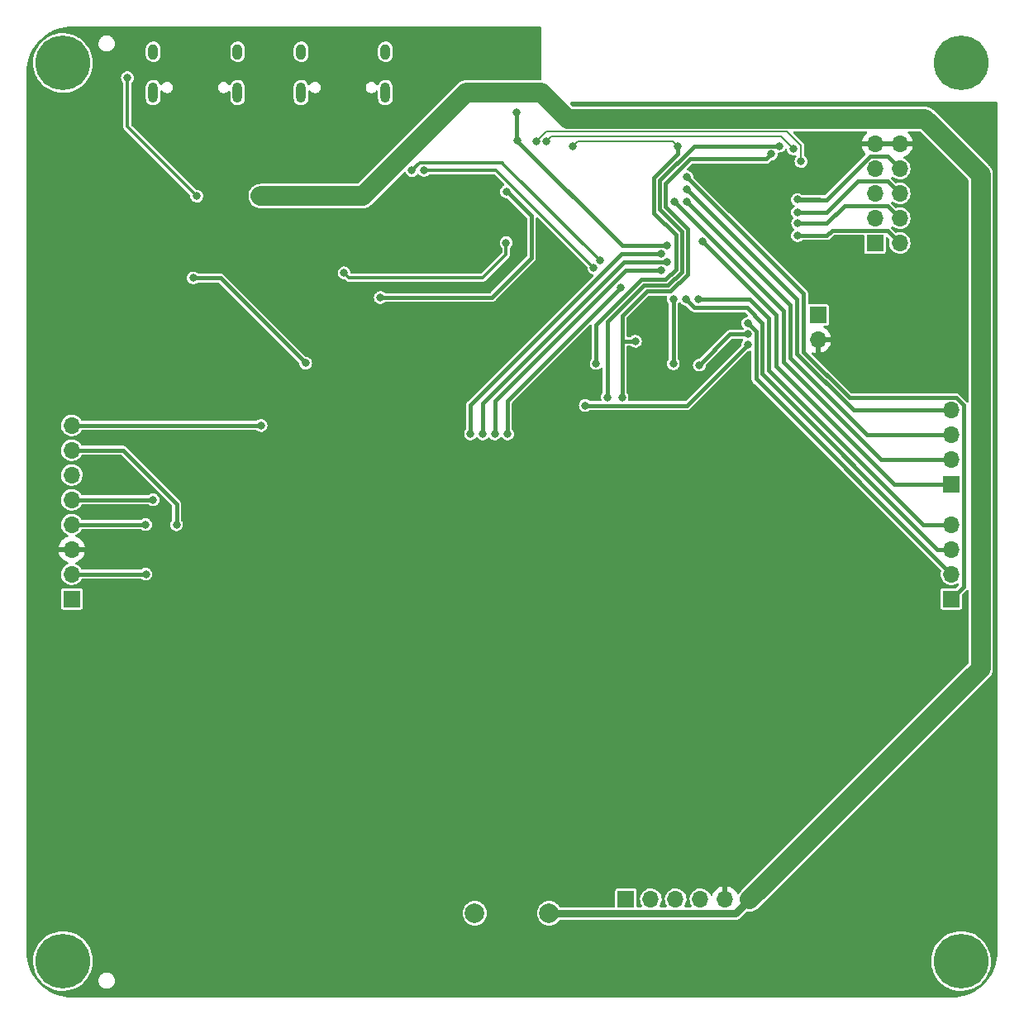
<source format=gbl>
G04 #@! TF.GenerationSoftware,KiCad,Pcbnew,6.0.2+dfsg-1*
G04 #@! TF.CreationDate,2023-02-17T06:09:51+01:00*
G04 #@! TF.ProjectId,procesor,70726f63-6573-46f7-922e-6b696361645f,rev?*
G04 #@! TF.SameCoordinates,Original*
G04 #@! TF.FileFunction,Copper,L2,Bot*
G04 #@! TF.FilePolarity,Positive*
%FSLAX46Y46*%
G04 Gerber Fmt 4.6, Leading zero omitted, Abs format (unit mm)*
G04 Created by KiCad (PCBNEW 6.0.2+dfsg-1) date 2023-02-17 06:09:51*
%MOMM*%
%LPD*%
G01*
G04 APERTURE LIST*
G04 #@! TA.AperFunction,ComponentPad*
%ADD10R,1.700000X1.700000*%
G04 #@! TD*
G04 #@! TA.AperFunction,ComponentPad*
%ADD11O,1.700000X1.700000*%
G04 #@! TD*
G04 #@! TA.AperFunction,ComponentPad*
%ADD12C,2.000000*%
G04 #@! TD*
G04 #@! TA.AperFunction,ComponentPad*
%ADD13C,5.600000*%
G04 #@! TD*
G04 #@! TA.AperFunction,ComponentPad*
%ADD14O,1.000000X1.600000*%
G04 #@! TD*
G04 #@! TA.AperFunction,ComponentPad*
%ADD15O,1.000000X2.100000*%
G04 #@! TD*
G04 #@! TA.AperFunction,ViaPad*
%ADD16C,0.800000*%
G04 #@! TD*
G04 #@! TA.AperFunction,Conductor*
%ADD17C,2.000000*%
G04 #@! TD*
G04 #@! TA.AperFunction,Conductor*
%ADD18C,0.800000*%
G04 #@! TD*
G04 #@! TA.AperFunction,Conductor*
%ADD19C,0.300000*%
G04 #@! TD*
G04 #@! TA.AperFunction,Conductor*
%ADD20C,0.400000*%
G04 #@! TD*
G04 #@! TA.AperFunction,Conductor*
%ADD21C,0.200000*%
G04 #@! TD*
G04 APERTURE END LIST*
D10*
G04 #@! TO.P,J3,1,Pin_1*
G04 #@! TO.N,/elektronika.sch/IO35*
X157992500Y-138977500D03*
D11*
G04 #@! TO.P,J3,2,Pin_2*
G04 #@! TO.N,/elektronika.sch/IO36*
X160532500Y-138977500D03*
G04 #@! TO.P,J3,3,Pin_3*
G04 #@! TO.N,/elektronika.sch/IO37*
X163072500Y-138977500D03*
G04 #@! TO.P,J3,4,Pin_4*
G04 #@! TO.N,/elektronika.sch/IO38*
X165612500Y-138977500D03*
G04 #@! TO.P,J3,5,Pin_5*
G04 #@! TO.N,/elektronika.sch/GND*
X168152500Y-138977500D03*
G04 #@! TO.P,J3,6,Pin_6*
G04 #@! TO.N,/elektronika.sch/5V*
X170692500Y-138977500D03*
G04 #@! TD*
D12*
G04 #@! TO.P,BZ1,1,-*
G04 #@! TO.N,/elektronika.sch/5V*
X150117500Y-140407500D03*
G04 #@! TO.P,BZ1,2,+*
G04 #@! TO.N,Net-(BZ1-Pad2)*
X142497500Y-140407500D03*
G04 #@! TD*
D13*
G04 #@! TO.P,H1,1*
G04 #@! TO.N,N/C*
X100307500Y-53307500D03*
G04 #@! TD*
G04 #@! TO.P,H2,1*
G04 #@! TO.N,N/C*
X192307500Y-53307500D03*
G04 #@! TD*
G04 #@! TO.P,H3,1*
G04 #@! TO.N,N/C*
X100307500Y-145307500D03*
G04 #@! TD*
G04 #@! TO.P,H4,1*
G04 #@! TO.N,N/C*
X192307500Y-145307500D03*
G04 #@! TD*
D10*
G04 #@! TO.P,J7,1,Pin_1*
G04 #@! TO.N,/elektronika.sch/3V3*
X101207500Y-108207500D03*
D11*
G04 #@! TO.P,J7,2,Pin_2*
G04 #@! TO.N,/elektronika.sch/SW_7*
X101207500Y-105667500D03*
G04 #@! TO.P,J7,3,Pin_3*
G04 #@! TO.N,/elektronika.sch/GND*
X101207500Y-103127500D03*
G04 #@! TO.P,J7,4,Pin_4*
G04 #@! TO.N,/elektronika.sch/DATA_ZADANI_LED*
X101207500Y-100587500D03*
G04 #@! TO.P,J7,5,Pin_5*
G04 #@! TO.N,/elektronika.sch/DATA_HERNI_LED*
X101207500Y-98047500D03*
G04 #@! TO.P,J7,6,Pin_6*
G04 #@! TO.N,/elektronika.sch/V_LED*
X101207500Y-95507500D03*
G04 #@! TO.P,J7,7,Pin_7*
G04 #@! TO.N,/elektronika.sch/SENZOR_SVETLA*
X101207500Y-92967500D03*
G04 #@! TO.P,J7,8,Pin_8*
G04 #@! TO.N,/elektronika.sch/SW_12*
X101207500Y-90427500D03*
G04 #@! TD*
D14*
G04 #@! TO.P,J8,S1,SHIELD*
G04 #@! TO.N,N/C*
X133337500Y-52157500D03*
D15*
X124697500Y-56337500D03*
D14*
X124697500Y-52157500D03*
D15*
X133337500Y-56337500D03*
G04 #@! TD*
D10*
G04 #@! TO.P,J9,1,Pin_1*
G04 #@! TO.N,/elektronika.sch/SW_5*
X191307500Y-108207500D03*
D11*
G04 #@! TO.P,J9,2,Pin_2*
G04 #@! TO.N,/elektronika.sch/SW_9*
X191307500Y-105667500D03*
G04 #@! TO.P,J9,3,Pin_3*
G04 #@! TO.N,/elektronika.sch/SW_10*
X191307500Y-103127500D03*
G04 #@! TO.P,J9,4,Pin_4*
G04 #@! TO.N,/elektronika.sch/SW_4*
X191307500Y-100587500D03*
G04 #@! TD*
D10*
G04 #@! TO.P,J10,1,Pin_1*
G04 #@! TO.N,/elektronika.sch/SW_11*
X191307500Y-96507500D03*
D11*
G04 #@! TO.P,J10,2,Pin_2*
G04 #@! TO.N,/elektronika.sch/SW_8*
X191307500Y-93967500D03*
G04 #@! TO.P,J10,3,Pin_3*
G04 #@! TO.N,/elektronika.sch/SW_3*
X191307500Y-91427500D03*
G04 #@! TO.P,J10,4,Pin_4*
G04 #@! TO.N,/elektronika.sch/SW_2*
X191307500Y-88887500D03*
G04 #@! TD*
D14*
G04 #@! TO.P,J11,S1,SHIELD*
G04 #@! TO.N,N/C*
X109552500Y-52157500D03*
D15*
X109552500Y-56337500D03*
D14*
X118192500Y-52157500D03*
D15*
X118192500Y-56337500D03*
G04 #@! TD*
D10*
G04 #@! TO.P,J1,1,Pin_1*
G04 #@! TO.N,/elektronika.sch/IO39*
X183492500Y-71742500D03*
D11*
G04 #@! TO.P,J1,2,Pin_2*
G04 #@! TO.N,/elektronika.sch/IO18*
X186032500Y-71742500D03*
G04 #@! TO.P,J1,3,Pin_3*
G04 #@! TO.N,/elektronika.sch/IO40*
X183492500Y-69202500D03*
G04 #@! TO.P,J1,4,Pin_4*
G04 #@! TO.N,/elektronika.sch/IO17*
X186032500Y-69202500D03*
G04 #@! TO.P,J1,5,Pin_5*
G04 #@! TO.N,/elektronika.sch/IO41*
X183492500Y-66662500D03*
G04 #@! TO.P,J1,6,Pin_6*
G04 #@! TO.N,/elektronika.sch/IO16*
X186032500Y-66662500D03*
G04 #@! TO.P,J1,7,Pin_7*
G04 #@! TO.N,/elektronika.sch/IO42*
X183492500Y-64122500D03*
G04 #@! TO.P,J1,8,Pin_8*
G04 #@! TO.N,/elektronika.sch/IO15*
X186032500Y-64122500D03*
G04 #@! TO.P,J1,9,Pin_9*
G04 #@! TO.N,/elektronika.sch/GND*
X183492500Y-61582500D03*
G04 #@! TO.P,J1,10,Pin_10*
X186032500Y-61582500D03*
G04 #@! TO.P,J1,11,Pin_11*
G04 #@! TO.N,/elektronika.sch/5V*
X183492500Y-59042500D03*
G04 #@! TO.P,J1,12,Pin_12*
X186032500Y-59042500D03*
G04 #@! TD*
D10*
G04 #@! TO.P,J12,1,Pin_1*
G04 #@! TO.N,/elektronika.sch/ESP+programing/IO48*
X177652500Y-79117500D03*
D11*
G04 #@! TO.P,J12,2,Pin_2*
G04 #@! TO.N,/elektronika.sch/GND*
X177652500Y-81657500D03*
G04 #@! TD*
D16*
G04 #@! TO.N,/elektronika.sch/5V*
X121097500Y-67402500D03*
X123107500Y-67407500D03*
X114012500Y-66942500D03*
X123107500Y-66407500D03*
X122107500Y-67407500D03*
X122107500Y-66407500D03*
X145707500Y-71707500D03*
X121097500Y-66402500D03*
X106907500Y-54817500D03*
X129107500Y-74807500D03*
G04 #@! TO.N,/elektronika.sch/GND*
X144307500Y-65307500D03*
X112827500Y-60912500D03*
X184917500Y-133217500D03*
X174557500Y-72657500D03*
X120397500Y-82847500D03*
X167767500Y-66702500D03*
X129847500Y-69707500D03*
X121157500Y-117307500D03*
X122157500Y-116307500D03*
X120397500Y-83847500D03*
X114432500Y-60912500D03*
X160407500Y-78912500D03*
X129572500Y-60907500D03*
X133432500Y-69707500D03*
X166362500Y-65302500D03*
X125237500Y-59207500D03*
X184932500Y-103292500D03*
X168157500Y-90057500D03*
X161807500Y-86407500D03*
X173557500Y-72657500D03*
X184887500Y-74202500D03*
X175307500Y-142507500D03*
X122157500Y-110857500D03*
X184932500Y-101892500D03*
X183527500Y-133212500D03*
X173557500Y-71657500D03*
X110107500Y-59207500D03*
X174307500Y-142507500D03*
X184917500Y-131817500D03*
X169157500Y-65307500D03*
X142307500Y-74307500D03*
X143307500Y-66307500D03*
X133432500Y-70707500D03*
X143307500Y-65307500D03*
X121157500Y-110857500D03*
X132837500Y-59207500D03*
X183537500Y-101887500D03*
X168152500Y-88657500D03*
X122157500Y-117307500D03*
X128847500Y-69707500D03*
X122157500Y-111857500D03*
X183497500Y-75597500D03*
X183542500Y-103287500D03*
X128852500Y-68697500D03*
X169547500Y-90062500D03*
X121157500Y-111857500D03*
X169547500Y-88662500D03*
X141307500Y-74307500D03*
X119397500Y-83847500D03*
X128847500Y-70707500D03*
X174307500Y-143507500D03*
X183492500Y-74197500D03*
X117607500Y-59207500D03*
X129847500Y-70707500D03*
X129852500Y-68697500D03*
X160407500Y-86407500D03*
X174557500Y-71657500D03*
X183522500Y-131812500D03*
X167762500Y-65302500D03*
X119397500Y-82847500D03*
X169157500Y-66707500D03*
X133432500Y-68707500D03*
X121157500Y-116307500D03*
X159007500Y-86407500D03*
X184887500Y-75602500D03*
X127967500Y-60907500D03*
X175307500Y-143507500D03*
X141307500Y-73307500D03*
G04 #@! TO.N,/elektronika.sch/DATA_HERNI_LED*
X109527500Y-98047500D03*
G04 #@! TO.N,/elektronika.sch/DATA_ZADANI_LED*
X108787500Y-100587500D03*
G04 #@! TO.N,/elektronika.sch/SENZOR_SVETLA*
X111947500Y-100602500D03*
X156072500Y-87537500D03*
X173707500Y-61807500D03*
G04 #@! TO.N,/elektronika.sch/SW_7*
X157592500Y-87567500D03*
X158952500Y-81807500D03*
X172892500Y-62622500D03*
X108807500Y-105667500D03*
G04 #@! TO.N,/elektronika.sch/SW_10*
X164117500Y-77497500D03*
G04 #@! TO.N,/elektronika.sch/SW_9*
X170472500Y-79962500D03*
G04 #@! TO.N,/elektronika.sch/SW_11*
X165812500Y-71552500D03*
G04 #@! TO.N,/elektronika.sch/SW_8*
X162932500Y-67512500D03*
G04 #@! TO.N,/elektronika.sch/SW_3*
X164192500Y-67517500D03*
G04 #@! TO.N,/elektronika.sch/SW_4*
X165362500Y-77502500D03*
G04 #@! TO.N,/elektronika.sch/IO15*
X175562500Y-67297500D03*
G04 #@! TO.N,/elektronika.sch/IO16*
X175557500Y-68617500D03*
G04 #@! TO.N,/elektronika.sch/IO17*
X175567500Y-69732500D03*
G04 #@! TO.N,/elektronika.sch/IO18*
X175562500Y-70997500D03*
G04 #@! TO.N,/elektronika.sch/ESP+programing/D+*
X154687114Y-74294905D03*
X137312500Y-64307500D03*
G04 #@! TO.N,/elektronika.sch/ESP+programing/D-*
X155327500Y-73527500D03*
X136057500Y-64322500D03*
G04 #@! TO.N,/elektronika.sch/ZAPINANI_1_CAST_LED*
X146847502Y-61268874D03*
X145727500Y-66482500D03*
X132822500Y-77322500D03*
X146807500Y-58407500D03*
X162212500Y-72027500D03*
G04 #@! TO.N,/elektronika.sch/PIEZO*
X170467500Y-81092500D03*
X165492500Y-84257500D03*
G04 #@! TO.N,/elektronika.sch/DATA_ZADANI_LED_LS*
X162842500Y-84117500D03*
X162847500Y-77497500D03*
G04 #@! TO.N,/elektronika.sch/ESP+programing/TX_ESP*
X149812500Y-61357500D03*
X175132500Y-62112500D03*
G04 #@! TO.N,/elektronika.sch/ESP+programing/RX_ESP*
X148807500Y-61357500D03*
X175912500Y-63382500D03*
G04 #@! TO.N,/elektronika.sch/SW_2*
X164197500Y-66252500D03*
G04 #@! TO.N,/elektronika.sch/EN*
X125172500Y-84052500D03*
X152542500Y-61852500D03*
X113647500Y-75317500D03*
X163317500Y-61807500D03*
X154932500Y-84082500D03*
G04 #@! TO.N,/elektronika.sch/SW_5*
X164217500Y-64972500D03*
G04 #@! TO.N,/elektronika.sch/ESP+programing/IO03-PD*
X145857500Y-91307500D03*
X157407500Y-76357500D03*
G04 #@! TO.N,/elektronika.sch/SW_12*
X153817500Y-88387500D03*
X120597500Y-90442500D03*
X170472500Y-82172500D03*
G04 #@! TO.N,/elektronika.sch/ESP+programing/IO11*
X161602500Y-74527500D03*
X144557500Y-91307500D03*
G04 #@! TO.N,/elektronika.sch/ESP+programing/IO12*
X162212500Y-73702500D03*
X143307500Y-91307500D03*
G04 #@! TO.N,/elektronika.sch/ESP+programing/IO13*
X161607500Y-72877500D03*
X142057500Y-91307500D03*
G04 #@! TD*
D17*
G04 #@! TO.N,/elektronika.sch/5V*
X186032500Y-59042500D02*
X183492500Y-59042500D01*
D18*
X170692500Y-138977500D02*
X169242500Y-140427500D01*
D17*
X194317500Y-64732500D02*
X188627500Y-59042500D01*
X141632500Y-56307500D02*
X131002500Y-66937500D01*
X152027500Y-59042500D02*
X149292500Y-56307500D01*
D19*
X129607500Y-75307500D02*
X129107500Y-74807500D01*
X145707500Y-72907500D02*
X143307500Y-75307500D01*
X145707500Y-71707500D02*
X145707500Y-72907500D01*
X114012500Y-66942500D02*
X106907500Y-59837500D01*
D17*
X194317500Y-115352500D02*
X194317500Y-64732500D01*
D18*
X169242500Y-140427500D02*
X150137500Y-140427500D01*
D17*
X183492500Y-59042500D02*
X152027500Y-59042500D01*
X131002500Y-66937500D02*
X120557500Y-66937500D01*
X170692500Y-138977500D02*
X194317500Y-115352500D01*
D18*
X150137500Y-140427500D02*
X150117500Y-140407500D01*
D17*
X188627500Y-59042500D02*
X186032500Y-59042500D01*
X149292500Y-56307500D02*
X141632500Y-56307500D01*
D19*
X143307500Y-75307500D02*
X129607500Y-75307500D01*
X106907500Y-59837500D02*
X106907500Y-54817500D01*
D20*
G04 #@! TO.N,/elektronika.sch/DATA_HERNI_LED*
X109527500Y-98047500D02*
X101207500Y-98047500D01*
G04 #@! TO.N,/elektronika.sch/DATA_ZADANI_LED*
X101207500Y-100587500D02*
X108787500Y-100587500D01*
G04 #@! TO.N,/elektronika.sch/SENZOR_SVETLA*
X161442500Y-65332500D02*
X161442500Y-68296028D01*
X164967500Y-61807500D02*
X161442500Y-65332500D01*
X162298972Y-76092500D02*
X159777500Y-76092500D01*
X156072500Y-79797500D02*
X156072500Y-87537500D01*
X161442500Y-68296028D02*
X163717500Y-70571028D01*
X106452500Y-92967500D02*
X101207500Y-92967500D01*
X111947500Y-100602500D02*
X111947500Y-98462500D01*
X163717500Y-70571028D02*
X163717500Y-74673972D01*
X173707500Y-61807500D02*
X164967500Y-61807500D01*
X159777500Y-76092500D02*
X156072500Y-79797500D01*
X163717500Y-74673972D02*
X162298972Y-76092500D01*
X111947500Y-98462500D02*
X106452500Y-92967500D01*
G04 #@! TO.N,/elektronika.sch/SW_7*
X157687500Y-81807500D02*
X157587500Y-81907500D01*
X157587500Y-87562500D02*
X157587500Y-81907500D01*
X157587500Y-79227500D02*
X157587500Y-81907500D01*
X157592500Y-87567500D02*
X157587500Y-87562500D01*
X164557500Y-63147500D02*
X162042500Y-65662500D01*
X162042500Y-68047500D02*
X164317500Y-70322500D01*
X172892500Y-62622500D02*
X172367500Y-63147500D01*
X101207500Y-105667500D02*
X108807500Y-105667500D01*
X164317500Y-70322500D02*
X164317500Y-74922500D01*
X162042500Y-65662500D02*
X162042500Y-68047500D01*
X172367500Y-63147500D02*
X164557500Y-63147500D01*
X162547500Y-76692500D02*
X160122500Y-76692500D01*
X160122500Y-76692500D02*
X157587500Y-79227500D01*
X164317500Y-74922500D02*
X162547500Y-76692500D01*
X158952500Y-81807500D02*
X157687500Y-81807500D01*
G04 #@! TO.N,/elektronika.sch/SW_10*
X191307500Y-103127500D02*
X189902500Y-103127500D01*
X165007500Y-78387500D02*
X164117500Y-77497500D01*
X171937500Y-79932500D02*
X170392500Y-78387500D01*
X171937500Y-85162500D02*
X171937500Y-79932500D01*
X189902500Y-103127500D02*
X171937500Y-85162500D01*
X170392500Y-78387500D02*
X165007500Y-78387500D01*
G04 #@! TO.N,/elektronika.sch/SW_9*
X171297500Y-85657500D02*
X191307500Y-105667500D01*
X171297500Y-80787500D02*
X171297500Y-85657500D01*
X170472500Y-79962500D02*
X171297500Y-80787500D01*
G04 #@! TO.N,/elektronika.sch/SW_11*
X165812500Y-71552500D02*
X173357500Y-79097500D01*
X173357500Y-84367500D02*
X185497500Y-96507500D01*
X173357500Y-79097500D02*
X173357500Y-84367500D01*
X185497500Y-96507500D02*
X191307500Y-96507500D01*
G04 #@! TO.N,/elektronika.sch/SW_8*
X191307500Y-93967500D02*
X186987500Y-93967500D01*
X174092500Y-78672500D02*
X174092500Y-83977500D01*
X174092500Y-83977500D02*
X184082500Y-93967500D01*
X162932500Y-67512500D02*
X174092500Y-78672500D01*
X184082500Y-93967500D02*
X186987500Y-93967500D01*
X186987500Y-93967500D02*
X186289073Y-93967500D01*
G04 #@! TO.N,/elektronika.sch/SW_3*
X174787500Y-78112500D02*
X174787500Y-83497500D01*
X164192500Y-67517500D02*
X174787500Y-78112500D01*
X182717500Y-91427500D02*
X191307500Y-91427500D01*
X174787500Y-83497500D02*
X182717500Y-91427500D01*
G04 #@! TO.N,/elektronika.sch/SW_4*
X165362500Y-77502500D02*
X170652500Y-77502500D01*
X170652500Y-77502500D02*
X172632500Y-79482500D01*
X188462500Y-100587500D02*
X191307500Y-100587500D01*
X172632500Y-79482500D02*
X172632500Y-84757500D01*
X172632500Y-84757500D02*
X188462500Y-100587500D01*
G04 #@! TO.N,/elektronika.sch/IO15*
X184762500Y-62852500D02*
X186032500Y-64122500D01*
X178544733Y-67302500D02*
X182994733Y-62852500D01*
X175567500Y-67302500D02*
X175562500Y-67297500D01*
X182994733Y-62852500D02*
X184762500Y-62852500D01*
X175562500Y-67297500D02*
X177799733Y-67297500D01*
X178544733Y-67302500D02*
X175567500Y-67302500D01*
G04 #@! TO.N,/elektronika.sch/IO16*
X184762500Y-65392500D02*
X186032500Y-66662500D01*
X181772500Y-65392500D02*
X184762500Y-65392500D01*
X175557500Y-68617500D02*
X178537500Y-68617500D01*
X178542500Y-68622500D02*
X181772500Y-65392500D01*
X178537500Y-68617500D02*
X178542500Y-68622500D01*
G04 #@! TO.N,/elektronika.sch/IO17*
X178567500Y-69732500D02*
X175567500Y-69732500D01*
X186032500Y-69202500D02*
X184762500Y-67932500D01*
X184762500Y-67932500D02*
X180367500Y-67932500D01*
X180367500Y-67932500D02*
X178567500Y-69732500D01*
G04 #@! TO.N,/elektronika.sch/IO18*
X178552500Y-70997500D02*
X179082500Y-70467500D01*
X179082500Y-70467500D02*
X184757500Y-70467500D01*
X175562500Y-70997500D02*
X178552500Y-70997500D01*
X184757500Y-70467500D02*
X186032500Y-71742500D01*
D19*
G04 #@! TO.N,/elektronika.sch/ESP+programing/D+*
X144694709Y-64302500D02*
X137317500Y-64302500D01*
X154687114Y-74294905D02*
X144694709Y-64302500D01*
X137317500Y-64302500D02*
X137312500Y-64307500D01*
G04 #@! TO.N,/elektronika.sch/ESP+programing/D-*
X136877500Y-63502500D02*
X145302500Y-63502500D01*
X136877500Y-63502500D02*
X136057500Y-64322500D01*
X145302500Y-63502500D02*
X145462500Y-63662500D01*
X145462500Y-63662500D02*
X155327500Y-73527500D01*
D20*
G04 #@! TO.N,/elektronika.sch/ZAPINANI_1_CAST_LED*
X146807500Y-58407500D02*
X146807500Y-61228872D01*
X148302500Y-73282500D02*
X144262500Y-77322500D01*
X146807500Y-61228872D02*
X157606129Y-72027500D01*
X148302500Y-72592500D02*
X148302500Y-73282500D01*
X145727500Y-66482500D02*
X145812500Y-66482500D01*
X157606129Y-72027500D02*
X162212500Y-72027500D01*
X145812500Y-66482500D02*
X148302500Y-68972500D01*
X148302500Y-68972500D02*
X148302500Y-72592500D01*
X144262500Y-77322500D02*
X132822500Y-77322500D01*
G04 #@! TO.N,/elektronika.sch/PIEZO*
X168657500Y-81092500D02*
X165492500Y-84257500D01*
X170467500Y-81092500D02*
X168657500Y-81092500D01*
G04 #@! TO.N,/elektronika.sch/DATA_ZADANI_LED_LS*
X162842500Y-84117500D02*
X162847500Y-84112500D01*
X162847500Y-84112500D02*
X162847500Y-77497500D01*
D21*
G04 #@! TO.N,/elektronika.sch/ESP+programing/TX_ESP*
X175132500Y-62112500D02*
X173837500Y-60817500D01*
X173837500Y-60817500D02*
X150352500Y-60817500D01*
X150352500Y-60817500D02*
X149812500Y-61357500D01*
G04 #@! TO.N,/elektronika.sch/ESP+programing/RX_ESP*
X175912500Y-63382500D02*
X175912500Y-61782500D01*
X175912500Y-61782500D02*
X174472500Y-60342500D01*
X174472500Y-60342500D02*
X149822500Y-60342500D01*
X149822500Y-60342500D02*
X148807500Y-61357500D01*
D20*
G04 #@! TO.N,/elektronika.sch/SW_2*
X175472500Y-77527500D02*
X175472500Y-83049860D01*
X164197500Y-66252500D02*
X175472500Y-77527500D01*
X175472500Y-83049860D02*
X181310140Y-88887500D01*
X181310140Y-88887500D02*
X191307500Y-88887500D01*
D21*
G04 #@! TO.N,/elektronika.sch/EN*
X155957500Y-61312500D02*
X155963263Y-61306737D01*
D20*
X163317500Y-62608972D02*
X160842500Y-65083972D01*
X116437500Y-75317500D02*
X113647500Y-75317500D01*
X163117500Y-70937500D02*
X163117500Y-74425444D01*
X163117500Y-74425444D02*
X162050444Y-75492500D01*
X160842500Y-68662500D02*
X163117500Y-70937500D01*
X163317500Y-61807500D02*
X163317500Y-62608972D01*
X162050444Y-75492500D02*
X159528972Y-75492500D01*
X154932500Y-80088972D02*
X154932500Y-84082500D01*
X160842500Y-65083972D02*
X160842500Y-68662500D01*
D21*
X153077500Y-61317500D02*
X156702500Y-61317500D01*
X155963263Y-61306737D02*
X162816737Y-61306737D01*
X152542500Y-61852500D02*
X153077500Y-61317500D01*
D20*
X125172500Y-84052500D02*
X116437500Y-75317500D01*
D21*
X162816737Y-61306737D02*
X163317500Y-61807500D01*
D20*
X159528972Y-75492500D02*
X154932500Y-80088972D01*
G04 #@! TO.N,/elektronika.sch/SW_5*
X176182500Y-82911332D02*
X180888668Y-87617500D01*
X191805267Y-87617500D02*
X192557500Y-88369733D01*
X192557500Y-106957500D02*
X191307500Y-108207500D01*
X192557500Y-88369733D02*
X192557500Y-106957500D01*
X176182500Y-76937500D02*
X176182500Y-82911332D01*
X180888668Y-87617500D02*
X191805267Y-87617500D01*
X164217500Y-64972500D02*
X176182500Y-76937500D01*
G04 #@! TO.N,/elektronika.sch/ESP+programing/IO03-PD*
X157407500Y-76357500D02*
X145857500Y-87907500D01*
X145857500Y-87907500D02*
X145857500Y-91307500D01*
G04 #@! TO.N,/elektronika.sch/SW_12*
X120582500Y-90427500D02*
X101207500Y-90427500D01*
X120597500Y-90442500D02*
X120582500Y-90427500D01*
X170472500Y-82172500D02*
X164257500Y-88387500D01*
X164257500Y-88387500D02*
X153817500Y-88387500D01*
G04 #@! TO.N,/elektronika.sch/ESP+programing/IO11*
X144557500Y-87907500D02*
X157937500Y-74527500D01*
X157937500Y-74527500D02*
X161602500Y-74527500D01*
X144557500Y-91307500D02*
X144557500Y-87907500D01*
G04 #@! TO.N,/elektronika.sch/ESP+programing/IO12*
X157762500Y-73702500D02*
X162212500Y-73702500D01*
X143307500Y-88157500D02*
X157762500Y-73702500D01*
X143307500Y-91307500D02*
X143307500Y-88157500D01*
G04 #@! TO.N,/elektronika.sch/ESP+programing/IO13*
X157537500Y-72877500D02*
X161607500Y-72877500D01*
X142057500Y-88357500D02*
X157537500Y-72877500D01*
X142057500Y-91307500D02*
X142057500Y-88357500D01*
G04 #@! TD*
G04 #@! TA.AperFunction,Conductor*
G04 #@! TO.N,/elektronika.sch/GND*
G36*
X149249621Y-49578002D02*
G01*
X149296114Y-49631658D01*
X149307500Y-49684000D01*
X149307500Y-54931000D01*
X149287498Y-54999121D01*
X149233842Y-55045614D01*
X149181500Y-55057000D01*
X141723362Y-55057000D01*
X141706915Y-55055922D01*
X141690647Y-55053780D01*
X141690645Y-55053780D01*
X141685078Y-55053047D01*
X141609072Y-55056632D01*
X141604229Y-55056860D01*
X141598293Y-55057000D01*
X141575870Y-55057000D01*
X141556983Y-55058685D01*
X141550048Y-55059304D01*
X141544787Y-55059663D01*
X141462102Y-55063563D01*
X141456639Y-55064814D01*
X141456633Y-55064815D01*
X141444789Y-55067528D01*
X141427855Y-55070210D01*
X141410161Y-55071789D01*
X141404745Y-55073271D01*
X141404743Y-55073271D01*
X141330319Y-55093631D01*
X141325201Y-55094917D01*
X141249979Y-55112145D01*
X141249978Y-55112145D01*
X141244513Y-55113397D01*
X141239359Y-55115595D01*
X141239348Y-55115599D01*
X141228174Y-55120366D01*
X141211984Y-55126005D01*
X141194849Y-55130692D01*
X141120123Y-55166335D01*
X141115343Y-55168493D01*
X141107869Y-55171681D01*
X141039187Y-55200976D01*
X141024329Y-55210736D01*
X141009409Y-55219142D01*
X140993371Y-55226792D01*
X140988818Y-55230063D01*
X140988814Y-55230066D01*
X140926159Y-55275089D01*
X140921810Y-55278079D01*
X140856602Y-55320913D01*
X140852616Y-55323531D01*
X140849176Y-55326596D01*
X140849172Y-55326599D01*
X140831997Y-55341902D01*
X140821700Y-55350151D01*
X140812095Y-55357052D01*
X140781802Y-55388312D01*
X140738245Y-55433259D01*
X140736856Y-55434669D01*
X135611121Y-60560405D01*
X130521431Y-65650095D01*
X130459119Y-65684121D01*
X130432336Y-65687000D01*
X120500870Y-65687000D01*
X120498083Y-65687249D01*
X120498077Y-65687249D01*
X120440453Y-65692392D01*
X120335161Y-65701789D01*
X120329747Y-65703270D01*
X120329742Y-65703271D01*
X120202396Y-65738110D01*
X120119849Y-65760692D01*
X120114791Y-65763104D01*
X120114787Y-65763106D01*
X120019110Y-65808742D01*
X119918371Y-65856792D01*
X119737095Y-65987052D01*
X119733188Y-65991084D01*
X119630482Y-66097068D01*
X119581751Y-66147354D01*
X119457250Y-66332632D01*
X119367526Y-66537029D01*
X119366218Y-66542477D01*
X119366216Y-66542483D01*
X119323516Y-66720342D01*
X119315415Y-66754085D01*
X119311897Y-66815095D01*
X119304552Y-66942500D01*
X119302566Y-66976938D01*
X119329383Y-67198544D01*
X119395019Y-67411900D01*
X119397595Y-67416890D01*
X119397595Y-67416891D01*
X119475101Y-67567054D01*
X119497401Y-67610259D01*
X119500810Y-67614701D01*
X119500812Y-67614705D01*
X119611140Y-67758487D01*
X119633290Y-67787354D01*
X119798393Y-67937586D01*
X119987490Y-68056207D01*
X120104736Y-68103339D01*
X120188334Y-68136945D01*
X120194605Y-68139466D01*
X120200093Y-68140603D01*
X120200098Y-68140604D01*
X120361546Y-68174038D01*
X120413190Y-68184733D01*
X120417803Y-68184999D01*
X120468026Y-68187895D01*
X120468030Y-68187895D01*
X120469849Y-68188000D01*
X130911638Y-68188000D01*
X130928085Y-68189078D01*
X130944353Y-68191220D01*
X130944355Y-68191220D01*
X130949922Y-68191953D01*
X131030770Y-68188140D01*
X131036707Y-68188000D01*
X131059130Y-68188000D01*
X131078017Y-68186315D01*
X131084952Y-68185696D01*
X131090213Y-68185337D01*
X131097379Y-68184999D01*
X131172898Y-68181437D01*
X131178361Y-68180186D01*
X131178367Y-68180185D01*
X131190211Y-68177472D01*
X131207145Y-68174790D01*
X131224839Y-68173211D01*
X131230255Y-68171729D01*
X131230257Y-68171729D01*
X131304681Y-68151369D01*
X131309799Y-68150083D01*
X131385021Y-68132855D01*
X131385022Y-68132855D01*
X131390487Y-68131603D01*
X131395641Y-68129405D01*
X131395652Y-68129401D01*
X131406826Y-68124634D01*
X131423017Y-68118995D01*
X131434733Y-68115790D01*
X131434732Y-68115790D01*
X131440151Y-68114308D01*
X131514877Y-68078665D01*
X131519657Y-68076507D01*
X131540832Y-68067475D01*
X131595813Y-68044024D01*
X131610671Y-68034264D01*
X131625591Y-68025858D01*
X131641629Y-68018208D01*
X131646182Y-68014937D01*
X131646186Y-68014934D01*
X131708841Y-67969911D01*
X131713190Y-67966921D01*
X131721425Y-67961512D01*
X131753309Y-67940568D01*
X131778524Y-67924005D01*
X131778528Y-67924002D01*
X131782384Y-67921469D01*
X131803001Y-67903101D01*
X131813286Y-67894860D01*
X131822905Y-67887948D01*
X131896786Y-67811709D01*
X131898175Y-67810299D01*
X135230873Y-64477601D01*
X135293185Y-64443575D01*
X135364000Y-64448640D01*
X135420836Y-64491187D01*
X135438294Y-64523395D01*
X135471031Y-64612854D01*
X135471033Y-64612858D01*
X135473643Y-64619990D01*
X135477880Y-64626296D01*
X135477882Y-64626299D01*
X135502314Y-64662657D01*
X135561458Y-64750672D01*
X135578598Y-64766268D01*
X135661907Y-64842073D01*
X135677910Y-64856635D01*
X135727639Y-64883636D01*
X135809599Y-64928137D01*
X135809601Y-64928138D01*
X135816276Y-64931762D01*
X135823625Y-64933690D01*
X135961219Y-64969787D01*
X135961221Y-64969787D01*
X135968569Y-64971715D01*
X136051880Y-64973024D01*
X136118398Y-64974069D01*
X136118401Y-64974069D01*
X136125995Y-64974188D01*
X136279468Y-64939038D01*
X136420125Y-64868295D01*
X136472299Y-64823734D01*
X136534074Y-64770974D01*
X136534076Y-64770971D01*
X136539848Y-64766042D01*
X136587544Y-64699667D01*
X136643538Y-64656019D01*
X136714241Y-64649573D01*
X136777206Y-64682376D01*
X136794446Y-64702915D01*
X136816458Y-64735672D01*
X136856492Y-64772100D01*
X136926234Y-64835560D01*
X136932910Y-64841635D01*
X136972922Y-64863360D01*
X137064599Y-64913137D01*
X137064601Y-64913138D01*
X137071276Y-64916762D01*
X137078625Y-64918690D01*
X137216219Y-64954787D01*
X137216221Y-64954787D01*
X137223569Y-64956715D01*
X137306880Y-64958024D01*
X137373398Y-64959069D01*
X137373401Y-64959069D01*
X137380995Y-64959188D01*
X137534468Y-64924038D01*
X137675125Y-64853295D01*
X137719842Y-64815103D01*
X137789073Y-64755975D01*
X137789076Y-64755972D01*
X137794848Y-64751042D01*
X137799279Y-64744875D01*
X137800348Y-64743713D01*
X137861181Y-64707109D01*
X137893095Y-64703000D01*
X144476626Y-64703000D01*
X144544747Y-64723002D01*
X144565721Y-64739905D01*
X145505779Y-65679963D01*
X145539805Y-65742275D01*
X145534740Y-65813090D01*
X145492193Y-65869926D01*
X145474474Y-65881024D01*
X145434376Y-65901720D01*
X145359179Y-65940532D01*
X145353457Y-65945524D01*
X145353455Y-65945525D01*
X145246259Y-66039038D01*
X145246256Y-66039041D01*
X145240534Y-66044033D01*
X145214975Y-66080400D01*
X145164648Y-66152008D01*
X145150001Y-66172848D01*
X145092809Y-66319539D01*
X145091818Y-66327068D01*
X145074906Y-66455527D01*
X145072258Y-66475638D01*
X145089535Y-66632133D01*
X145143643Y-66779990D01*
X145147880Y-66786296D01*
X145147882Y-66786299D01*
X145170025Y-66819251D01*
X145231458Y-66910672D01*
X145250621Y-66928109D01*
X145310413Y-66982515D01*
X145347910Y-67016635D01*
X145354585Y-67020259D01*
X145479599Y-67088137D01*
X145479601Y-67088138D01*
X145486276Y-67091762D01*
X145493625Y-67093690D01*
X145631219Y-67129787D01*
X145631221Y-67129787D01*
X145638569Y-67131715D01*
X145710573Y-67132846D01*
X145776553Y-67133883D01*
X145844352Y-67154952D01*
X145863669Y-67170772D01*
X147815095Y-69122198D01*
X147849121Y-69184510D01*
X147852000Y-69211293D01*
X147852000Y-73043707D01*
X147831998Y-73111828D01*
X147815095Y-73132802D01*
X144112802Y-76835095D01*
X144050490Y-76869121D01*
X144023707Y-76872000D01*
X133342763Y-76872000D01*
X133274642Y-76851998D01*
X133258944Y-76840076D01*
X133202148Y-76789472D01*
X133202145Y-76789470D01*
X133196476Y-76784419D01*
X133057331Y-76710745D01*
X132974395Y-76689913D01*
X132911998Y-76674240D01*
X132911996Y-76674240D01*
X132904628Y-76672389D01*
X132897030Y-76672349D01*
X132897028Y-76672349D01*
X132829819Y-76671997D01*
X132747184Y-76671565D01*
X132739805Y-76673337D01*
X132739801Y-76673337D01*
X132601467Y-76706548D01*
X132601463Y-76706549D01*
X132594088Y-76708320D01*
X132454179Y-76780532D01*
X132448457Y-76785524D01*
X132448455Y-76785525D01*
X132341259Y-76879038D01*
X132341256Y-76879041D01*
X132335534Y-76884033D01*
X132314530Y-76913919D01*
X132279038Y-76964419D01*
X132245001Y-77012848D01*
X132187809Y-77159539D01*
X132186818Y-77167068D01*
X132168472Y-77306418D01*
X132167258Y-77315638D01*
X132184535Y-77472133D01*
X132238643Y-77619990D01*
X132242880Y-77626296D01*
X132242882Y-77626299D01*
X132256200Y-77646118D01*
X132326458Y-77750672D01*
X132442910Y-77856635D01*
X132502869Y-77889190D01*
X132574599Y-77928137D01*
X132574601Y-77928138D01*
X132581276Y-77931762D01*
X132588625Y-77933690D01*
X132726219Y-77969787D01*
X132726221Y-77969787D01*
X132733569Y-77971715D01*
X132816880Y-77973024D01*
X132883398Y-77974069D01*
X132883401Y-77974069D01*
X132890995Y-77974188D01*
X133044468Y-77939038D01*
X133185125Y-77868295D01*
X133190897Y-77863366D01*
X133190899Y-77863364D01*
X133261354Y-77803189D01*
X133326144Y-77774158D01*
X133343185Y-77773000D01*
X144228280Y-77773000D01*
X144243089Y-77773873D01*
X144276810Y-77777864D01*
X144286074Y-77776172D01*
X144286075Y-77776172D01*
X144334501Y-77767328D01*
X144338404Y-77766678D01*
X144387145Y-77759350D01*
X144387146Y-77759350D01*
X144396462Y-77757949D01*
X144402975Y-77754821D01*
X144410073Y-77753525D01*
X144462147Y-77726475D01*
X144465637Y-77724732D01*
X144518579Y-77699309D01*
X144523865Y-77694423D01*
X144523913Y-77694390D01*
X144530288Y-77691079D01*
X144535328Y-77686775D01*
X144572555Y-77649548D01*
X144576121Y-77646118D01*
X144618056Y-77607354D01*
X144621749Y-77600995D01*
X144627266Y-77594837D01*
X148596850Y-73625253D01*
X148607939Y-73615399D01*
X148627211Y-73600206D01*
X148627215Y-73600202D01*
X148634610Y-73594372D01*
X148639964Y-73586625D01*
X148639968Y-73586621D01*
X148667977Y-73546096D01*
X148670258Y-73542902D01*
X148705135Y-73495683D01*
X148707529Y-73488866D01*
X148711631Y-73482931D01*
X148729312Y-73427025D01*
X148730560Y-73423285D01*
X148746900Y-73376755D01*
X148746901Y-73376752D01*
X148750020Y-73367869D01*
X148750303Y-73360684D01*
X148750317Y-73360611D01*
X148752480Y-73353770D01*
X148753000Y-73347163D01*
X148753000Y-73294494D01*
X148753097Y-73289548D01*
X148754968Y-73241915D01*
X148755338Y-73232506D01*
X148753454Y-73225400D01*
X148753000Y-73217153D01*
X148753000Y-69231374D01*
X148773002Y-69163253D01*
X148826658Y-69116760D01*
X148896932Y-69106656D01*
X148961512Y-69136150D01*
X148968095Y-69142279D01*
X153997473Y-74171657D01*
X154031499Y-74233969D01*
X154033300Y-74277197D01*
X154031872Y-74288043D01*
X154049149Y-74444538D01*
X154103257Y-74592395D01*
X154107494Y-74598701D01*
X154107496Y-74598704D01*
X154137995Y-74644091D01*
X154191072Y-74723077D01*
X154196688Y-74728187D01*
X154276311Y-74800638D01*
X154307524Y-74829040D01*
X154367483Y-74861595D01*
X154439213Y-74900542D01*
X154439215Y-74900543D01*
X154445890Y-74904167D01*
X154453239Y-74906095D01*
X154572438Y-74937366D01*
X154633254Y-74974000D01*
X154664609Y-75037697D01*
X154656550Y-75108235D01*
X154629560Y-75148337D01*
X141763150Y-88014747D01*
X141752061Y-88024601D01*
X141732791Y-88039793D01*
X141732789Y-88039795D01*
X141725390Y-88045628D01*
X141720035Y-88053375D01*
X141720034Y-88053377D01*
X141715465Y-88059988D01*
X141692559Y-88093132D01*
X141692045Y-88093875D01*
X141689750Y-88097087D01*
X141654866Y-88144316D01*
X141652473Y-88151132D01*
X141648369Y-88157069D01*
X141645529Y-88166049D01*
X141645528Y-88166051D01*
X141639150Y-88186217D01*
X141631567Y-88210198D01*
X141630682Y-88212995D01*
X141629429Y-88216750D01*
X141622750Y-88235771D01*
X141609981Y-88272131D01*
X141609699Y-88279319D01*
X141609688Y-88279378D01*
X141607520Y-88286230D01*
X141607000Y-88292837D01*
X141607000Y-88345516D01*
X141606903Y-88350462D01*
X141604662Y-88407494D01*
X141606546Y-88414600D01*
X141607000Y-88422847D01*
X141607000Y-90781530D01*
X141586998Y-90849651D01*
X141575520Y-90864684D01*
X141570534Y-90869033D01*
X141566167Y-90875247D01*
X141492364Y-90980258D01*
X141480001Y-90997848D01*
X141422809Y-91144539D01*
X141421818Y-91152068D01*
X141404131Y-91286413D01*
X141402258Y-91300638D01*
X141419535Y-91457133D01*
X141473643Y-91604990D01*
X141477880Y-91611296D01*
X141477882Y-91611299D01*
X141518209Y-91671311D01*
X141561458Y-91735672D01*
X141677910Y-91841635D01*
X141727092Y-91868339D01*
X141809599Y-91913137D01*
X141809601Y-91913138D01*
X141816276Y-91916762D01*
X141823625Y-91918690D01*
X141961219Y-91954787D01*
X141961221Y-91954787D01*
X141968569Y-91956715D01*
X142051880Y-91958024D01*
X142118398Y-91959069D01*
X142118401Y-91959069D01*
X142125995Y-91959188D01*
X142279468Y-91924038D01*
X142420125Y-91853295D01*
X142446369Y-91830881D01*
X142534074Y-91755974D01*
X142534076Y-91755971D01*
X142539848Y-91751042D01*
X142579751Y-91695511D01*
X142635746Y-91651863D01*
X142706449Y-91645417D01*
X142769414Y-91678220D01*
X142786650Y-91698753D01*
X142811458Y-91735672D01*
X142927910Y-91841635D01*
X142977092Y-91868339D01*
X143059599Y-91913137D01*
X143059601Y-91913138D01*
X143066276Y-91916762D01*
X143073625Y-91918690D01*
X143211219Y-91954787D01*
X143211221Y-91954787D01*
X143218569Y-91956715D01*
X143301880Y-91958024D01*
X143368398Y-91959069D01*
X143368401Y-91959069D01*
X143375995Y-91959188D01*
X143529468Y-91924038D01*
X143670125Y-91853295D01*
X143696369Y-91830881D01*
X143784074Y-91755974D01*
X143784076Y-91755971D01*
X143789848Y-91751042D01*
X143829751Y-91695511D01*
X143885746Y-91651863D01*
X143956449Y-91645417D01*
X144019414Y-91678220D01*
X144036650Y-91698753D01*
X144061458Y-91735672D01*
X144177910Y-91841635D01*
X144227092Y-91868339D01*
X144309599Y-91913137D01*
X144309601Y-91913138D01*
X144316276Y-91916762D01*
X144323625Y-91918690D01*
X144461219Y-91954787D01*
X144461221Y-91954787D01*
X144468569Y-91956715D01*
X144551880Y-91958024D01*
X144618398Y-91959069D01*
X144618401Y-91959069D01*
X144625995Y-91959188D01*
X144779468Y-91924038D01*
X144920125Y-91853295D01*
X144946369Y-91830881D01*
X145034074Y-91755974D01*
X145034076Y-91755971D01*
X145039848Y-91751042D01*
X145047221Y-91740782D01*
X145105590Y-91659554D01*
X145161584Y-91615906D01*
X145232288Y-91609460D01*
X145295252Y-91642263D01*
X145312487Y-91662795D01*
X145361458Y-91735672D01*
X145477910Y-91841635D01*
X145527092Y-91868339D01*
X145609599Y-91913137D01*
X145609601Y-91913138D01*
X145616276Y-91916762D01*
X145623625Y-91918690D01*
X145761219Y-91954787D01*
X145761221Y-91954787D01*
X145768569Y-91956715D01*
X145851880Y-91958024D01*
X145918398Y-91959069D01*
X145918401Y-91959069D01*
X145925995Y-91959188D01*
X146079468Y-91924038D01*
X146220125Y-91853295D01*
X146246369Y-91830881D01*
X146334074Y-91755974D01*
X146334076Y-91755971D01*
X146339848Y-91751042D01*
X146431724Y-91623183D01*
X146490450Y-91477098D01*
X146509797Y-91341158D01*
X146512053Y-91325307D01*
X146512053Y-91325304D01*
X146512634Y-91321223D01*
X146512778Y-91307500D01*
X146493863Y-91151194D01*
X146472277Y-91094069D01*
X146440894Y-91011014D01*
X146440893Y-91011011D01*
X146438210Y-91003912D01*
X146349031Y-90874157D01*
X146343365Y-90869109D01*
X146339486Y-90864709D01*
X146309441Y-90800383D01*
X146308000Y-90781384D01*
X146308000Y-88146293D01*
X146328002Y-88078172D01*
X146344905Y-88057198D01*
X154266905Y-80135198D01*
X154329217Y-80101172D01*
X154400032Y-80106237D01*
X154456868Y-80148784D01*
X154481679Y-80215304D01*
X154482000Y-80224293D01*
X154482000Y-83556530D01*
X154461998Y-83624651D01*
X154450520Y-83639684D01*
X154445534Y-83644033D01*
X154427080Y-83670291D01*
X154371824Y-83748912D01*
X154355001Y-83772848D01*
X154297809Y-83919539D01*
X154296818Y-83927068D01*
X154278498Y-84066223D01*
X154277258Y-84075638D01*
X154294535Y-84232133D01*
X154348643Y-84379990D01*
X154352880Y-84386296D01*
X154352882Y-84386299D01*
X154379652Y-84426136D01*
X154436458Y-84510672D01*
X154453986Y-84526621D01*
X154532755Y-84598295D01*
X154552910Y-84616635D01*
X154559585Y-84620259D01*
X154684599Y-84688137D01*
X154684601Y-84688138D01*
X154691276Y-84691762D01*
X154698625Y-84693690D01*
X154836219Y-84729787D01*
X154836221Y-84729787D01*
X154843569Y-84731715D01*
X154926880Y-84733024D01*
X154993398Y-84734069D01*
X154993401Y-84734069D01*
X155000995Y-84734188D01*
X155154468Y-84699038D01*
X155295125Y-84628295D01*
X155414170Y-84526621D01*
X155478959Y-84497590D01*
X155549159Y-84508195D01*
X155602482Y-84555070D01*
X155622000Y-84622432D01*
X155622000Y-87011530D01*
X155601998Y-87079651D01*
X155590520Y-87094684D01*
X155585534Y-87099033D01*
X155581167Y-87105247D01*
X155505807Y-87212473D01*
X155495001Y-87227848D01*
X155437809Y-87374539D01*
X155434791Y-87397463D01*
X155422008Y-87494560D01*
X155417258Y-87530638D01*
X155434535Y-87687133D01*
X155464018Y-87767699D01*
X155468644Y-87838545D01*
X155434234Y-87900645D01*
X155371713Y-87934284D01*
X155345692Y-87937000D01*
X154337763Y-87937000D01*
X154269642Y-87916998D01*
X154253944Y-87905076D01*
X154197148Y-87854472D01*
X154197145Y-87854470D01*
X154191476Y-87849419D01*
X154166567Y-87836230D01*
X154059043Y-87779299D01*
X154059044Y-87779299D01*
X154052331Y-87775745D01*
X154035622Y-87771548D01*
X153906998Y-87739240D01*
X153906996Y-87739240D01*
X153899628Y-87737389D01*
X153892030Y-87737349D01*
X153892028Y-87737349D01*
X153824819Y-87736997D01*
X153742184Y-87736565D01*
X153734805Y-87738337D01*
X153734801Y-87738337D01*
X153596467Y-87771548D01*
X153596463Y-87771549D01*
X153589088Y-87773320D01*
X153449179Y-87845532D01*
X153443457Y-87850524D01*
X153443455Y-87850525D01*
X153336259Y-87944038D01*
X153336256Y-87944041D01*
X153330534Y-87949033D01*
X153318390Y-87966312D01*
X153246697Y-88068321D01*
X153240001Y-88077848D01*
X153182809Y-88224539D01*
X153181818Y-88232068D01*
X153165578Y-88355422D01*
X153162258Y-88380638D01*
X153179535Y-88537133D01*
X153233643Y-88684990D01*
X153321458Y-88815672D01*
X153437910Y-88921635D01*
X153459385Y-88933295D01*
X153569599Y-88993137D01*
X153569601Y-88993138D01*
X153576276Y-88996762D01*
X153583625Y-88998690D01*
X153721219Y-89034787D01*
X153721221Y-89034787D01*
X153728569Y-89036715D01*
X153811880Y-89038024D01*
X153878398Y-89039069D01*
X153878401Y-89039069D01*
X153885995Y-89039188D01*
X154039468Y-89004038D01*
X154180125Y-88933295D01*
X154185897Y-88928366D01*
X154185899Y-88928364D01*
X154256354Y-88868189D01*
X154321144Y-88839158D01*
X154338185Y-88838000D01*
X164223280Y-88838000D01*
X164238089Y-88838873D01*
X164271810Y-88842864D01*
X164281074Y-88841172D01*
X164281075Y-88841172D01*
X164329501Y-88832328D01*
X164333404Y-88831678D01*
X164382145Y-88824350D01*
X164382146Y-88824350D01*
X164391462Y-88822949D01*
X164397975Y-88819821D01*
X164405073Y-88818525D01*
X164457147Y-88791475D01*
X164460637Y-88789732D01*
X164513579Y-88764309D01*
X164518865Y-88759423D01*
X164518913Y-88759390D01*
X164525288Y-88756079D01*
X164530328Y-88751775D01*
X164567555Y-88714548D01*
X164571121Y-88711118D01*
X164606141Y-88678746D01*
X164613056Y-88672354D01*
X164616749Y-88665995D01*
X164622266Y-88659837D01*
X170421473Y-82860630D01*
X170483785Y-82826604D01*
X170512547Y-82823741D01*
X170517099Y-82823813D01*
X170533398Y-82824069D01*
X170533401Y-82824069D01*
X170540995Y-82824188D01*
X170692870Y-82789404D01*
X170763737Y-82793693D01*
X170821036Y-82835615D01*
X170846573Y-82901860D01*
X170847000Y-82912224D01*
X170847000Y-85623280D01*
X170846127Y-85638089D01*
X170842136Y-85671810D01*
X170843828Y-85681074D01*
X170843828Y-85681075D01*
X170852672Y-85729501D01*
X170853322Y-85733404D01*
X170862051Y-85791462D01*
X170865179Y-85797975D01*
X170866475Y-85805073D01*
X170893525Y-85857147D01*
X170895268Y-85860637D01*
X170920691Y-85913579D01*
X170925577Y-85918865D01*
X170925610Y-85918913D01*
X170928921Y-85925288D01*
X170933225Y-85930328D01*
X170970452Y-85967555D01*
X170973881Y-85971120D01*
X171012646Y-86013056D01*
X171019005Y-86016749D01*
X171025163Y-86022266D01*
X190223383Y-105220486D01*
X190257409Y-105282798D01*
X190254621Y-105346944D01*
X190226437Y-105437713D01*
X190202664Y-105638569D01*
X190215892Y-105840394D01*
X190217315Y-105845996D01*
X190253722Y-105989349D01*
X190265678Y-106036428D01*
X190350356Y-106220107D01*
X190467088Y-106385280D01*
X190611966Y-106526413D01*
X190780137Y-106638782D01*
X190785440Y-106641060D01*
X190785443Y-106641062D01*
X190873791Y-106679019D01*
X190965970Y-106718622D01*
X191163240Y-106763260D01*
X191169009Y-106763487D01*
X191169012Y-106763487D01*
X191245183Y-106766479D01*
X191365342Y-106771200D01*
X191451632Y-106758689D01*
X191559786Y-106743008D01*
X191559791Y-106743007D01*
X191565507Y-106742178D01*
X191570979Y-106740320D01*
X191570981Y-106740320D01*
X191751567Y-106679019D01*
X191751569Y-106679018D01*
X191757031Y-106677164D01*
X191919433Y-106586215D01*
X191988643Y-106570382D01*
X192055425Y-106594479D01*
X192098578Y-106650856D01*
X192107000Y-106696150D01*
X192107000Y-106718707D01*
X192086998Y-106786828D01*
X192070095Y-106807802D01*
X191807802Y-107070095D01*
X191745490Y-107104121D01*
X191718707Y-107107000D01*
X190432826Y-107107000D01*
X190359760Y-107121534D01*
X190276899Y-107176899D01*
X190221534Y-107259760D01*
X190207000Y-107332826D01*
X190207000Y-109082174D01*
X190221534Y-109155240D01*
X190276899Y-109238101D01*
X190359760Y-109293466D01*
X190432826Y-109308000D01*
X192182174Y-109308000D01*
X192255240Y-109293466D01*
X192338101Y-109238101D01*
X192393466Y-109155240D01*
X192408000Y-109082174D01*
X192408000Y-107796293D01*
X192428002Y-107728172D01*
X192444905Y-107707198D01*
X192851850Y-107300253D01*
X192863339Y-107290084D01*
X192863394Y-107290041D01*
X192929380Y-107263842D01*
X192999055Y-107277476D01*
X193050298Y-107326615D01*
X193067000Y-107389305D01*
X193067000Y-114782336D01*
X193046998Y-114850457D01*
X193030095Y-114871431D01*
X169768220Y-138133306D01*
X169661503Y-138260938D01*
X169634019Y-138309123D01*
X169593424Y-138380293D01*
X169542298Y-138429554D01*
X169472656Y-138443355D01*
X169406608Y-138417314D01*
X169368426Y-138368107D01*
X169355472Y-138338314D01*
X169350605Y-138329239D01*
X169234926Y-138150426D01*
X169228636Y-138142257D01*
X169085306Y-137984740D01*
X169077773Y-137977715D01*
X168910639Y-137845722D01*
X168902052Y-137840017D01*
X168715617Y-137737099D01*
X168706205Y-137732869D01*
X168505459Y-137661780D01*
X168495488Y-137659146D01*
X168424337Y-137646472D01*
X168411040Y-137647932D01*
X168406500Y-137662489D01*
X168406500Y-139105500D01*
X168386498Y-139173621D01*
X168332842Y-139220114D01*
X168280500Y-139231500D01*
X168024500Y-139231500D01*
X167956379Y-139211498D01*
X167909886Y-139157842D01*
X167898500Y-139105500D01*
X167898500Y-137660602D01*
X167894582Y-137647258D01*
X167880306Y-137645271D01*
X167841824Y-137651160D01*
X167831788Y-137653551D01*
X167629368Y-137719712D01*
X167619859Y-137723709D01*
X167430963Y-137822042D01*
X167422238Y-137827536D01*
X167251933Y-137955405D01*
X167244226Y-137962248D01*
X167097090Y-138116217D01*
X167090604Y-138124227D01*
X166970598Y-138300149D01*
X166965500Y-138309123D01*
X166875838Y-138502283D01*
X166872276Y-138511965D01*
X166866184Y-138533932D01*
X166828704Y-138594230D01*
X166764574Y-138624691D01*
X166694156Y-138615647D01*
X166639807Y-138569967D01*
X166631761Y-138555986D01*
X166631055Y-138554553D01*
X166554851Y-138400027D01*
X166536579Y-138375557D01*
X166437288Y-138242591D01*
X166437287Y-138242590D01*
X166433835Y-138237967D01*
X166410850Y-138216720D01*
X166289553Y-138104594D01*
X166289551Y-138104592D01*
X166285312Y-138100674D01*
X166257874Y-138083362D01*
X166119137Y-137995825D01*
X166114257Y-137992746D01*
X165926398Y-137917798D01*
X165728026Y-137878339D01*
X165722252Y-137878263D01*
X165722248Y-137878263D01*
X165619757Y-137876922D01*
X165525786Y-137875692D01*
X165520089Y-137876671D01*
X165520088Y-137876671D01*
X165332146Y-137908965D01*
X165332145Y-137908965D01*
X165326449Y-137909944D01*
X165136693Y-137979949D01*
X164962871Y-138083362D01*
X164810805Y-138216720D01*
X164685589Y-138375557D01*
X164591414Y-138554553D01*
X164531437Y-138747713D01*
X164507664Y-138948569D01*
X164520892Y-139150394D01*
X164526791Y-139173621D01*
X164564869Y-139323553D01*
X164570678Y-139346428D01*
X164655356Y-139530107D01*
X164658686Y-139534819D01*
X164658689Y-139534824D01*
X164689401Y-139578280D01*
X164712382Y-139645455D01*
X164695397Y-139714390D01*
X164643840Y-139763199D01*
X164586504Y-139777000D01*
X164101150Y-139777000D01*
X164033029Y-139756998D01*
X163986536Y-139703342D01*
X163976432Y-139633068D01*
X163991215Y-139589434D01*
X164069413Y-139449799D01*
X164082164Y-139427031D01*
X164088264Y-139409063D01*
X164145320Y-139240981D01*
X164145320Y-139240979D01*
X164147178Y-139235507D01*
X164148007Y-139229791D01*
X164148008Y-139229786D01*
X164175667Y-139039016D01*
X164176200Y-139035342D01*
X164177715Y-138977500D01*
X164159208Y-138776091D01*
X164104307Y-138581426D01*
X164014851Y-138400027D01*
X163996579Y-138375557D01*
X163897288Y-138242591D01*
X163897287Y-138242590D01*
X163893835Y-138237967D01*
X163870850Y-138216720D01*
X163749553Y-138104594D01*
X163749551Y-138104592D01*
X163745312Y-138100674D01*
X163717874Y-138083362D01*
X163579137Y-137995825D01*
X163574257Y-137992746D01*
X163386398Y-137917798D01*
X163188026Y-137878339D01*
X163182252Y-137878263D01*
X163182248Y-137878263D01*
X163079757Y-137876922D01*
X162985786Y-137875692D01*
X162980089Y-137876671D01*
X162980088Y-137876671D01*
X162792146Y-137908965D01*
X162792145Y-137908965D01*
X162786449Y-137909944D01*
X162596693Y-137979949D01*
X162422871Y-138083362D01*
X162270805Y-138216720D01*
X162145589Y-138375557D01*
X162051414Y-138554553D01*
X161991437Y-138747713D01*
X161967664Y-138948569D01*
X161980892Y-139150394D01*
X161986791Y-139173621D01*
X162024869Y-139323553D01*
X162030678Y-139346428D01*
X162115356Y-139530107D01*
X162118686Y-139534819D01*
X162118689Y-139534824D01*
X162149401Y-139578280D01*
X162172382Y-139645455D01*
X162155397Y-139714390D01*
X162103840Y-139763199D01*
X162046504Y-139777000D01*
X161561150Y-139777000D01*
X161493029Y-139756998D01*
X161446536Y-139703342D01*
X161436432Y-139633068D01*
X161451215Y-139589434D01*
X161529413Y-139449799D01*
X161542164Y-139427031D01*
X161548264Y-139409063D01*
X161605320Y-139240981D01*
X161605320Y-139240979D01*
X161607178Y-139235507D01*
X161608007Y-139229791D01*
X161608008Y-139229786D01*
X161635667Y-139039016D01*
X161636200Y-139035342D01*
X161637715Y-138977500D01*
X161619208Y-138776091D01*
X161564307Y-138581426D01*
X161474851Y-138400027D01*
X161456579Y-138375557D01*
X161357288Y-138242591D01*
X161357287Y-138242590D01*
X161353835Y-138237967D01*
X161330850Y-138216720D01*
X161209553Y-138104594D01*
X161209551Y-138104592D01*
X161205312Y-138100674D01*
X161177874Y-138083362D01*
X161039137Y-137995825D01*
X161034257Y-137992746D01*
X160846398Y-137917798D01*
X160648026Y-137878339D01*
X160642252Y-137878263D01*
X160642248Y-137878263D01*
X160539757Y-137876922D01*
X160445786Y-137875692D01*
X160440089Y-137876671D01*
X160440088Y-137876671D01*
X160252146Y-137908965D01*
X160252145Y-137908965D01*
X160246449Y-137909944D01*
X160056693Y-137979949D01*
X159882871Y-138083362D01*
X159730805Y-138216720D01*
X159605589Y-138375557D01*
X159511414Y-138554553D01*
X159451437Y-138747713D01*
X159427664Y-138948569D01*
X159440892Y-139150394D01*
X159446791Y-139173621D01*
X159484869Y-139323553D01*
X159490678Y-139346428D01*
X159575356Y-139530107D01*
X159578686Y-139534819D01*
X159578689Y-139534824D01*
X159609401Y-139578280D01*
X159632382Y-139645455D01*
X159615397Y-139714390D01*
X159563840Y-139763199D01*
X159506504Y-139777000D01*
X159219000Y-139777000D01*
X159150879Y-139756998D01*
X159104386Y-139703342D01*
X159093000Y-139651000D01*
X159093000Y-138102826D01*
X159078466Y-138029760D01*
X159023101Y-137946899D01*
X158940240Y-137891534D01*
X158867174Y-137877000D01*
X157117826Y-137877000D01*
X157044760Y-137891534D01*
X156961899Y-137946899D01*
X156906534Y-138029760D01*
X156892000Y-138102826D01*
X156892000Y-139651000D01*
X156871998Y-139719121D01*
X156818342Y-139765614D01*
X156766000Y-139777000D01*
X151268189Y-139777000D01*
X151200068Y-139756998D01*
X151164976Y-139723270D01*
X151114372Y-139651000D01*
X151079098Y-139600623D01*
X150924377Y-139445902D01*
X150919869Y-139442745D01*
X150919866Y-139442743D01*
X150749648Y-139323555D01*
X150749645Y-139323553D01*
X150745139Y-139320398D01*
X150740157Y-139318075D01*
X150740152Y-139318072D01*
X150551812Y-139230248D01*
X150551811Y-139230247D01*
X150546830Y-139227925D01*
X150541522Y-139226503D01*
X150541520Y-139226502D01*
X150475755Y-139208880D01*
X150335477Y-139171293D01*
X150117500Y-139152223D01*
X149899523Y-139171293D01*
X149759245Y-139208880D01*
X149693480Y-139226502D01*
X149693478Y-139226503D01*
X149688170Y-139227925D01*
X149683190Y-139230247D01*
X149683188Y-139230248D01*
X149494843Y-139318075D01*
X149494840Y-139318077D01*
X149489862Y-139320398D01*
X149310623Y-139445902D01*
X149155902Y-139600623D01*
X149030398Y-139779862D01*
X148937925Y-139978170D01*
X148881293Y-140189523D01*
X148862223Y-140407500D01*
X148881293Y-140625477D01*
X148937925Y-140836830D01*
X148940247Y-140841810D01*
X148940248Y-140841812D01*
X149027650Y-141029244D01*
X149030398Y-141035138D01*
X149155902Y-141214377D01*
X149310623Y-141369098D01*
X149315131Y-141372255D01*
X149315134Y-141372257D01*
X149485352Y-141491445D01*
X149489861Y-141494602D01*
X149494843Y-141496925D01*
X149494848Y-141496928D01*
X149683188Y-141584752D01*
X149688170Y-141587075D01*
X149693478Y-141588497D01*
X149693480Y-141588498D01*
X149759245Y-141606120D01*
X149899523Y-141643707D01*
X150117500Y-141662777D01*
X150335477Y-141643707D01*
X150475755Y-141606120D01*
X150541520Y-141588498D01*
X150541522Y-141588497D01*
X150546830Y-141587075D01*
X150551812Y-141584752D01*
X150740152Y-141496928D01*
X150740157Y-141496925D01*
X150745139Y-141494602D01*
X150749648Y-141491445D01*
X150919866Y-141372257D01*
X150919869Y-141372255D01*
X150924377Y-141369098D01*
X151079098Y-141214377D01*
X151082257Y-141209866D01*
X151136969Y-141131729D01*
X151192426Y-141087401D01*
X151240182Y-141078000D01*
X169161500Y-141078000D01*
X169173140Y-141078549D01*
X169180796Y-141080260D01*
X169188719Y-141080011D01*
X169250730Y-141078062D01*
X169254688Y-141078000D01*
X169283425Y-141078000D01*
X169287696Y-141077461D01*
X169299524Y-141076529D01*
X169345069Y-141075097D01*
X169352683Y-141072885D01*
X169352688Y-141072884D01*
X169365292Y-141069222D01*
X169384656Y-141065211D01*
X169405558Y-141062571D01*
X169412929Y-141059652D01*
X169412931Y-141059652D01*
X169447920Y-141045798D01*
X169459131Y-141041959D01*
X169502898Y-141029244D01*
X169521036Y-141018518D01*
X169538781Y-141009824D01*
X169558371Y-141002068D01*
X169595238Y-140975282D01*
X169605146Y-140968775D01*
X169637542Y-140949617D01*
X169637547Y-140949613D01*
X169644365Y-140945581D01*
X169659258Y-140930688D01*
X169674292Y-140917847D01*
X169684923Y-140910123D01*
X169691337Y-140905463D01*
X169720380Y-140870356D01*
X169728369Y-140861577D01*
X170346855Y-140243091D01*
X170409167Y-140209065D01*
X170452395Y-140207264D01*
X170550537Y-140220185D01*
X170634353Y-140231220D01*
X170634355Y-140231220D01*
X170639922Y-140231953D01*
X170862898Y-140221437D01*
X170924782Y-140207264D01*
X171075016Y-140172856D01*
X171080487Y-140171603D01*
X171085645Y-140169403D01*
X171085648Y-140169402D01*
X171280658Y-140086223D01*
X171280660Y-140086222D01*
X171285813Y-140084024D01*
X171438876Y-139983480D01*
X171468524Y-139964005D01*
X171468528Y-139964002D01*
X171472384Y-139961469D01*
X171514758Y-139923716D01*
X195137484Y-116300990D01*
X195149875Y-116290122D01*
X195162910Y-116280120D01*
X195167354Y-116276710D01*
X195221846Y-116216824D01*
X195225945Y-116212529D01*
X195241780Y-116196694D01*
X195258421Y-116176791D01*
X195261874Y-116172834D01*
X195272839Y-116160784D01*
X195317586Y-116111607D01*
X195327024Y-116096562D01*
X195337091Y-116082704D01*
X195348497Y-116069063D01*
X195389512Y-115997157D01*
X195392208Y-115992651D01*
X195436207Y-115922510D01*
X195442839Y-115906012D01*
X195450291Y-115890599D01*
X195459095Y-115875163D01*
X195486725Y-115797139D01*
X195488590Y-115792203D01*
X195517376Y-115720594D01*
X195519466Y-115715395D01*
X195520602Y-115709909D01*
X195520604Y-115709903D01*
X195523070Y-115697994D01*
X195527675Y-115681498D01*
X195533608Y-115664744D01*
X195546985Y-115583056D01*
X195547947Y-115577867D01*
X195563796Y-115501335D01*
X195563796Y-115501334D01*
X195564733Y-115496810D01*
X195566323Y-115469239D01*
X195567770Y-115456133D01*
X195568775Y-115449998D01*
X195568776Y-115449991D01*
X195569682Y-115444455D01*
X195568016Y-115338395D01*
X195568000Y-115336417D01*
X195568000Y-64823362D01*
X195569078Y-64806915D01*
X195571220Y-64790647D01*
X195571220Y-64790645D01*
X195571953Y-64785078D01*
X195568140Y-64704229D01*
X195568000Y-64698293D01*
X195568000Y-64675870D01*
X195565696Y-64650048D01*
X195565337Y-64644787D01*
X195565300Y-64644001D01*
X195561437Y-64562102D01*
X195560186Y-64556639D01*
X195560185Y-64556633D01*
X195557472Y-64544789D01*
X195554790Y-64527855D01*
X195553710Y-64515757D01*
X195553211Y-64510161D01*
X195548086Y-64491428D01*
X195531369Y-64430319D01*
X195530083Y-64425201D01*
X195512855Y-64349979D01*
X195512855Y-64349978D01*
X195511603Y-64344513D01*
X195509405Y-64339359D01*
X195509401Y-64339348D01*
X195504634Y-64328174D01*
X195498995Y-64311983D01*
X195494308Y-64294849D01*
X195458665Y-64220123D01*
X195456507Y-64215343D01*
X195435295Y-64165613D01*
X195424024Y-64139187D01*
X195414264Y-64124329D01*
X195405858Y-64109409D01*
X195398208Y-64093371D01*
X195394937Y-64088818D01*
X195394934Y-64088814D01*
X195353989Y-64031834D01*
X195349908Y-64026155D01*
X195346921Y-64021810D01*
X195304002Y-63956472D01*
X195304001Y-63956471D01*
X195301469Y-63952616D01*
X195283095Y-63931993D01*
X195274847Y-63921697D01*
X195271221Y-63916650D01*
X195271220Y-63916649D01*
X195267948Y-63912095D01*
X195191741Y-63838245D01*
X195190331Y-63836856D01*
X189575990Y-58222516D01*
X189565122Y-58210125D01*
X189555120Y-58197090D01*
X189551710Y-58192646D01*
X189491824Y-58138154D01*
X189487529Y-58134055D01*
X189471694Y-58118220D01*
X189451796Y-58101583D01*
X189447831Y-58098124D01*
X189440696Y-58091631D01*
X189386607Y-58042414D01*
X189371552Y-58032970D01*
X189357693Y-58022900D01*
X189348368Y-58015103D01*
X189348366Y-58015102D01*
X189344062Y-58011503D01*
X189278588Y-57974157D01*
X189272163Y-57970492D01*
X189267657Y-57967796D01*
X189197510Y-57923793D01*
X189181021Y-57917165D01*
X189165591Y-57909705D01*
X189155039Y-57903686D01*
X189155037Y-57903685D01*
X189150163Y-57900905D01*
X189072139Y-57873275D01*
X189067203Y-57871410D01*
X188995594Y-57842624D01*
X188990395Y-57840534D01*
X188984909Y-57839398D01*
X188984903Y-57839396D01*
X188972994Y-57836930D01*
X188956498Y-57832325D01*
X188939744Y-57826392D01*
X188883296Y-57817148D01*
X188858051Y-57813014D01*
X188852863Y-57812052D01*
X188792748Y-57799603D01*
X188771810Y-57795267D01*
X188767199Y-57795001D01*
X188767198Y-57795001D01*
X188744239Y-57793677D01*
X188731136Y-57792230D01*
X188725002Y-57791226D01*
X188724996Y-57791226D01*
X188719454Y-57790318D01*
X188713840Y-57790406D01*
X188713838Y-57790406D01*
X188613395Y-57791984D01*
X188611416Y-57792000D01*
X152597664Y-57792000D01*
X152529543Y-57771998D01*
X152508569Y-57755095D01*
X152276069Y-57522595D01*
X152242043Y-57460283D01*
X152247108Y-57389468D01*
X152289655Y-57332632D01*
X152356175Y-57307821D01*
X152365164Y-57307500D01*
X195931000Y-57307500D01*
X195999121Y-57327502D01*
X196045614Y-57381158D01*
X196057000Y-57433500D01*
X196057000Y-144270415D01*
X196054579Y-144294996D01*
X196052092Y-144307500D01*
X196054514Y-144319673D01*
X196054514Y-144330619D01*
X196055454Y-144342910D01*
X196039167Y-144715948D01*
X196038209Y-144726899D01*
X195985561Y-145126793D01*
X195983652Y-145137617D01*
X195896356Y-145531389D01*
X195893511Y-145542006D01*
X195876007Y-145597524D01*
X195772226Y-145926674D01*
X195768470Y-145936996D01*
X195715916Y-146063873D01*
X195614112Y-146309649D01*
X195609470Y-146319602D01*
X195423230Y-146677367D01*
X195417734Y-146686887D01*
X195201022Y-147027056D01*
X195194718Y-147036060D01*
X194981398Y-147314065D01*
X194949173Y-147356061D01*
X194942109Y-147364478D01*
X194669798Y-147661655D01*
X194669621Y-147661848D01*
X194661852Y-147669617D01*
X194378811Y-147928976D01*
X194364481Y-147942107D01*
X194356064Y-147949170D01*
X194244699Y-148034624D01*
X194036060Y-148194718D01*
X194027056Y-148201022D01*
X193686887Y-148417734D01*
X193677368Y-148423229D01*
X193319602Y-148609470D01*
X193309658Y-148614108D01*
X192936996Y-148768470D01*
X192926681Y-148772223D01*
X192542007Y-148893511D01*
X192531389Y-148896356D01*
X192137617Y-148983652D01*
X192126793Y-148985561D01*
X191726899Y-149038209D01*
X191715948Y-149039167D01*
X191342910Y-149055454D01*
X191330619Y-149054514D01*
X191319673Y-149054514D01*
X191307500Y-149052092D01*
X191295329Y-149054513D01*
X191295327Y-149054513D01*
X191294996Y-149054579D01*
X191270415Y-149057000D01*
X101344585Y-149057000D01*
X101320004Y-149054579D01*
X101319673Y-149054513D01*
X101319671Y-149054513D01*
X101307500Y-149052092D01*
X101295327Y-149054514D01*
X101284381Y-149054514D01*
X101272090Y-149055454D01*
X100899052Y-149039167D01*
X100888101Y-149038209D01*
X100488207Y-148985561D01*
X100477383Y-148983652D01*
X100083611Y-148896356D01*
X100072993Y-148893511D01*
X99688319Y-148772223D01*
X99678004Y-148768470D01*
X99305342Y-148614108D01*
X99295398Y-148609470D01*
X98937632Y-148423229D01*
X98928113Y-148417734D01*
X98587944Y-148201022D01*
X98578940Y-148194718D01*
X98370301Y-148034624D01*
X98258936Y-147949170D01*
X98250519Y-147942107D01*
X98236189Y-147928976D01*
X97953148Y-147669617D01*
X97945379Y-147661848D01*
X97945203Y-147661655D01*
X97672891Y-147364478D01*
X97665827Y-147356061D01*
X97633603Y-147314065D01*
X97420282Y-147036060D01*
X97413978Y-147027056D01*
X97197266Y-146686887D01*
X97191770Y-146677367D01*
X97005530Y-146319602D01*
X97000888Y-146309649D01*
X96899085Y-146063873D01*
X96846530Y-145936996D01*
X96842774Y-145926674D01*
X96738994Y-145597524D01*
X96721489Y-145542006D01*
X96718644Y-145531389D01*
X96659553Y-145264841D01*
X97252491Y-145264841D01*
X97266775Y-145605646D01*
X97267313Y-145609119D01*
X97318072Y-145937003D01*
X97318959Y-145942734D01*
X97408392Y-146271905D01*
X97409682Y-146275164D01*
X97409684Y-146275169D01*
X97427280Y-146319611D01*
X97533961Y-146589055D01*
X97535607Y-146592151D01*
X97535609Y-146592155D01*
X97692451Y-146887131D01*
X97694100Y-146890232D01*
X97696085Y-146893131D01*
X97884821Y-147168774D01*
X97884826Y-147168780D01*
X97886812Y-147171681D01*
X98109696Y-147429895D01*
X98359974Y-147661655D01*
X98634526Y-147864072D01*
X98637563Y-147865826D01*
X98637567Y-147865828D01*
X98751983Y-147931886D01*
X98929931Y-148034624D01*
X98933152Y-148036031D01*
X99239283Y-148169777D01*
X99239293Y-148169781D01*
X99242505Y-148171184D01*
X99245862Y-148172223D01*
X99245867Y-148172225D01*
X99564994Y-148271011D01*
X99568354Y-148272051D01*
X99571810Y-148272710D01*
X99571809Y-148272710D01*
X99899965Y-148335310D01*
X99899971Y-148335311D01*
X99903416Y-148335968D01*
X100082127Y-148349719D01*
X100240017Y-148361868D01*
X100240018Y-148361868D01*
X100243514Y-148362137D01*
X100456273Y-148354707D01*
X100580895Y-148350356D01*
X100580900Y-148350356D01*
X100584410Y-148350233D01*
X100753132Y-148325318D01*
X100918376Y-148300917D01*
X100918381Y-148300916D01*
X100921855Y-148300403D01*
X100925247Y-148299507D01*
X100925251Y-148299506D01*
X101248251Y-148214166D01*
X101248252Y-148214166D01*
X101251642Y-148213270D01*
X101569661Y-148089918D01*
X101871948Y-147931886D01*
X102154736Y-147741143D01*
X102243142Y-147665904D01*
X102411826Y-147522342D01*
X102411827Y-147522341D01*
X102414499Y-147520067D01*
X102614113Y-147307500D01*
X103956447Y-147307500D01*
X103957137Y-147314065D01*
X103969312Y-147429895D01*
X103974608Y-147480286D01*
X103976648Y-147486564D01*
X103976648Y-147486565D01*
X103988273Y-147522342D01*
X104028295Y-147645520D01*
X104031598Y-147651242D01*
X104031599Y-147651243D01*
X104037722Y-147661848D01*
X104115164Y-147795981D01*
X104119582Y-147800888D01*
X104119583Y-147800889D01*
X104178756Y-147866607D01*
X104231417Y-147925093D01*
X104236759Y-147928974D01*
X104236761Y-147928976D01*
X104259956Y-147945828D01*
X104371973Y-148027213D01*
X104378001Y-148029897D01*
X104378003Y-148029898D01*
X104509148Y-148088287D01*
X104530690Y-148097878D01*
X104615660Y-148115939D01*
X104694174Y-148132628D01*
X104694178Y-148132628D01*
X104700631Y-148134000D01*
X104874369Y-148134000D01*
X104880822Y-148132628D01*
X104880826Y-148132628D01*
X104959340Y-148115939D01*
X105044310Y-148097878D01*
X105065852Y-148088287D01*
X105196997Y-148029898D01*
X105196999Y-148029897D01*
X105203027Y-148027213D01*
X105315044Y-147945828D01*
X105338239Y-147928976D01*
X105338241Y-147928974D01*
X105343583Y-147925093D01*
X105396244Y-147866607D01*
X105455417Y-147800889D01*
X105455418Y-147800888D01*
X105459836Y-147795981D01*
X105537278Y-147661848D01*
X105543401Y-147651243D01*
X105543402Y-147651242D01*
X105546705Y-147645520D01*
X105586728Y-147522342D01*
X105598352Y-147486565D01*
X105598352Y-147486564D01*
X105600392Y-147480286D01*
X105605689Y-147429895D01*
X105617863Y-147314065D01*
X105618553Y-147307500D01*
X105604558Y-147174349D01*
X105601082Y-147141278D01*
X105601082Y-147141277D01*
X105600392Y-147134714D01*
X105566922Y-147031701D01*
X105548747Y-146975764D01*
X105548746Y-146975762D01*
X105546705Y-146969480D01*
X105459836Y-146819019D01*
X105359075Y-146707112D01*
X105348005Y-146694818D01*
X105348004Y-146694817D01*
X105343583Y-146689907D01*
X105333045Y-146682250D01*
X105208369Y-146591668D01*
X105208368Y-146591667D01*
X105203027Y-146587787D01*
X105196999Y-146585103D01*
X105196997Y-146585102D01*
X105050341Y-146519807D01*
X105050340Y-146519807D01*
X105044310Y-146517122D01*
X104959340Y-146499061D01*
X104880826Y-146482372D01*
X104880822Y-146482372D01*
X104874369Y-146481000D01*
X104700631Y-146481000D01*
X104694178Y-146482372D01*
X104694174Y-146482372D01*
X104615660Y-146499061D01*
X104530690Y-146517122D01*
X104524660Y-146519807D01*
X104524659Y-146519807D01*
X104378004Y-146585102D01*
X104378002Y-146585103D01*
X104371974Y-146587787D01*
X104366633Y-146591667D01*
X104366632Y-146591668D01*
X104236761Y-146686024D01*
X104236759Y-146686026D01*
X104231417Y-146689907D01*
X104226996Y-146694817D01*
X104226995Y-146694818D01*
X104215926Y-146707112D01*
X104115164Y-146819019D01*
X104028295Y-146969480D01*
X104026254Y-146975762D01*
X104026253Y-146975764D01*
X104008078Y-147031701D01*
X103974608Y-147134714D01*
X103973918Y-147141277D01*
X103973918Y-147141278D01*
X103970442Y-147174349D01*
X103956447Y-147307500D01*
X102614113Y-147307500D01*
X102620278Y-147300935D01*
X102645590Y-147273981D01*
X102645594Y-147273976D01*
X102648001Y-147271413D01*
X102650106Y-147268599D01*
X102650112Y-147268592D01*
X102827329Y-147031701D01*
X102852330Y-146998281D01*
X102869228Y-146969480D01*
X102918287Y-146885859D01*
X103024940Y-146704074D01*
X103032592Y-146686887D01*
X103162247Y-146395678D01*
X103162249Y-146395673D01*
X103163679Y-146392461D01*
X103266819Y-146067324D01*
X103333073Y-145732717D01*
X103346161Y-145576860D01*
X103361433Y-145394993D01*
X103361434Y-145394982D01*
X103361616Y-145392809D01*
X103362807Y-145307500D01*
X103360620Y-145268368D01*
X103360423Y-145264841D01*
X189252491Y-145264841D01*
X189266775Y-145605646D01*
X189267313Y-145609119D01*
X189318072Y-145937003D01*
X189318959Y-145942734D01*
X189408392Y-146271905D01*
X189409682Y-146275164D01*
X189409684Y-146275169D01*
X189427280Y-146319611D01*
X189533961Y-146589055D01*
X189535607Y-146592151D01*
X189535609Y-146592155D01*
X189692451Y-146887131D01*
X189694100Y-146890232D01*
X189696085Y-146893131D01*
X189884821Y-147168774D01*
X189884826Y-147168780D01*
X189886812Y-147171681D01*
X190109696Y-147429895D01*
X190359974Y-147661655D01*
X190634526Y-147864072D01*
X190637563Y-147865826D01*
X190637567Y-147865828D01*
X190751983Y-147931886D01*
X190929931Y-148034624D01*
X190933152Y-148036031D01*
X191239283Y-148169777D01*
X191239293Y-148169781D01*
X191242505Y-148171184D01*
X191245862Y-148172223D01*
X191245867Y-148172225D01*
X191564994Y-148271011D01*
X191568354Y-148272051D01*
X191571810Y-148272710D01*
X191571809Y-148272710D01*
X191899965Y-148335310D01*
X191899971Y-148335311D01*
X191903416Y-148335968D01*
X192082127Y-148349719D01*
X192240017Y-148361868D01*
X192240018Y-148361868D01*
X192243514Y-148362137D01*
X192456273Y-148354707D01*
X192580895Y-148350356D01*
X192580900Y-148350356D01*
X192584410Y-148350233D01*
X192753132Y-148325318D01*
X192918376Y-148300917D01*
X192918381Y-148300916D01*
X192921855Y-148300403D01*
X192925247Y-148299507D01*
X192925251Y-148299506D01*
X193248251Y-148214166D01*
X193248252Y-148214166D01*
X193251642Y-148213270D01*
X193569661Y-148089918D01*
X193871948Y-147931886D01*
X194154736Y-147741143D01*
X194243142Y-147665904D01*
X194411826Y-147522342D01*
X194411827Y-147522341D01*
X194414499Y-147520067D01*
X194620278Y-147300935D01*
X194645590Y-147273981D01*
X194645594Y-147273976D01*
X194648001Y-147271413D01*
X194650106Y-147268599D01*
X194650112Y-147268592D01*
X194827329Y-147031701D01*
X194852330Y-146998281D01*
X194869228Y-146969480D01*
X194918287Y-146885859D01*
X195024940Y-146704074D01*
X195032592Y-146686887D01*
X195162247Y-146395678D01*
X195162249Y-146395673D01*
X195163679Y-146392461D01*
X195266819Y-146067324D01*
X195333073Y-145732717D01*
X195346161Y-145576860D01*
X195361433Y-145394993D01*
X195361434Y-145394982D01*
X195361616Y-145392809D01*
X195362807Y-145307500D01*
X195360620Y-145268368D01*
X195343962Y-144970437D01*
X195343766Y-144966928D01*
X195305630Y-144741454D01*
X195287468Y-144634070D01*
X195287467Y-144634065D01*
X195286881Y-144630601D01*
X195192860Y-144302711D01*
X195147472Y-144192592D01*
X195064213Y-143990590D01*
X195064209Y-143990583D01*
X195062875Y-143987345D01*
X194898547Y-143688434D01*
X194701924Y-143409703D01*
X194628256Y-143326728D01*
X194477789Y-143157253D01*
X194477783Y-143157247D01*
X194475456Y-143154626D01*
X194221967Y-142926383D01*
X194128904Y-142859757D01*
X193947482Y-142729871D01*
X193947475Y-142729867D01*
X193944615Y-142727819D01*
X193646858Y-142561408D01*
X193332408Y-142429225D01*
X193329045Y-142428235D01*
X193329036Y-142428232D01*
X193127846Y-142369020D01*
X193005182Y-142332918D01*
X192735184Y-142285310D01*
X192672720Y-142274296D01*
X192672718Y-142274296D01*
X192669260Y-142273686D01*
X192665749Y-142273465D01*
X192665748Y-142273465D01*
X192332348Y-142252488D01*
X192332342Y-142252488D01*
X192328830Y-142252267D01*
X192232446Y-142256981D01*
X191991640Y-142268758D01*
X191991632Y-142268759D01*
X191988133Y-142268930D01*
X191984665Y-142269492D01*
X191984662Y-142269492D01*
X191654893Y-142322903D01*
X191654890Y-142322904D01*
X191651418Y-142323466D01*
X191648031Y-142324412D01*
X191648025Y-142324413D01*
X191326274Y-142414248D01*
X191322879Y-142415196D01*
X191319616Y-142416514D01*
X191319614Y-142416515D01*
X191009871Y-142541660D01*
X191006614Y-142542976D01*
X190706562Y-142705213D01*
X190426465Y-142899885D01*
X190423823Y-142902198D01*
X190423819Y-142902201D01*
X190393502Y-142928742D01*
X190169814Y-143124567D01*
X189939807Y-143376456D01*
X189739311Y-143652415D01*
X189570826Y-143949003D01*
X189436451Y-144262523D01*
X189337861Y-144589069D01*
X189276285Y-144924568D01*
X189276039Y-144928084D01*
X189276039Y-144928085D01*
X189262144Y-145126793D01*
X189252491Y-145264841D01*
X103360423Y-145264841D01*
X103343962Y-144970437D01*
X103343766Y-144966928D01*
X103305630Y-144741454D01*
X103287468Y-144634070D01*
X103287467Y-144634065D01*
X103286881Y-144630601D01*
X103192860Y-144302711D01*
X103147472Y-144192592D01*
X103064213Y-143990590D01*
X103064209Y-143990583D01*
X103062875Y-143987345D01*
X102898547Y-143688434D01*
X102701924Y-143409703D01*
X102628256Y-143326728D01*
X102477789Y-143157253D01*
X102477783Y-143157247D01*
X102475456Y-143154626D01*
X102221967Y-142926383D01*
X102128904Y-142859757D01*
X101947482Y-142729871D01*
X101947475Y-142729867D01*
X101944615Y-142727819D01*
X101646858Y-142561408D01*
X101332408Y-142429225D01*
X101329045Y-142428235D01*
X101329036Y-142428232D01*
X101127846Y-142369020D01*
X101005182Y-142332918D01*
X100735184Y-142285310D01*
X100672720Y-142274296D01*
X100672718Y-142274296D01*
X100669260Y-142273686D01*
X100665749Y-142273465D01*
X100665748Y-142273465D01*
X100332348Y-142252488D01*
X100332342Y-142252488D01*
X100328830Y-142252267D01*
X100232446Y-142256981D01*
X99991640Y-142268758D01*
X99991632Y-142268759D01*
X99988133Y-142268930D01*
X99984665Y-142269492D01*
X99984662Y-142269492D01*
X99654893Y-142322903D01*
X99654890Y-142322904D01*
X99651418Y-142323466D01*
X99648031Y-142324412D01*
X99648025Y-142324413D01*
X99326274Y-142414248D01*
X99322879Y-142415196D01*
X99319616Y-142416514D01*
X99319614Y-142416515D01*
X99009871Y-142541660D01*
X99006614Y-142542976D01*
X98706562Y-142705213D01*
X98426465Y-142899885D01*
X98423823Y-142902198D01*
X98423819Y-142902201D01*
X98393502Y-142928742D01*
X98169814Y-143124567D01*
X97939807Y-143376456D01*
X97739311Y-143652415D01*
X97570826Y-143949003D01*
X97436451Y-144262523D01*
X97337861Y-144589069D01*
X97276285Y-144924568D01*
X97276039Y-144928084D01*
X97276039Y-144928085D01*
X97262144Y-145126793D01*
X97252491Y-145264841D01*
X96659553Y-145264841D01*
X96631348Y-145137617D01*
X96629439Y-145126793D01*
X96576791Y-144726899D01*
X96575833Y-144715948D01*
X96559546Y-144342910D01*
X96560486Y-144330619D01*
X96560486Y-144319673D01*
X96562908Y-144307500D01*
X96560421Y-144294996D01*
X96558000Y-144270415D01*
X96558000Y-140407500D01*
X141242223Y-140407500D01*
X141261293Y-140625477D01*
X141317925Y-140836830D01*
X141320247Y-140841810D01*
X141320248Y-140841812D01*
X141407650Y-141029244D01*
X141410398Y-141035138D01*
X141535902Y-141214377D01*
X141690623Y-141369098D01*
X141695131Y-141372255D01*
X141695134Y-141372257D01*
X141865352Y-141491445D01*
X141869861Y-141494602D01*
X141874843Y-141496925D01*
X141874848Y-141496928D01*
X142063188Y-141584752D01*
X142068170Y-141587075D01*
X142073478Y-141588497D01*
X142073480Y-141588498D01*
X142139245Y-141606120D01*
X142279523Y-141643707D01*
X142497500Y-141662777D01*
X142715477Y-141643707D01*
X142855755Y-141606120D01*
X142921520Y-141588498D01*
X142921522Y-141588497D01*
X142926830Y-141587075D01*
X142931812Y-141584752D01*
X143120152Y-141496928D01*
X143120157Y-141496925D01*
X143125139Y-141494602D01*
X143129648Y-141491445D01*
X143299866Y-141372257D01*
X143299869Y-141372255D01*
X143304377Y-141369098D01*
X143459098Y-141214377D01*
X143584602Y-141035138D01*
X143587351Y-141029244D01*
X143674752Y-140841812D01*
X143674753Y-140841810D01*
X143677075Y-140836830D01*
X143733707Y-140625477D01*
X143752777Y-140407500D01*
X143733707Y-140189523D01*
X143677075Y-139978170D01*
X143584602Y-139779862D01*
X143459098Y-139600623D01*
X143304377Y-139445902D01*
X143299869Y-139442745D01*
X143299866Y-139442743D01*
X143129648Y-139323555D01*
X143129645Y-139323553D01*
X143125139Y-139320398D01*
X143120157Y-139318075D01*
X143120152Y-139318072D01*
X142931812Y-139230248D01*
X142931811Y-139230247D01*
X142926830Y-139227925D01*
X142921522Y-139226503D01*
X142921520Y-139226502D01*
X142855755Y-139208880D01*
X142715477Y-139171293D01*
X142497500Y-139152223D01*
X142279523Y-139171293D01*
X142139245Y-139208880D01*
X142073480Y-139226502D01*
X142073478Y-139226503D01*
X142068170Y-139227925D01*
X142063190Y-139230247D01*
X142063188Y-139230248D01*
X141874843Y-139318075D01*
X141874840Y-139318077D01*
X141869862Y-139320398D01*
X141690623Y-139445902D01*
X141535902Y-139600623D01*
X141410398Y-139779862D01*
X141317925Y-139978170D01*
X141261293Y-140189523D01*
X141242223Y-140407500D01*
X96558000Y-140407500D01*
X96558000Y-109082174D01*
X100107000Y-109082174D01*
X100121534Y-109155240D01*
X100176899Y-109238101D01*
X100259760Y-109293466D01*
X100332826Y-109308000D01*
X102082174Y-109308000D01*
X102155240Y-109293466D01*
X102238101Y-109238101D01*
X102293466Y-109155240D01*
X102308000Y-109082174D01*
X102308000Y-107332826D01*
X102293466Y-107259760D01*
X102238101Y-107176899D01*
X102155240Y-107121534D01*
X102082174Y-107107000D01*
X100332826Y-107107000D01*
X100259760Y-107121534D01*
X100176899Y-107176899D01*
X100121534Y-107259760D01*
X100107000Y-107332826D01*
X100107000Y-109082174D01*
X96558000Y-109082174D01*
X96558000Y-103395466D01*
X99875757Y-103395466D01*
X99906065Y-103529946D01*
X99909145Y-103539775D01*
X99989270Y-103737103D01*
X99993913Y-103746294D01*
X100105194Y-103927888D01*
X100111277Y-103936199D01*
X100250713Y-104097167D01*
X100258080Y-104104383D01*
X100421934Y-104240416D01*
X100430381Y-104246331D01*
X100614256Y-104353779D01*
X100623542Y-104358229D01*
X100778302Y-104417325D01*
X100834805Y-104460312D01*
X100859098Y-104527023D01*
X100843468Y-104596278D01*
X100792877Y-104646088D01*
X100776965Y-104653247D01*
X100737106Y-104667952D01*
X100731693Y-104669949D01*
X100557871Y-104773362D01*
X100405805Y-104906720D01*
X100280589Y-105065557D01*
X100186414Y-105244553D01*
X100126437Y-105437713D01*
X100102664Y-105638569D01*
X100115892Y-105840394D01*
X100117315Y-105845996D01*
X100153722Y-105989349D01*
X100165678Y-106036428D01*
X100250356Y-106220107D01*
X100367088Y-106385280D01*
X100511966Y-106526413D01*
X100680137Y-106638782D01*
X100685440Y-106641060D01*
X100685443Y-106641062D01*
X100773791Y-106679019D01*
X100865970Y-106718622D01*
X101063240Y-106763260D01*
X101069009Y-106763487D01*
X101069012Y-106763487D01*
X101145183Y-106766479D01*
X101265342Y-106771200D01*
X101351632Y-106758689D01*
X101459786Y-106743008D01*
X101459791Y-106743007D01*
X101465507Y-106742178D01*
X101470979Y-106740320D01*
X101470981Y-106740320D01*
X101651567Y-106679019D01*
X101651569Y-106679018D01*
X101657031Y-106677164D01*
X101833501Y-106578337D01*
X101895933Y-106526413D01*
X101984573Y-106452691D01*
X101989005Y-106449005D01*
X102118337Y-106293501D01*
X102122687Y-106285733D01*
X102180537Y-106182434D01*
X102231274Y-106132772D01*
X102290472Y-106118000D01*
X108287250Y-106118000D01*
X108355371Y-106138002D01*
X108372049Y-106150806D01*
X108427910Y-106201635D01*
X108434583Y-106205258D01*
X108559599Y-106273137D01*
X108559601Y-106273138D01*
X108566276Y-106276762D01*
X108573625Y-106278690D01*
X108711219Y-106314787D01*
X108711221Y-106314787D01*
X108718569Y-106316715D01*
X108801880Y-106318024D01*
X108868398Y-106319069D01*
X108868401Y-106319069D01*
X108875995Y-106319188D01*
X109029468Y-106284038D01*
X109170125Y-106213295D01*
X109206259Y-106182434D01*
X109284074Y-106115974D01*
X109284076Y-106115971D01*
X109289848Y-106111042D01*
X109381724Y-105983183D01*
X109440450Y-105837098D01*
X109462634Y-105681223D01*
X109462778Y-105667500D01*
X109443863Y-105511194D01*
X109388210Y-105363912D01*
X109299031Y-105234157D01*
X109244924Y-105185949D01*
X109187148Y-105134472D01*
X109187145Y-105134470D01*
X109181476Y-105129419D01*
X109167561Y-105122051D01*
X109098339Y-105085400D01*
X109042331Y-105055745D01*
X109025622Y-105051548D01*
X108896998Y-105019240D01*
X108896996Y-105019240D01*
X108889628Y-105017389D01*
X108882030Y-105017349D01*
X108882028Y-105017349D01*
X108814819Y-105016997D01*
X108732184Y-105016565D01*
X108724805Y-105018337D01*
X108724801Y-105018337D01*
X108586467Y-105051548D01*
X108586463Y-105051549D01*
X108579088Y-105053320D01*
X108439179Y-105125532D01*
X108433462Y-105130519D01*
X108433455Y-105130524D01*
X108369921Y-105185949D01*
X108305439Y-105215657D01*
X108287092Y-105217000D01*
X102290819Y-105217000D01*
X102222698Y-105196998D01*
X102177813Y-105146729D01*
X102149851Y-105090027D01*
X102131579Y-105065557D01*
X102032288Y-104932591D01*
X102032287Y-104932590D01*
X102028835Y-104927967D01*
X102005850Y-104906720D01*
X101884553Y-104794594D01*
X101884551Y-104794592D01*
X101880312Y-104790674D01*
X101852874Y-104773362D01*
X101714137Y-104685825D01*
X101709257Y-104682746D01*
X101632953Y-104652304D01*
X101577094Y-104608483D01*
X101553793Y-104541419D01*
X101570449Y-104472404D01*
X101621773Y-104423350D01*
X101643435Y-104414589D01*
X101699744Y-104397695D01*
X101709342Y-104393933D01*
X101900595Y-104300239D01*
X101909445Y-104294964D01*
X102082828Y-104171292D01*
X102090700Y-104164639D01*
X102241552Y-104014312D01*
X102248230Y-104006465D01*
X102372503Y-103833520D01*
X102377813Y-103824683D01*
X102472170Y-103633767D01*
X102475969Y-103624172D01*
X102537877Y-103420410D01*
X102540055Y-103410337D01*
X102541486Y-103399462D01*
X102539275Y-103385278D01*
X102526117Y-103381500D01*
X99890725Y-103381500D01*
X99877194Y-103385473D01*
X99875757Y-103395466D01*
X96558000Y-103395466D01*
X96558000Y-102861683D01*
X99871889Y-102861683D01*
X99873412Y-102870107D01*
X99885792Y-102873500D01*
X102525844Y-102873500D01*
X102539375Y-102869527D01*
X102540680Y-102860447D01*
X102498714Y-102693375D01*
X102495394Y-102683624D01*
X102410472Y-102488314D01*
X102405605Y-102479239D01*
X102289926Y-102300426D01*
X102283636Y-102292257D01*
X102140306Y-102134740D01*
X102132773Y-102127715D01*
X101965639Y-101995722D01*
X101957052Y-101990017D01*
X101770617Y-101887099D01*
X101761205Y-101882869D01*
X101640800Y-101840231D01*
X101583264Y-101798637D01*
X101557348Y-101732539D01*
X101571282Y-101662923D01*
X101620641Y-101611892D01*
X101642355Y-101602146D01*
X101646397Y-101600774D01*
X101651570Y-101599018D01*
X101651572Y-101599017D01*
X101657031Y-101597164D01*
X101833501Y-101498337D01*
X101895933Y-101446413D01*
X101984573Y-101372691D01*
X101989005Y-101369005D01*
X102118337Y-101213501D01*
X102122687Y-101205733D01*
X102180537Y-101102434D01*
X102231274Y-101052772D01*
X102290472Y-101038000D01*
X108267250Y-101038000D01*
X108335371Y-101058002D01*
X108352049Y-101070806D01*
X108407910Y-101121635D01*
X108435671Y-101136708D01*
X108539599Y-101193137D01*
X108539601Y-101193138D01*
X108546276Y-101196762D01*
X108553625Y-101198690D01*
X108691219Y-101234787D01*
X108691221Y-101234787D01*
X108698569Y-101236715D01*
X108781880Y-101238024D01*
X108848398Y-101239069D01*
X108848401Y-101239069D01*
X108855995Y-101239188D01*
X109009468Y-101204038D01*
X109150125Y-101133295D01*
X109186259Y-101102434D01*
X109264074Y-101035974D01*
X109264076Y-101035971D01*
X109269848Y-101031042D01*
X109361724Y-100903183D01*
X109420450Y-100757098D01*
X109442634Y-100601223D01*
X109442778Y-100587500D01*
X109423863Y-100431194D01*
X109371587Y-100292848D01*
X109370894Y-100291014D01*
X109370893Y-100291011D01*
X109368210Y-100283912D01*
X109279031Y-100154157D01*
X109184202Y-100069667D01*
X109167148Y-100054472D01*
X109167145Y-100054470D01*
X109161476Y-100049419D01*
X109147561Y-100042051D01*
X109050521Y-99990671D01*
X109022331Y-99975745D01*
X109005622Y-99971548D01*
X108876998Y-99939240D01*
X108876996Y-99939240D01*
X108869628Y-99937389D01*
X108862030Y-99937349D01*
X108862028Y-99937349D01*
X108794819Y-99936997D01*
X108712184Y-99936565D01*
X108704805Y-99938337D01*
X108704801Y-99938337D01*
X108566467Y-99971548D01*
X108566463Y-99971549D01*
X108559088Y-99973320D01*
X108419179Y-100045532D01*
X108413462Y-100050519D01*
X108413455Y-100050524D01*
X108349921Y-100105949D01*
X108285439Y-100135657D01*
X108267092Y-100137000D01*
X102290819Y-100137000D01*
X102222698Y-100116998D01*
X102177813Y-100066729D01*
X102149851Y-100010027D01*
X102131579Y-99985557D01*
X102032288Y-99852591D01*
X102032287Y-99852590D01*
X102028835Y-99847967D01*
X102005850Y-99826720D01*
X101884553Y-99714594D01*
X101884551Y-99714592D01*
X101880312Y-99710674D01*
X101852874Y-99693362D01*
X101714137Y-99605825D01*
X101709257Y-99602746D01*
X101521398Y-99527798D01*
X101323026Y-99488339D01*
X101317252Y-99488263D01*
X101317248Y-99488263D01*
X101214757Y-99486922D01*
X101120786Y-99485692D01*
X101115089Y-99486671D01*
X101115088Y-99486671D01*
X100927146Y-99518965D01*
X100927145Y-99518965D01*
X100921449Y-99519944D01*
X100731693Y-99589949D01*
X100557871Y-99693362D01*
X100405805Y-99826720D01*
X100280589Y-99985557D01*
X100186414Y-100164553D01*
X100126437Y-100357713D01*
X100102664Y-100558569D01*
X100115892Y-100760394D01*
X100120656Y-100779152D01*
X100153722Y-100909349D01*
X100165678Y-100956428D01*
X100250356Y-101140107D01*
X100253689Y-101144823D01*
X100330208Y-101253095D01*
X100367088Y-101305280D01*
X100511966Y-101446413D01*
X100680137Y-101558782D01*
X100685440Y-101561060D01*
X100685443Y-101561062D01*
X100786209Y-101604354D01*
X100840902Y-101649622D01*
X100862439Y-101717273D01*
X100843982Y-101785829D01*
X100791391Y-101833523D01*
X100775616Y-101839887D01*
X100684368Y-101869712D01*
X100674859Y-101873709D01*
X100485963Y-101972042D01*
X100477238Y-101977536D01*
X100306933Y-102105405D01*
X100299226Y-102112248D01*
X100152090Y-102266217D01*
X100145604Y-102274227D01*
X100025598Y-102450149D01*
X100020500Y-102459123D01*
X99930838Y-102652283D01*
X99927275Y-102661970D01*
X99871889Y-102861683D01*
X96558000Y-102861683D01*
X96558000Y-98018569D01*
X100102664Y-98018569D01*
X100115892Y-98220394D01*
X100117315Y-98225996D01*
X100158100Y-98386588D01*
X100165678Y-98416428D01*
X100250356Y-98600107D01*
X100367088Y-98765280D01*
X100511966Y-98906413D01*
X100680137Y-99018782D01*
X100685440Y-99021060D01*
X100685443Y-99021062D01*
X100773791Y-99059019D01*
X100865970Y-99098622D01*
X101063240Y-99143260D01*
X101069009Y-99143487D01*
X101069012Y-99143487D01*
X101145183Y-99146479D01*
X101265342Y-99151200D01*
X101351632Y-99138689D01*
X101459786Y-99123008D01*
X101459791Y-99123007D01*
X101465507Y-99122178D01*
X101470979Y-99120320D01*
X101470981Y-99120320D01*
X101651567Y-99059019D01*
X101651569Y-99059018D01*
X101657031Y-99057164D01*
X101833501Y-98958337D01*
X101895933Y-98906413D01*
X101984573Y-98832691D01*
X101989005Y-98829005D01*
X102118337Y-98673501D01*
X102122687Y-98665733D01*
X102180537Y-98562434D01*
X102231274Y-98512772D01*
X102290472Y-98498000D01*
X109007250Y-98498000D01*
X109075371Y-98518002D01*
X109092049Y-98530806D01*
X109147910Y-98581635D01*
X109154583Y-98585258D01*
X109279599Y-98653137D01*
X109279601Y-98653138D01*
X109286276Y-98656762D01*
X109293625Y-98658690D01*
X109431219Y-98694787D01*
X109431221Y-98694787D01*
X109438569Y-98696715D01*
X109521880Y-98698024D01*
X109588398Y-98699069D01*
X109588401Y-98699069D01*
X109595995Y-98699188D01*
X109749468Y-98664038D01*
X109890125Y-98593295D01*
X109926259Y-98562434D01*
X110004074Y-98495974D01*
X110004076Y-98495971D01*
X110009848Y-98491042D01*
X110101724Y-98363183D01*
X110160450Y-98217098D01*
X110182634Y-98061223D01*
X110182778Y-98047500D01*
X110163863Y-97891194D01*
X110108210Y-97743912D01*
X110019031Y-97614157D01*
X109964924Y-97565949D01*
X109907148Y-97514472D01*
X109907145Y-97514470D01*
X109901476Y-97509419D01*
X109887561Y-97502051D01*
X109827078Y-97470027D01*
X109762331Y-97435745D01*
X109745622Y-97431548D01*
X109616998Y-97399240D01*
X109616996Y-97399240D01*
X109609628Y-97397389D01*
X109602030Y-97397349D01*
X109602028Y-97397349D01*
X109534819Y-97396997D01*
X109452184Y-97396565D01*
X109444805Y-97398337D01*
X109444801Y-97398337D01*
X109306467Y-97431548D01*
X109306463Y-97431549D01*
X109299088Y-97433320D01*
X109159179Y-97505532D01*
X109153462Y-97510519D01*
X109153455Y-97510524D01*
X109089921Y-97565949D01*
X109025439Y-97595657D01*
X109007092Y-97597000D01*
X102290819Y-97597000D01*
X102222698Y-97576998D01*
X102177813Y-97526729D01*
X102149851Y-97470027D01*
X102131579Y-97445557D01*
X102032288Y-97312591D01*
X102032287Y-97312590D01*
X102028835Y-97307967D01*
X102005850Y-97286720D01*
X101884553Y-97174594D01*
X101884551Y-97174592D01*
X101880312Y-97170674D01*
X101852874Y-97153362D01*
X101714137Y-97065825D01*
X101709257Y-97062746D01*
X101521398Y-96987798D01*
X101323026Y-96948339D01*
X101317252Y-96948263D01*
X101317248Y-96948263D01*
X101214757Y-96946922D01*
X101120786Y-96945692D01*
X101115089Y-96946671D01*
X101115088Y-96946671D01*
X100927146Y-96978965D01*
X100927145Y-96978965D01*
X100921449Y-96979944D01*
X100731693Y-97049949D01*
X100557871Y-97153362D01*
X100405805Y-97286720D01*
X100280589Y-97445557D01*
X100186414Y-97624553D01*
X100126437Y-97817713D01*
X100102664Y-98018569D01*
X96558000Y-98018569D01*
X96558000Y-95478569D01*
X100102664Y-95478569D01*
X100115892Y-95680394D01*
X100165678Y-95876428D01*
X100250356Y-96060107D01*
X100367088Y-96225280D01*
X100511966Y-96366413D01*
X100680137Y-96478782D01*
X100685440Y-96481060D01*
X100685443Y-96481062D01*
X100773791Y-96519019D01*
X100865970Y-96558622D01*
X101063240Y-96603260D01*
X101069009Y-96603487D01*
X101069012Y-96603487D01*
X101145183Y-96606479D01*
X101265342Y-96611200D01*
X101351632Y-96598689D01*
X101459786Y-96583008D01*
X101459791Y-96583007D01*
X101465507Y-96582178D01*
X101470979Y-96580320D01*
X101470981Y-96580320D01*
X101651567Y-96519019D01*
X101651569Y-96519018D01*
X101657031Y-96517164D01*
X101833501Y-96418337D01*
X101895933Y-96366413D01*
X101984573Y-96292691D01*
X101989005Y-96289005D01*
X102118337Y-96133501D01*
X102217164Y-95957031D01*
X102226001Y-95931000D01*
X102280320Y-95770981D01*
X102280320Y-95770979D01*
X102282178Y-95765507D01*
X102283007Y-95759791D01*
X102283008Y-95759786D01*
X102302295Y-95626759D01*
X102311200Y-95565342D01*
X102312715Y-95507500D01*
X102294208Y-95306091D01*
X102239307Y-95111426D01*
X102154168Y-94938782D01*
X102152406Y-94935208D01*
X102149851Y-94930027D01*
X102131579Y-94905557D01*
X102032288Y-94772591D01*
X102032287Y-94772590D01*
X102028835Y-94767967D01*
X102005850Y-94746720D01*
X101884553Y-94634594D01*
X101884551Y-94634592D01*
X101880312Y-94630674D01*
X101852874Y-94613362D01*
X101714137Y-94525825D01*
X101709257Y-94522746D01*
X101521398Y-94447798D01*
X101323026Y-94408339D01*
X101317252Y-94408263D01*
X101317248Y-94408263D01*
X101214757Y-94406922D01*
X101120786Y-94405692D01*
X101115089Y-94406671D01*
X101115088Y-94406671D01*
X100927146Y-94438965D01*
X100927145Y-94438965D01*
X100921449Y-94439944D01*
X100731693Y-94509949D01*
X100557871Y-94613362D01*
X100405805Y-94746720D01*
X100280589Y-94905557D01*
X100186414Y-95084553D01*
X100126437Y-95277713D01*
X100102664Y-95478569D01*
X96558000Y-95478569D01*
X96558000Y-92938569D01*
X100102664Y-92938569D01*
X100115892Y-93140394D01*
X100165678Y-93336428D01*
X100250356Y-93520107D01*
X100367088Y-93685280D01*
X100511966Y-93826413D01*
X100680137Y-93938782D01*
X100685440Y-93941060D01*
X100685443Y-93941062D01*
X100773791Y-93979019D01*
X100865970Y-94018622D01*
X101063240Y-94063260D01*
X101069009Y-94063487D01*
X101069012Y-94063487D01*
X101145183Y-94066479D01*
X101265342Y-94071200D01*
X101351632Y-94058689D01*
X101459786Y-94043008D01*
X101459791Y-94043007D01*
X101465507Y-94042178D01*
X101470979Y-94040320D01*
X101470981Y-94040320D01*
X101651567Y-93979019D01*
X101651569Y-93979018D01*
X101657031Y-93977164D01*
X101833501Y-93878337D01*
X101895933Y-93826413D01*
X101984573Y-93752691D01*
X101989005Y-93749005D01*
X102118337Y-93593501D01*
X102161179Y-93517000D01*
X102180537Y-93482434D01*
X102231274Y-93432772D01*
X102290472Y-93418000D01*
X106213707Y-93418000D01*
X106281828Y-93438002D01*
X106302802Y-93454905D01*
X111460095Y-98612199D01*
X111494121Y-98674511D01*
X111497000Y-98701294D01*
X111497000Y-100076530D01*
X111476998Y-100144651D01*
X111465520Y-100159684D01*
X111460534Y-100164033D01*
X111370001Y-100292848D01*
X111312809Y-100439539D01*
X111292258Y-100595638D01*
X111309535Y-100752133D01*
X111363643Y-100899990D01*
X111367880Y-100906296D01*
X111367882Y-100906299D01*
X111401568Y-100956428D01*
X111451458Y-101030672D01*
X111473770Y-101050974D01*
X111530324Y-101102434D01*
X111567910Y-101136635D01*
X111589385Y-101148295D01*
X111699599Y-101208137D01*
X111699601Y-101208138D01*
X111706276Y-101211762D01*
X111713625Y-101213690D01*
X111851219Y-101249787D01*
X111851221Y-101249787D01*
X111858569Y-101251715D01*
X111941880Y-101253024D01*
X112008398Y-101254069D01*
X112008401Y-101254069D01*
X112015995Y-101254188D01*
X112169468Y-101219038D01*
X112310125Y-101148295D01*
X112353502Y-101111248D01*
X112424074Y-101050974D01*
X112424076Y-101050971D01*
X112429848Y-101046042D01*
X112521724Y-100918183D01*
X112580450Y-100772098D01*
X112602634Y-100616223D01*
X112602778Y-100602500D01*
X112583863Y-100446194D01*
X112550429Y-100357713D01*
X112530894Y-100306014D01*
X112530893Y-100306011D01*
X112528210Y-100298912D01*
X112439031Y-100169157D01*
X112433365Y-100164109D01*
X112429486Y-100159709D01*
X112399441Y-100095383D01*
X112398000Y-100076384D01*
X112398000Y-98496720D01*
X112398873Y-98481911D01*
X112401757Y-98457543D01*
X112402864Y-98448190D01*
X112401172Y-98438926D01*
X112401172Y-98438922D01*
X112392327Y-98390489D01*
X112391678Y-98386588D01*
X112384351Y-98337855D01*
X112384349Y-98337847D01*
X112382949Y-98328538D01*
X112379823Y-98322028D01*
X112378526Y-98314927D01*
X112351482Y-98262863D01*
X112349714Y-98259325D01*
X112328386Y-98214911D01*
X112324309Y-98206421D01*
X112319426Y-98201140D01*
X112319391Y-98201088D01*
X112316080Y-98194712D01*
X112311776Y-98189672D01*
X112274536Y-98152432D01*
X112271106Y-98148866D01*
X112238745Y-98113857D01*
X112238742Y-98113855D01*
X112232354Y-98106944D01*
X112225998Y-98103253D01*
X112219844Y-98097740D01*
X106795253Y-92673150D01*
X106785399Y-92662061D01*
X106770207Y-92642791D01*
X106770205Y-92642789D01*
X106764372Y-92635390D01*
X106756625Y-92630035D01*
X106756623Y-92630034D01*
X106716125Y-92602045D01*
X106712903Y-92599743D01*
X106673258Y-92570460D01*
X106673257Y-92570459D01*
X106665684Y-92564866D01*
X106658868Y-92562473D01*
X106652931Y-92558369D01*
X106643951Y-92555529D01*
X106643949Y-92555528D01*
X106623783Y-92549150D01*
X106596981Y-92540674D01*
X106593250Y-92539429D01*
X106546763Y-92523104D01*
X106546761Y-92523104D01*
X106537869Y-92519981D01*
X106530681Y-92519699D01*
X106530622Y-92519688D01*
X106523770Y-92517520D01*
X106517163Y-92517000D01*
X106464484Y-92517000D01*
X106459537Y-92516903D01*
X106402506Y-92514662D01*
X106395400Y-92516546D01*
X106387153Y-92517000D01*
X102290819Y-92517000D01*
X102222698Y-92496998D01*
X102177813Y-92446729D01*
X102171706Y-92434345D01*
X102149851Y-92390027D01*
X102131579Y-92365557D01*
X102032288Y-92232591D01*
X102032287Y-92232590D01*
X102028835Y-92227967D01*
X102005850Y-92206720D01*
X101884553Y-92094594D01*
X101884551Y-92094592D01*
X101880312Y-92090674D01*
X101852874Y-92073362D01*
X101714137Y-91985825D01*
X101709257Y-91982746D01*
X101521398Y-91907798D01*
X101323026Y-91868339D01*
X101317252Y-91868263D01*
X101317248Y-91868263D01*
X101214757Y-91866922D01*
X101120786Y-91865692D01*
X101115089Y-91866671D01*
X101115088Y-91866671D01*
X100927146Y-91898965D01*
X100927145Y-91898965D01*
X100921449Y-91899944D01*
X100731693Y-91969949D01*
X100557871Y-92073362D01*
X100405805Y-92206720D01*
X100280589Y-92365557D01*
X100186414Y-92544553D01*
X100126437Y-92737713D01*
X100102664Y-92938569D01*
X96558000Y-92938569D01*
X96558000Y-90398569D01*
X100102664Y-90398569D01*
X100115892Y-90600394D01*
X100165678Y-90796428D01*
X100250356Y-90980107D01*
X100253689Y-90984823D01*
X100361564Y-91137463D01*
X100367088Y-91145280D01*
X100511966Y-91286413D01*
X100516770Y-91289623D01*
X100570175Y-91325307D01*
X100680137Y-91398782D01*
X100685440Y-91401060D01*
X100685443Y-91401062D01*
X100860663Y-91476342D01*
X100865970Y-91478622D01*
X101063240Y-91523260D01*
X101069009Y-91523487D01*
X101069012Y-91523487D01*
X101145183Y-91526479D01*
X101265342Y-91531200D01*
X101351632Y-91518689D01*
X101459786Y-91503008D01*
X101459791Y-91503007D01*
X101465507Y-91502178D01*
X101470979Y-91500320D01*
X101470981Y-91500320D01*
X101651567Y-91439019D01*
X101651569Y-91439018D01*
X101657031Y-91437164D01*
X101833501Y-91338337D01*
X101895933Y-91286413D01*
X101984573Y-91212691D01*
X101989005Y-91209005D01*
X102118337Y-91053501D01*
X102146108Y-91003912D01*
X102180537Y-90942434D01*
X102231274Y-90892772D01*
X102290472Y-90878000D01*
X120060766Y-90878000D01*
X120128887Y-90898002D01*
X120145563Y-90910805D01*
X120192420Y-90953441D01*
X120210589Y-90969973D01*
X120217910Y-90976635D01*
X120239385Y-90988295D01*
X120349599Y-91048137D01*
X120349601Y-91048138D01*
X120356276Y-91051762D01*
X120363625Y-91053690D01*
X120501219Y-91089787D01*
X120501221Y-91089787D01*
X120508569Y-91091715D01*
X120591880Y-91093024D01*
X120658398Y-91094069D01*
X120658401Y-91094069D01*
X120665995Y-91094188D01*
X120819468Y-91059038D01*
X120960125Y-90988295D01*
X121000934Y-90953441D01*
X121074074Y-90890974D01*
X121074076Y-90890971D01*
X121079848Y-90886042D01*
X121171724Y-90758183D01*
X121230450Y-90612098D01*
X121252634Y-90456223D01*
X121252778Y-90442500D01*
X121233863Y-90286194D01*
X121200429Y-90197713D01*
X121180894Y-90146014D01*
X121180893Y-90146011D01*
X121178210Y-90138912D01*
X121089031Y-90009157D01*
X121011296Y-89939897D01*
X120977148Y-89909472D01*
X120977145Y-89909470D01*
X120971476Y-89904419D01*
X120832331Y-89830745D01*
X120767573Y-89814479D01*
X120686998Y-89794240D01*
X120686996Y-89794240D01*
X120679628Y-89792389D01*
X120672030Y-89792349D01*
X120672028Y-89792349D01*
X120604819Y-89791997D01*
X120522184Y-89791565D01*
X120514805Y-89793337D01*
X120514801Y-89793337D01*
X120376467Y-89826548D01*
X120376463Y-89826549D01*
X120369088Y-89828320D01*
X120229179Y-89900532D01*
X120223457Y-89905524D01*
X120223455Y-89905525D01*
X120177116Y-89945949D01*
X120112634Y-89975657D01*
X120094287Y-89977000D01*
X102290819Y-89977000D01*
X102222698Y-89956998D01*
X102177813Y-89906729D01*
X102149851Y-89850027D01*
X102135453Y-89830745D01*
X102032288Y-89692591D01*
X102032287Y-89692590D01*
X102028835Y-89687967D01*
X102005850Y-89666720D01*
X101884553Y-89554594D01*
X101884551Y-89554592D01*
X101880312Y-89550674D01*
X101852874Y-89533362D01*
X101714137Y-89445825D01*
X101709257Y-89442746D01*
X101521398Y-89367798D01*
X101323026Y-89328339D01*
X101317252Y-89328263D01*
X101317248Y-89328263D01*
X101214757Y-89326922D01*
X101120786Y-89325692D01*
X101115089Y-89326671D01*
X101115088Y-89326671D01*
X100927146Y-89358965D01*
X100927145Y-89358965D01*
X100921449Y-89359944D01*
X100731693Y-89429949D01*
X100557871Y-89533362D01*
X100405805Y-89666720D01*
X100280589Y-89825557D01*
X100186414Y-90004553D01*
X100126437Y-90197713D01*
X100102664Y-90398569D01*
X96558000Y-90398569D01*
X96558000Y-75310638D01*
X112992258Y-75310638D01*
X113009535Y-75467133D01*
X113063643Y-75614990D01*
X113067880Y-75621296D01*
X113067882Y-75621299D01*
X113101858Y-75671860D01*
X113151458Y-75745672D01*
X113267910Y-75851635D01*
X113289385Y-75863295D01*
X113399599Y-75923137D01*
X113399601Y-75923138D01*
X113406276Y-75926762D01*
X113413625Y-75928690D01*
X113551219Y-75964787D01*
X113551221Y-75964787D01*
X113558569Y-75966715D01*
X113641880Y-75968024D01*
X113708398Y-75969069D01*
X113708401Y-75969069D01*
X113715995Y-75969188D01*
X113869468Y-75934038D01*
X114010125Y-75863295D01*
X114015897Y-75858366D01*
X114015899Y-75858364D01*
X114063811Y-75817443D01*
X114086355Y-75798189D01*
X114151144Y-75769158D01*
X114168185Y-75768000D01*
X116198707Y-75768000D01*
X116266828Y-75788002D01*
X116287802Y-75804905D01*
X124484570Y-84001673D01*
X124518596Y-84063985D01*
X124520714Y-84076941D01*
X124534535Y-84202133D01*
X124588643Y-84349990D01*
X124592880Y-84356296D01*
X124592882Y-84356299D01*
X124621027Y-84398183D01*
X124676458Y-84480672D01*
X124726319Y-84526042D01*
X124758133Y-84554990D01*
X124792910Y-84586635D01*
X124848163Y-84616635D01*
X124924599Y-84658137D01*
X124924601Y-84658138D01*
X124931276Y-84661762D01*
X124938625Y-84663690D01*
X125076219Y-84699787D01*
X125076221Y-84699787D01*
X125083569Y-84701715D01*
X125166880Y-84703024D01*
X125233398Y-84704069D01*
X125233401Y-84704069D01*
X125240995Y-84704188D01*
X125394468Y-84669038D01*
X125535125Y-84598295D01*
X125619045Y-84526621D01*
X125649074Y-84500974D01*
X125649076Y-84500971D01*
X125654848Y-84496042D01*
X125746724Y-84368183D01*
X125805450Y-84222098D01*
X125819748Y-84121634D01*
X125827053Y-84070307D01*
X125827053Y-84070304D01*
X125827634Y-84066223D01*
X125827778Y-84052500D01*
X125808863Y-83896194D01*
X125804789Y-83885411D01*
X125755894Y-83756014D01*
X125755893Y-83756011D01*
X125753210Y-83748912D01*
X125664031Y-83619157D01*
X125593740Y-83556530D01*
X125552148Y-83519472D01*
X125552145Y-83519470D01*
X125546476Y-83514419D01*
X125407331Y-83440745D01*
X125399966Y-83438895D01*
X125261999Y-83404240D01*
X125261995Y-83404240D01*
X125254628Y-83402389D01*
X125247027Y-83402349D01*
X125247026Y-83402349D01*
X125210793Y-83402159D01*
X125142778Y-83381800D01*
X125122359Y-83365256D01*
X116780253Y-75023150D01*
X116770399Y-75012061D01*
X116755207Y-74992791D01*
X116755205Y-74992789D01*
X116749372Y-74985390D01*
X116741625Y-74980035D01*
X116741623Y-74980034D01*
X116701125Y-74952045D01*
X116697903Y-74949743D01*
X116693639Y-74946593D01*
X116650684Y-74914866D01*
X116643868Y-74912473D01*
X116637931Y-74908369D01*
X116628951Y-74905529D01*
X116628949Y-74905528D01*
X116608783Y-74899150D01*
X116581981Y-74890674D01*
X116578250Y-74889429D01*
X116531763Y-74873104D01*
X116531761Y-74873104D01*
X116522869Y-74869981D01*
X116515681Y-74869699D01*
X116515622Y-74869688D01*
X116508770Y-74867520D01*
X116502163Y-74867000D01*
X116449484Y-74867000D01*
X116444537Y-74866903D01*
X116387506Y-74864662D01*
X116380400Y-74866546D01*
X116372153Y-74867000D01*
X114167763Y-74867000D01*
X114099642Y-74846998D01*
X114083944Y-74835076D01*
X114045292Y-74800638D01*
X128452258Y-74800638D01*
X128469535Y-74957133D01*
X128523643Y-75104990D01*
X128527880Y-75111296D01*
X128527882Y-75111299D01*
X128545640Y-75137725D01*
X128611458Y-75235672D01*
X128727910Y-75341635D01*
X128734585Y-75345259D01*
X128859599Y-75413137D01*
X128859601Y-75413138D01*
X128866276Y-75416762D01*
X128873625Y-75418690D01*
X129011219Y-75454787D01*
X129011221Y-75454787D01*
X129018569Y-75456715D01*
X129080286Y-75457685D01*
X129142036Y-75458655D01*
X129209834Y-75479724D01*
X129229151Y-75495544D01*
X129346591Y-75612984D01*
X129346595Y-75612987D01*
X129369158Y-75635550D01*
X129377997Y-75640054D01*
X129377999Y-75640055D01*
X129388758Y-75645537D01*
X129405613Y-75655865D01*
X129415388Y-75662967D01*
X129423411Y-75668796D01*
X129444330Y-75675593D01*
X129462592Y-75683158D01*
X129473359Y-75688644D01*
X129473363Y-75688645D01*
X129482196Y-75693146D01*
X129491987Y-75694697D01*
X129491988Y-75694697D01*
X129503922Y-75696587D01*
X129523147Y-75701203D01*
X129534632Y-75704935D01*
X129534636Y-75704936D01*
X129544067Y-75708000D01*
X143370933Y-75708000D01*
X143380364Y-75704936D01*
X143380368Y-75704935D01*
X143391853Y-75701203D01*
X143411078Y-75696587D01*
X143423012Y-75694697D01*
X143423013Y-75694697D01*
X143432804Y-75693146D01*
X143441637Y-75688645D01*
X143441641Y-75688644D01*
X143452406Y-75683159D01*
X143470666Y-75675595D01*
X143491590Y-75668796D01*
X143509393Y-75655861D01*
X143526245Y-75645535D01*
X143537002Y-75640054D01*
X143545842Y-75635550D01*
X143568405Y-75612987D01*
X143568409Y-75612984D01*
X146012984Y-73168409D01*
X146012987Y-73168405D01*
X146035550Y-73145842D01*
X146040052Y-73137007D01*
X146045537Y-73126243D01*
X146055866Y-73109387D01*
X146062967Y-73099613D01*
X146068797Y-73091589D01*
X146075596Y-73070664D01*
X146083160Y-73052403D01*
X146088644Y-73041640D01*
X146088644Y-73041639D01*
X146093146Y-73032804D01*
X146096587Y-73011078D01*
X146101203Y-72991852D01*
X146104935Y-72980367D01*
X146104935Y-72980365D01*
X146108000Y-72970933D01*
X146108000Y-72279034D01*
X146128002Y-72210913D01*
X146152169Y-72183223D01*
X146184076Y-72155972D01*
X146184077Y-72155971D01*
X146189848Y-72151042D01*
X146281724Y-72023183D01*
X146340450Y-71877098D01*
X146362634Y-71721223D01*
X146362778Y-71707500D01*
X146343863Y-71551194D01*
X146316277Y-71478189D01*
X146290894Y-71411014D01*
X146290893Y-71411011D01*
X146288210Y-71403912D01*
X146199031Y-71274157D01*
X146152471Y-71232674D01*
X146087148Y-71174472D01*
X146087145Y-71174470D01*
X146081476Y-71169419D01*
X145942331Y-71095745D01*
X145908304Y-71087198D01*
X145796998Y-71059240D01*
X145796996Y-71059240D01*
X145789628Y-71057389D01*
X145782030Y-71057349D01*
X145782028Y-71057349D01*
X145714819Y-71056997D01*
X145632184Y-71056565D01*
X145624805Y-71058337D01*
X145624801Y-71058337D01*
X145486467Y-71091548D01*
X145486463Y-71091549D01*
X145479088Y-71093320D01*
X145472343Y-71096801D01*
X145472344Y-71096801D01*
X145361009Y-71154265D01*
X145339179Y-71165532D01*
X145333457Y-71170524D01*
X145333455Y-71170525D01*
X145226259Y-71264038D01*
X145226256Y-71264041D01*
X145220534Y-71269033D01*
X145197857Y-71301299D01*
X145135841Y-71389539D01*
X145130001Y-71397848D01*
X145072809Y-71544539D01*
X145068712Y-71575657D01*
X145059032Y-71649188D01*
X145052258Y-71700638D01*
X145069535Y-71857133D01*
X145123643Y-72004990D01*
X145127880Y-72011296D01*
X145127882Y-72011299D01*
X145168209Y-72071311D01*
X145211458Y-72135672D01*
X145217076Y-72140784D01*
X145265799Y-72185118D01*
X145302722Y-72245758D01*
X145307000Y-72278312D01*
X145307000Y-72689417D01*
X145286998Y-72757538D01*
X145270095Y-72778512D01*
X143178512Y-74870095D01*
X143116200Y-74904121D01*
X143089417Y-74907000D01*
X129886490Y-74907000D01*
X129818369Y-74886998D01*
X129771876Y-74833342D01*
X129761403Y-74796137D01*
X129752562Y-74723077D01*
X129743863Y-74651194D01*
X129721645Y-74592395D01*
X129690894Y-74511014D01*
X129690893Y-74511011D01*
X129688210Y-74503912D01*
X129599031Y-74374157D01*
X129510081Y-74294905D01*
X129487148Y-74274472D01*
X129487145Y-74274470D01*
X129481476Y-74269419D01*
X129342331Y-74195745D01*
X129325622Y-74191548D01*
X129196998Y-74159240D01*
X129196996Y-74159240D01*
X129189628Y-74157389D01*
X129182030Y-74157349D01*
X129182028Y-74157349D01*
X129114819Y-74156997D01*
X129032184Y-74156565D01*
X129024805Y-74158337D01*
X129024801Y-74158337D01*
X128886467Y-74191548D01*
X128886463Y-74191549D01*
X128879088Y-74193320D01*
X128739179Y-74265532D01*
X128733457Y-74270524D01*
X128733455Y-74270525D01*
X128626259Y-74364038D01*
X128626256Y-74364041D01*
X128620534Y-74369033D01*
X128616167Y-74375247D01*
X128562456Y-74451670D01*
X128530001Y-74497848D01*
X128472809Y-74644539D01*
X128471818Y-74652068D01*
X128455052Y-74779419D01*
X128452258Y-74800638D01*
X114045292Y-74800638D01*
X114027148Y-74784472D01*
X114027145Y-74784470D01*
X114021476Y-74779419D01*
X113882331Y-74705745D01*
X113865622Y-74701548D01*
X113736998Y-74669240D01*
X113736996Y-74669240D01*
X113729628Y-74667389D01*
X113722030Y-74667349D01*
X113722028Y-74667349D01*
X113654819Y-74666997D01*
X113572184Y-74666565D01*
X113564805Y-74668337D01*
X113564801Y-74668337D01*
X113426467Y-74701548D01*
X113426463Y-74701549D01*
X113419088Y-74703320D01*
X113279179Y-74775532D01*
X113273457Y-74780524D01*
X113273455Y-74780525D01*
X113166259Y-74874038D01*
X113166256Y-74874041D01*
X113160534Y-74879033D01*
X113139981Y-74908277D01*
X113084539Y-74987163D01*
X113070001Y-75007848D01*
X113012809Y-75154539D01*
X113011818Y-75162068D01*
X113002128Y-75235672D01*
X112992258Y-75310638D01*
X96558000Y-75310638D01*
X96558000Y-54344585D01*
X96560421Y-54320004D01*
X96560487Y-54319673D01*
X96560487Y-54319671D01*
X96562908Y-54307500D01*
X96560486Y-54295327D01*
X96560486Y-54284381D01*
X96559546Y-54272090D01*
X96575833Y-53899052D01*
X96576791Y-53888101D01*
X96629439Y-53488207D01*
X96631348Y-53477383D01*
X96678467Y-53264841D01*
X97252491Y-53264841D01*
X97266775Y-53605646D01*
X97267313Y-53609119D01*
X97312197Y-53899052D01*
X97318959Y-53942734D01*
X97408392Y-54271905D01*
X97409682Y-54275164D01*
X97409684Y-54275169D01*
X97414474Y-54287267D01*
X97533961Y-54589055D01*
X97535607Y-54592151D01*
X97535609Y-54592155D01*
X97655793Y-54818188D01*
X97694100Y-54890232D01*
X97696085Y-54893131D01*
X97884821Y-55168774D01*
X97884826Y-55168780D01*
X97886812Y-55171681D01*
X98109696Y-55429895D01*
X98112266Y-55432275D01*
X98112270Y-55432279D01*
X98203253Y-55516530D01*
X98359974Y-55661655D01*
X98362796Y-55663736D01*
X98362799Y-55663738D01*
X98455158Y-55731831D01*
X98634526Y-55864072D01*
X98637563Y-55865826D01*
X98637567Y-55865828D01*
X98751983Y-55931886D01*
X98929931Y-56034624D01*
X98933152Y-56036031D01*
X99239283Y-56169777D01*
X99239293Y-56169781D01*
X99242505Y-56171184D01*
X99245862Y-56172223D01*
X99245867Y-56172225D01*
X99564994Y-56271011D01*
X99568354Y-56272051D01*
X99571810Y-56272710D01*
X99571809Y-56272710D01*
X99899965Y-56335310D01*
X99899971Y-56335311D01*
X99903416Y-56335968D01*
X100082127Y-56349719D01*
X100240017Y-56361868D01*
X100240018Y-56361868D01*
X100243514Y-56362137D01*
X100456273Y-56354707D01*
X100580895Y-56350356D01*
X100580900Y-56350356D01*
X100584410Y-56350233D01*
X100753132Y-56325318D01*
X100918376Y-56300917D01*
X100918381Y-56300916D01*
X100921855Y-56300403D01*
X100925247Y-56299507D01*
X100925251Y-56299506D01*
X101248251Y-56214166D01*
X101248252Y-56214166D01*
X101251642Y-56213270D01*
X101569661Y-56089918D01*
X101871948Y-55931886D01*
X102154736Y-55741143D01*
X102243673Y-55665452D01*
X102411826Y-55522342D01*
X102411827Y-55522341D01*
X102414499Y-55520067D01*
X102534741Y-55392023D01*
X102645590Y-55273981D01*
X102645594Y-55273976D01*
X102648001Y-55271413D01*
X102650106Y-55268599D01*
X102650112Y-55268592D01*
X102850221Y-55001100D01*
X102852330Y-54998281D01*
X102854753Y-54994152D01*
X102958393Y-54817500D01*
X102962419Y-54810638D01*
X106252258Y-54810638D01*
X106269535Y-54967133D01*
X106323643Y-55114990D01*
X106327880Y-55121296D01*
X106327882Y-55121299D01*
X106358136Y-55166321D01*
X106411458Y-55245672D01*
X106417076Y-55250784D01*
X106465799Y-55295118D01*
X106502722Y-55355758D01*
X106507000Y-55388312D01*
X106507000Y-59900933D01*
X106510064Y-59910364D01*
X106510065Y-59910368D01*
X106513797Y-59921853D01*
X106518413Y-59941078D01*
X106521854Y-59962804D01*
X106526355Y-59971637D01*
X106526356Y-59971641D01*
X106531841Y-59982406D01*
X106539405Y-60000666D01*
X106546204Y-60021590D01*
X106559139Y-60039393D01*
X106569465Y-60056245D01*
X106579450Y-60075842D01*
X106602013Y-60098405D01*
X106602016Y-60098409D01*
X109978156Y-63474548D01*
X113322859Y-66819251D01*
X113356885Y-66881563D01*
X113358686Y-66924791D01*
X113357258Y-66935638D01*
X113374535Y-67092133D01*
X113428643Y-67239990D01*
X113432880Y-67246296D01*
X113432882Y-67246299D01*
X113461241Y-67288501D01*
X113516458Y-67370672D01*
X113632910Y-67476635D01*
X113649486Y-67485635D01*
X113764599Y-67548137D01*
X113764601Y-67548138D01*
X113771276Y-67551762D01*
X113778625Y-67553690D01*
X113916219Y-67589787D01*
X113916221Y-67589787D01*
X113923569Y-67591715D01*
X114006880Y-67593024D01*
X114073398Y-67594069D01*
X114073401Y-67594069D01*
X114080995Y-67594188D01*
X114234468Y-67559038D01*
X114375125Y-67488295D01*
X114426982Y-67444005D01*
X114489074Y-67390974D01*
X114489076Y-67390971D01*
X114494848Y-67386042D01*
X114586724Y-67258183D01*
X114645450Y-67112098D01*
X114657728Y-67025826D01*
X114667053Y-66960307D01*
X114667053Y-66960304D01*
X114667634Y-66956223D01*
X114667778Y-66942500D01*
X114648863Y-66786194D01*
X114610208Y-66683895D01*
X114595894Y-66646014D01*
X114595893Y-66646011D01*
X114593210Y-66638912D01*
X114504031Y-66509157D01*
X114443838Y-66455527D01*
X114392148Y-66409472D01*
X114392145Y-66409470D01*
X114386476Y-66404419D01*
X114247331Y-66330745D01*
X114174547Y-66312463D01*
X114101998Y-66294240D01*
X114101996Y-66294240D01*
X114094628Y-66292389D01*
X114087030Y-66292349D01*
X114087028Y-66292349D01*
X114049633Y-66292154D01*
X113979712Y-66291788D01*
X113911698Y-66271430D01*
X113891277Y-66254885D01*
X107344905Y-59708512D01*
X107310879Y-59646200D01*
X107308000Y-59619417D01*
X107308000Y-56931322D01*
X108802000Y-56931322D01*
X108817157Y-57061328D01*
X108819653Y-57068205D01*
X108819654Y-57068208D01*
X108874372Y-57218952D01*
X108876869Y-57225831D01*
X108972823Y-57372185D01*
X109099872Y-57492540D01*
X109251202Y-57580439D01*
X109418693Y-57631167D01*
X109593362Y-57642003D01*
X109600578Y-57640763D01*
X109600580Y-57640763D01*
X109758625Y-57613606D01*
X109758627Y-57613605D01*
X109765840Y-57612366D01*
X109926873Y-57543846D01*
X110067824Y-57440117D01*
X110072563Y-57434539D01*
X110072566Y-57434536D01*
X110176393Y-57312324D01*
X110176396Y-57312320D01*
X110181132Y-57306745D01*
X110260719Y-57150884D01*
X110302315Y-56980894D01*
X110303000Y-56969852D01*
X110303000Y-56238503D01*
X110323002Y-56170382D01*
X110376658Y-56123889D01*
X110446932Y-56113785D01*
X110511512Y-56143279D01*
X110528961Y-56161798D01*
X110572049Y-56217951D01*
X110692267Y-56310198D01*
X110832264Y-56368187D01*
X110944780Y-56383000D01*
X111020220Y-56383000D01*
X111132736Y-56368187D01*
X111272733Y-56310198D01*
X111392951Y-56217951D01*
X111485198Y-56097733D01*
X111543187Y-55957736D01*
X111562966Y-55807500D01*
X116182034Y-55807500D01*
X116201813Y-55957736D01*
X116259802Y-56097733D01*
X116352049Y-56217951D01*
X116472267Y-56310198D01*
X116612264Y-56368187D01*
X116724780Y-56383000D01*
X116800220Y-56383000D01*
X116912736Y-56368187D01*
X117052733Y-56310198D01*
X117172951Y-56217951D01*
X117216038Y-56161799D01*
X117273376Y-56119932D01*
X117344247Y-56115710D01*
X117406149Y-56150474D01*
X117439431Y-56213187D01*
X117442000Y-56238503D01*
X117442000Y-56931322D01*
X117457157Y-57061328D01*
X117459653Y-57068205D01*
X117459654Y-57068208D01*
X117514372Y-57218952D01*
X117516869Y-57225831D01*
X117612823Y-57372185D01*
X117739872Y-57492540D01*
X117891202Y-57580439D01*
X118058693Y-57631167D01*
X118233362Y-57642003D01*
X118240578Y-57640763D01*
X118240580Y-57640763D01*
X118398625Y-57613606D01*
X118398627Y-57613605D01*
X118405840Y-57612366D01*
X118566873Y-57543846D01*
X118707824Y-57440117D01*
X118712563Y-57434539D01*
X118712566Y-57434536D01*
X118816393Y-57312324D01*
X118816396Y-57312320D01*
X118821132Y-57306745D01*
X118900719Y-57150884D01*
X118942315Y-56980894D01*
X118943000Y-56969852D01*
X118943000Y-56931322D01*
X123947000Y-56931322D01*
X123962157Y-57061328D01*
X123964653Y-57068205D01*
X123964654Y-57068208D01*
X124019372Y-57218952D01*
X124021869Y-57225831D01*
X124117823Y-57372185D01*
X124244872Y-57492540D01*
X124396202Y-57580439D01*
X124563693Y-57631167D01*
X124738362Y-57642003D01*
X124745578Y-57640763D01*
X124745580Y-57640763D01*
X124903625Y-57613606D01*
X124903627Y-57613605D01*
X124910840Y-57612366D01*
X125071873Y-57543846D01*
X125212824Y-57440117D01*
X125217563Y-57434539D01*
X125217566Y-57434536D01*
X125321393Y-57312324D01*
X125321396Y-57312320D01*
X125326132Y-57306745D01*
X125405719Y-57150884D01*
X125447315Y-56980894D01*
X125448000Y-56969852D01*
X125448000Y-56238503D01*
X125468002Y-56170382D01*
X125521658Y-56123889D01*
X125591932Y-56113785D01*
X125656512Y-56143279D01*
X125673961Y-56161798D01*
X125717049Y-56217951D01*
X125837267Y-56310198D01*
X125977264Y-56368187D01*
X126089780Y-56383000D01*
X126165220Y-56383000D01*
X126277736Y-56368187D01*
X126417733Y-56310198D01*
X126537951Y-56217951D01*
X126630198Y-56097733D01*
X126688187Y-55957736D01*
X126707966Y-55807500D01*
X131327034Y-55807500D01*
X131346813Y-55957736D01*
X131404802Y-56097733D01*
X131497049Y-56217951D01*
X131617267Y-56310198D01*
X131757264Y-56368187D01*
X131869780Y-56383000D01*
X131945220Y-56383000D01*
X132057736Y-56368187D01*
X132197733Y-56310198D01*
X132317951Y-56217951D01*
X132361038Y-56161799D01*
X132418376Y-56119932D01*
X132489247Y-56115710D01*
X132551149Y-56150474D01*
X132584431Y-56213187D01*
X132587000Y-56238503D01*
X132587000Y-56931322D01*
X132602157Y-57061328D01*
X132604653Y-57068205D01*
X132604654Y-57068208D01*
X132659372Y-57218952D01*
X132661869Y-57225831D01*
X132757823Y-57372185D01*
X132884872Y-57492540D01*
X133036202Y-57580439D01*
X133203693Y-57631167D01*
X133378362Y-57642003D01*
X133385578Y-57640763D01*
X133385580Y-57640763D01*
X133543625Y-57613606D01*
X133543627Y-57613605D01*
X133550840Y-57612366D01*
X133711873Y-57543846D01*
X133852824Y-57440117D01*
X133857563Y-57434539D01*
X133857566Y-57434536D01*
X133961393Y-57312324D01*
X133961396Y-57312320D01*
X133966132Y-57306745D01*
X134045719Y-57150884D01*
X134087315Y-56980894D01*
X134088000Y-56969852D01*
X134088000Y-55743678D01*
X134072843Y-55613672D01*
X134063561Y-55588099D01*
X134015628Y-55456048D01*
X134015627Y-55456046D01*
X134013131Y-55449169D01*
X133917177Y-55302815D01*
X133790128Y-55182460D01*
X133638798Y-55094561D01*
X133471307Y-55043833D01*
X133296638Y-55032997D01*
X133289422Y-55034237D01*
X133289420Y-55034237D01*
X133131375Y-55061394D01*
X133131373Y-55061395D01*
X133124160Y-55062634D01*
X133048290Y-55094917D01*
X132988481Y-55120366D01*
X132963127Y-55131154D01*
X132822176Y-55234883D01*
X132817437Y-55240461D01*
X132817434Y-55240464D01*
X132713607Y-55362676D01*
X132713604Y-55362680D01*
X132708868Y-55368255D01*
X132694165Y-55397049D01*
X132633154Y-55516530D01*
X132584360Y-55568103D01*
X132515430Y-55585109D01*
X132448249Y-55562148D01*
X132412616Y-55523104D01*
X132410198Y-55517267D01*
X132317951Y-55397049D01*
X132197733Y-55304802D01*
X132057736Y-55246813D01*
X132009511Y-55240464D01*
X131949307Y-55232538D01*
X131949306Y-55232538D01*
X131945220Y-55232000D01*
X131869780Y-55232000D01*
X131865694Y-55232538D01*
X131865693Y-55232538D01*
X131805489Y-55240464D01*
X131757264Y-55246813D01*
X131617267Y-55304802D01*
X131497049Y-55397049D01*
X131404802Y-55517267D01*
X131346813Y-55657264D01*
X131327034Y-55807500D01*
X126707966Y-55807500D01*
X126688187Y-55657264D01*
X126630198Y-55517267D01*
X126537951Y-55397049D01*
X126417733Y-55304802D01*
X126277736Y-55246813D01*
X126229511Y-55240464D01*
X126169307Y-55232538D01*
X126169306Y-55232538D01*
X126165220Y-55232000D01*
X126089780Y-55232000D01*
X126085694Y-55232538D01*
X126085693Y-55232538D01*
X126025489Y-55240464D01*
X125977264Y-55246813D01*
X125837267Y-55304802D01*
X125717049Y-55397049D01*
X125712023Y-55403599D01*
X125629833Y-55510711D01*
X125624802Y-55517267D01*
X125621642Y-55524896D01*
X125621194Y-55525672D01*
X125569811Y-55574664D01*
X125500097Y-55588099D01*
X125434186Y-55561711D01*
X125393637Y-55505662D01*
X125375627Y-55456046D01*
X125373131Y-55449169D01*
X125277177Y-55302815D01*
X125150128Y-55182460D01*
X124998798Y-55094561D01*
X124831307Y-55043833D01*
X124656638Y-55032997D01*
X124649422Y-55034237D01*
X124649420Y-55034237D01*
X124491375Y-55061394D01*
X124491373Y-55061395D01*
X124484160Y-55062634D01*
X124408290Y-55094917D01*
X124348481Y-55120366D01*
X124323127Y-55131154D01*
X124182176Y-55234883D01*
X124177437Y-55240461D01*
X124177434Y-55240464D01*
X124073607Y-55362676D01*
X124073604Y-55362680D01*
X124068868Y-55368255D01*
X124038751Y-55427235D01*
X123993155Y-55516530D01*
X123989281Y-55524116D01*
X123987542Y-55531221D01*
X123987541Y-55531225D01*
X123969050Y-55606792D01*
X123947685Y-55694106D01*
X123947000Y-55705148D01*
X123947000Y-56931322D01*
X118943000Y-56931322D01*
X118943000Y-55743678D01*
X118927843Y-55613672D01*
X118918561Y-55588099D01*
X118870628Y-55456048D01*
X118870627Y-55456046D01*
X118868131Y-55449169D01*
X118772177Y-55302815D01*
X118645128Y-55182460D01*
X118493798Y-55094561D01*
X118326307Y-55043833D01*
X118151638Y-55032997D01*
X118144422Y-55034237D01*
X118144420Y-55034237D01*
X117986375Y-55061394D01*
X117986373Y-55061395D01*
X117979160Y-55062634D01*
X117903290Y-55094917D01*
X117843481Y-55120366D01*
X117818127Y-55131154D01*
X117677176Y-55234883D01*
X117672437Y-55240461D01*
X117672434Y-55240464D01*
X117568607Y-55362676D01*
X117568604Y-55362680D01*
X117563868Y-55368255D01*
X117549165Y-55397049D01*
X117488154Y-55516530D01*
X117439360Y-55568103D01*
X117370430Y-55585109D01*
X117303249Y-55562148D01*
X117267616Y-55523104D01*
X117265198Y-55517267D01*
X117172951Y-55397049D01*
X117052733Y-55304802D01*
X116912736Y-55246813D01*
X116864511Y-55240464D01*
X116804307Y-55232538D01*
X116804306Y-55232538D01*
X116800220Y-55232000D01*
X116724780Y-55232000D01*
X116720694Y-55232538D01*
X116720693Y-55232538D01*
X116660489Y-55240464D01*
X116612264Y-55246813D01*
X116472267Y-55304802D01*
X116352049Y-55397049D01*
X116259802Y-55517267D01*
X116201813Y-55657264D01*
X116182034Y-55807500D01*
X111562966Y-55807500D01*
X111543187Y-55657264D01*
X111485198Y-55517267D01*
X111392951Y-55397049D01*
X111272733Y-55304802D01*
X111132736Y-55246813D01*
X111084511Y-55240464D01*
X111024307Y-55232538D01*
X111024306Y-55232538D01*
X111020220Y-55232000D01*
X110944780Y-55232000D01*
X110940694Y-55232538D01*
X110940693Y-55232538D01*
X110880489Y-55240464D01*
X110832264Y-55246813D01*
X110692267Y-55304802D01*
X110572049Y-55397049D01*
X110567023Y-55403599D01*
X110484833Y-55510711D01*
X110479802Y-55517267D01*
X110476642Y-55524896D01*
X110476194Y-55525672D01*
X110424811Y-55574664D01*
X110355097Y-55588099D01*
X110289186Y-55561711D01*
X110248637Y-55505662D01*
X110230627Y-55456046D01*
X110228131Y-55449169D01*
X110132177Y-55302815D01*
X110005128Y-55182460D01*
X109853798Y-55094561D01*
X109686307Y-55043833D01*
X109511638Y-55032997D01*
X109504422Y-55034237D01*
X109504420Y-55034237D01*
X109346375Y-55061394D01*
X109346373Y-55061395D01*
X109339160Y-55062634D01*
X109263290Y-55094917D01*
X109203481Y-55120366D01*
X109178127Y-55131154D01*
X109037176Y-55234883D01*
X109032437Y-55240461D01*
X109032434Y-55240464D01*
X108928607Y-55362676D01*
X108928604Y-55362680D01*
X108923868Y-55368255D01*
X108893751Y-55427235D01*
X108848155Y-55516530D01*
X108844281Y-55524116D01*
X108842542Y-55531221D01*
X108842541Y-55531225D01*
X108824050Y-55606792D01*
X108802685Y-55694106D01*
X108802000Y-55705148D01*
X108802000Y-56931322D01*
X107308000Y-56931322D01*
X107308000Y-55389034D01*
X107328002Y-55320913D01*
X107352169Y-55293223D01*
X107384076Y-55265972D01*
X107384077Y-55265971D01*
X107389848Y-55261042D01*
X107481724Y-55133183D01*
X107486877Y-55120366D01*
X107513832Y-55053312D01*
X107540450Y-54987098D01*
X107562634Y-54831223D01*
X107562778Y-54817500D01*
X107543863Y-54661194D01*
X107538675Y-54647463D01*
X107490894Y-54521014D01*
X107490893Y-54521011D01*
X107488210Y-54513912D01*
X107399031Y-54384157D01*
X107340687Y-54332174D01*
X107287148Y-54284472D01*
X107287145Y-54284470D01*
X107281476Y-54279419D01*
X107142331Y-54205745D01*
X107125622Y-54201548D01*
X106996998Y-54169240D01*
X106996996Y-54169240D01*
X106989628Y-54167389D01*
X106982030Y-54167349D01*
X106982028Y-54167349D01*
X106914819Y-54166997D01*
X106832184Y-54166565D01*
X106824805Y-54168337D01*
X106824801Y-54168337D01*
X106686467Y-54201548D01*
X106686463Y-54201549D01*
X106679088Y-54203320D01*
X106539179Y-54275532D01*
X106533457Y-54280524D01*
X106533455Y-54280525D01*
X106426259Y-54374038D01*
X106426256Y-54374041D01*
X106420534Y-54379033D01*
X106330001Y-54507848D01*
X106272809Y-54654539D01*
X106252258Y-54810638D01*
X102962419Y-54810638D01*
X103024940Y-54704074D01*
X103026372Y-54700858D01*
X103162247Y-54395678D01*
X103162249Y-54395673D01*
X103163679Y-54392461D01*
X103266819Y-54067324D01*
X103333073Y-53732717D01*
X103361616Y-53392809D01*
X103362807Y-53307500D01*
X103360620Y-53268368D01*
X103346181Y-53010117D01*
X103343766Y-52966928D01*
X103336015Y-52921102D01*
X103287468Y-52634070D01*
X103287467Y-52634065D01*
X103286881Y-52630601D01*
X103249811Y-52501322D01*
X108802000Y-52501322D01*
X108817157Y-52631328D01*
X108819653Y-52638205D01*
X108819654Y-52638208D01*
X108874372Y-52788952D01*
X108876869Y-52795831D01*
X108972823Y-52942185D01*
X109099872Y-53062540D01*
X109251202Y-53150439D01*
X109418693Y-53201167D01*
X109593362Y-53212003D01*
X109600578Y-53210763D01*
X109600580Y-53210763D01*
X109758625Y-53183606D01*
X109758627Y-53183605D01*
X109765840Y-53182366D01*
X109926873Y-53113846D01*
X110067824Y-53010117D01*
X110072563Y-53004539D01*
X110072566Y-53004536D01*
X110176393Y-52882324D01*
X110176396Y-52882320D01*
X110181132Y-52876745D01*
X110260719Y-52720884D01*
X110271214Y-52677997D01*
X110292128Y-52592524D01*
X110302315Y-52550894D01*
X110303000Y-52539852D01*
X110303000Y-52501322D01*
X117442000Y-52501322D01*
X117457157Y-52631328D01*
X117459653Y-52638205D01*
X117459654Y-52638208D01*
X117514372Y-52788952D01*
X117516869Y-52795831D01*
X117612823Y-52942185D01*
X117739872Y-53062540D01*
X117891202Y-53150439D01*
X118058693Y-53201167D01*
X118233362Y-53212003D01*
X118240578Y-53210763D01*
X118240580Y-53210763D01*
X118398625Y-53183606D01*
X118398627Y-53183605D01*
X118405840Y-53182366D01*
X118566873Y-53113846D01*
X118707824Y-53010117D01*
X118712563Y-53004539D01*
X118712566Y-53004536D01*
X118816393Y-52882324D01*
X118816396Y-52882320D01*
X118821132Y-52876745D01*
X118900719Y-52720884D01*
X118911214Y-52677997D01*
X118932128Y-52592524D01*
X118942315Y-52550894D01*
X118943000Y-52539852D01*
X118943000Y-52501322D01*
X123947000Y-52501322D01*
X123962157Y-52631328D01*
X123964653Y-52638205D01*
X123964654Y-52638208D01*
X124019372Y-52788952D01*
X124021869Y-52795831D01*
X124117823Y-52942185D01*
X124244872Y-53062540D01*
X124396202Y-53150439D01*
X124563693Y-53201167D01*
X124738362Y-53212003D01*
X124745578Y-53210763D01*
X124745580Y-53210763D01*
X124903625Y-53183606D01*
X124903627Y-53183605D01*
X124910840Y-53182366D01*
X125071873Y-53113846D01*
X125212824Y-53010117D01*
X125217563Y-53004539D01*
X125217566Y-53004536D01*
X125321393Y-52882324D01*
X125321396Y-52882320D01*
X125326132Y-52876745D01*
X125405719Y-52720884D01*
X125416214Y-52677997D01*
X125437128Y-52592524D01*
X125447315Y-52550894D01*
X125448000Y-52539852D01*
X125448000Y-52501322D01*
X132587000Y-52501322D01*
X132602157Y-52631328D01*
X132604653Y-52638205D01*
X132604654Y-52638208D01*
X132659372Y-52788952D01*
X132661869Y-52795831D01*
X132757823Y-52942185D01*
X132884872Y-53062540D01*
X133036202Y-53150439D01*
X133203693Y-53201167D01*
X133378362Y-53212003D01*
X133385578Y-53210763D01*
X133385580Y-53210763D01*
X133543625Y-53183606D01*
X133543627Y-53183605D01*
X133550840Y-53182366D01*
X133711873Y-53113846D01*
X133852824Y-53010117D01*
X133857563Y-53004539D01*
X133857566Y-53004536D01*
X133961393Y-52882324D01*
X133961396Y-52882320D01*
X133966132Y-52876745D01*
X134045719Y-52720884D01*
X134056214Y-52677997D01*
X134077128Y-52592524D01*
X134087315Y-52550894D01*
X134088000Y-52539852D01*
X134088000Y-51813678D01*
X134072843Y-51683672D01*
X134060462Y-51649561D01*
X134015628Y-51526048D01*
X134013131Y-51519169D01*
X133917177Y-51372815D01*
X133790128Y-51252460D01*
X133638798Y-51164561D01*
X133471307Y-51113833D01*
X133296638Y-51102997D01*
X133289422Y-51104237D01*
X133289420Y-51104237D01*
X133131375Y-51131394D01*
X133131373Y-51131395D01*
X133124160Y-51132634D01*
X132963127Y-51201154D01*
X132822176Y-51304883D01*
X132817437Y-51310461D01*
X132817434Y-51310464D01*
X132713607Y-51432676D01*
X132713604Y-51432680D01*
X132708868Y-51438255D01*
X132629281Y-51594116D01*
X132627542Y-51601221D01*
X132627541Y-51601225D01*
X132615714Y-51649561D01*
X132587685Y-51764106D01*
X132587000Y-51775148D01*
X132587000Y-52501322D01*
X125448000Y-52501322D01*
X125448000Y-51813678D01*
X125432843Y-51683672D01*
X125420462Y-51649561D01*
X125375628Y-51526048D01*
X125373131Y-51519169D01*
X125277177Y-51372815D01*
X125150128Y-51252460D01*
X124998798Y-51164561D01*
X124831307Y-51113833D01*
X124656638Y-51102997D01*
X124649422Y-51104237D01*
X124649420Y-51104237D01*
X124491375Y-51131394D01*
X124491373Y-51131395D01*
X124484160Y-51132634D01*
X124323127Y-51201154D01*
X124182176Y-51304883D01*
X124177437Y-51310461D01*
X124177434Y-51310464D01*
X124073607Y-51432676D01*
X124073604Y-51432680D01*
X124068868Y-51438255D01*
X123989281Y-51594116D01*
X123987542Y-51601221D01*
X123987541Y-51601225D01*
X123975714Y-51649561D01*
X123947685Y-51764106D01*
X123947000Y-51775148D01*
X123947000Y-52501322D01*
X118943000Y-52501322D01*
X118943000Y-51813678D01*
X118927843Y-51683672D01*
X118915462Y-51649561D01*
X118870628Y-51526048D01*
X118868131Y-51519169D01*
X118772177Y-51372815D01*
X118645128Y-51252460D01*
X118493798Y-51164561D01*
X118326307Y-51113833D01*
X118151638Y-51102997D01*
X118144422Y-51104237D01*
X118144420Y-51104237D01*
X117986375Y-51131394D01*
X117986373Y-51131395D01*
X117979160Y-51132634D01*
X117818127Y-51201154D01*
X117677176Y-51304883D01*
X117672437Y-51310461D01*
X117672434Y-51310464D01*
X117568607Y-51432676D01*
X117568604Y-51432680D01*
X117563868Y-51438255D01*
X117484281Y-51594116D01*
X117482542Y-51601221D01*
X117482541Y-51601225D01*
X117470714Y-51649561D01*
X117442685Y-51764106D01*
X117442000Y-51775148D01*
X117442000Y-52501322D01*
X110303000Y-52501322D01*
X110303000Y-51813678D01*
X110287843Y-51683672D01*
X110275462Y-51649561D01*
X110230628Y-51526048D01*
X110228131Y-51519169D01*
X110132177Y-51372815D01*
X110005128Y-51252460D01*
X109853798Y-51164561D01*
X109686307Y-51113833D01*
X109511638Y-51102997D01*
X109504422Y-51104237D01*
X109504420Y-51104237D01*
X109346375Y-51131394D01*
X109346373Y-51131395D01*
X109339160Y-51132634D01*
X109178127Y-51201154D01*
X109037176Y-51304883D01*
X109032437Y-51310461D01*
X109032434Y-51310464D01*
X108928607Y-51432676D01*
X108928604Y-51432680D01*
X108923868Y-51438255D01*
X108844281Y-51594116D01*
X108842542Y-51601221D01*
X108842541Y-51601225D01*
X108830714Y-51649561D01*
X108802685Y-51764106D01*
X108802000Y-51775148D01*
X108802000Y-52501322D01*
X103249811Y-52501322D01*
X103192860Y-52302711D01*
X103107327Y-52095193D01*
X103064213Y-51990590D01*
X103064209Y-51990583D01*
X103062875Y-51987345D01*
X102898547Y-51688434D01*
X102701924Y-51409703D01*
X102617013Y-51314065D01*
X102611184Y-51307500D01*
X103956447Y-51307500D01*
X103974608Y-51480286D01*
X103976648Y-51486564D01*
X103976648Y-51486565D01*
X104009588Y-51587944D01*
X104028295Y-51645520D01*
X104115164Y-51795981D01*
X104119582Y-51800888D01*
X104119583Y-51800889D01*
X104226995Y-51920182D01*
X104231417Y-51925093D01*
X104236759Y-51928974D01*
X104236761Y-51928976D01*
X104366631Y-52023332D01*
X104371973Y-52027213D01*
X104378001Y-52029897D01*
X104378003Y-52029898D01*
X104524659Y-52095193D01*
X104530690Y-52097878D01*
X104615660Y-52115939D01*
X104694174Y-52132628D01*
X104694178Y-52132628D01*
X104700631Y-52134000D01*
X104874369Y-52134000D01*
X104880822Y-52132628D01*
X104880826Y-52132628D01*
X104959339Y-52115939D01*
X105044310Y-52097878D01*
X105050341Y-52095193D01*
X105196997Y-52029898D01*
X105196999Y-52029897D01*
X105203027Y-52027213D01*
X105208369Y-52023332D01*
X105338239Y-51928976D01*
X105338241Y-51928974D01*
X105343583Y-51925093D01*
X105348005Y-51920182D01*
X105455417Y-51800889D01*
X105455418Y-51800888D01*
X105459836Y-51795981D01*
X105546705Y-51645520D01*
X105565413Y-51587944D01*
X105598352Y-51486565D01*
X105598352Y-51486564D01*
X105600392Y-51480286D01*
X105618553Y-51307500D01*
X105600392Y-51134714D01*
X105594297Y-51115955D01*
X105548747Y-50975764D01*
X105548746Y-50975762D01*
X105546705Y-50969480D01*
X105459836Y-50819019D01*
X105359175Y-50707223D01*
X105348005Y-50694818D01*
X105348004Y-50694817D01*
X105343583Y-50689907D01*
X105320166Y-50672893D01*
X105208369Y-50591668D01*
X105208368Y-50591667D01*
X105203027Y-50587787D01*
X105196999Y-50585103D01*
X105196997Y-50585102D01*
X105050341Y-50519807D01*
X105050340Y-50519807D01*
X105044310Y-50517122D01*
X104959339Y-50499061D01*
X104880826Y-50482372D01*
X104880822Y-50482372D01*
X104874369Y-50481000D01*
X104700631Y-50481000D01*
X104694178Y-50482372D01*
X104694174Y-50482372D01*
X104615661Y-50499061D01*
X104530690Y-50517122D01*
X104524660Y-50519807D01*
X104524659Y-50519807D01*
X104378004Y-50585102D01*
X104378002Y-50585103D01*
X104371974Y-50587787D01*
X104366633Y-50591667D01*
X104366632Y-50591668D01*
X104236761Y-50686024D01*
X104236759Y-50686026D01*
X104231417Y-50689907D01*
X104226996Y-50694817D01*
X104226995Y-50694818D01*
X104215826Y-50707223D01*
X104115164Y-50819019D01*
X104028295Y-50969480D01*
X104026254Y-50975762D01*
X104026253Y-50975764D01*
X103980703Y-51115955D01*
X103974608Y-51134714D01*
X103956447Y-51307500D01*
X102611184Y-51307500D01*
X102477789Y-51157253D01*
X102477783Y-51157247D01*
X102475456Y-51154626D01*
X102454215Y-51135500D01*
X102224587Y-50928742D01*
X102224586Y-50928741D01*
X102221967Y-50926383D01*
X101973353Y-50748393D01*
X101947482Y-50729871D01*
X101947475Y-50729867D01*
X101944615Y-50727819D01*
X101646858Y-50561408D01*
X101332408Y-50429225D01*
X101329045Y-50428235D01*
X101329036Y-50428232D01*
X101127846Y-50369020D01*
X101005182Y-50332918D01*
X100735184Y-50285310D01*
X100672720Y-50274296D01*
X100672718Y-50274296D01*
X100669260Y-50273686D01*
X100665749Y-50273465D01*
X100665748Y-50273465D01*
X100332348Y-50252488D01*
X100332342Y-50252488D01*
X100328830Y-50252267D01*
X100232446Y-50256981D01*
X99991640Y-50268758D01*
X99991632Y-50268759D01*
X99988133Y-50268930D01*
X99984665Y-50269492D01*
X99984662Y-50269492D01*
X99654893Y-50322903D01*
X99654890Y-50322904D01*
X99651418Y-50323466D01*
X99648031Y-50324412D01*
X99648025Y-50324413D01*
X99327241Y-50413978D01*
X99322879Y-50415196D01*
X99319616Y-50416514D01*
X99319614Y-50416515D01*
X99063959Y-50519807D01*
X99006614Y-50542976D01*
X98706562Y-50705213D01*
X98426465Y-50899885D01*
X98423823Y-50902198D01*
X98423819Y-50902201D01*
X98193037Y-51104237D01*
X98169814Y-51124567D01*
X97939807Y-51376456D01*
X97739311Y-51652415D01*
X97737569Y-51655481D01*
X97737568Y-51655483D01*
X97717100Y-51691514D01*
X97570826Y-51949003D01*
X97436451Y-52262523D01*
X97423297Y-52306091D01*
X97349387Y-52550894D01*
X97337861Y-52589069D01*
X97337227Y-52592524D01*
X97286259Y-52870227D01*
X97276285Y-52924568D01*
X97276039Y-52928084D01*
X97276039Y-52928085D01*
X97256186Y-53212003D01*
X97252491Y-53264841D01*
X96678467Y-53264841D01*
X96718644Y-53083611D01*
X96721489Y-53072993D01*
X96842777Y-52688319D01*
X96846533Y-52677997D01*
X97000892Y-52305342D01*
X97005534Y-52295389D01*
X97020890Y-52265892D01*
X97191771Y-51937632D01*
X97197266Y-51928113D01*
X97413978Y-51587944D01*
X97420282Y-51578940D01*
X97582308Y-51367783D01*
X97665830Y-51258936D01*
X97672893Y-51250519D01*
X97674484Y-51248783D01*
X97945383Y-50953148D01*
X97953152Y-50945379D01*
X97971309Y-50928742D01*
X98250522Y-50672891D01*
X98258939Y-50665827D01*
X98392781Y-50563127D01*
X98454523Y-50515750D01*
X98578940Y-50420282D01*
X98587944Y-50413978D01*
X98928113Y-50197266D01*
X98937633Y-50191770D01*
X98997558Y-50160575D01*
X99295398Y-50005530D01*
X99305342Y-50000892D01*
X99678004Y-49846530D01*
X99688319Y-49842777D01*
X100072994Y-49721489D01*
X100083611Y-49718644D01*
X100477383Y-49631348D01*
X100488207Y-49629439D01*
X100888101Y-49576791D01*
X100899052Y-49575833D01*
X101272090Y-49559546D01*
X101284381Y-49560486D01*
X101295327Y-49560486D01*
X101307500Y-49562908D01*
X101319671Y-49560487D01*
X101319673Y-49560487D01*
X101320004Y-49560421D01*
X101344585Y-49558000D01*
X149181500Y-49558000D01*
X149249621Y-49578002D01*
G37*
G04 #@! TD.AperFunction*
G04 #@! TA.AperFunction,Conductor*
G36*
X182638535Y-60313002D02*
G01*
X182685028Y-60366658D01*
X182695132Y-60436932D01*
X182665638Y-60501512D01*
X182646067Y-60519760D01*
X182591933Y-60560405D01*
X182584226Y-60567248D01*
X182437090Y-60721217D01*
X182430604Y-60729227D01*
X182310598Y-60905149D01*
X182305500Y-60914123D01*
X182215838Y-61107283D01*
X182212275Y-61116970D01*
X182156889Y-61316683D01*
X182158412Y-61325107D01*
X182170792Y-61328500D01*
X187350844Y-61328500D01*
X187364375Y-61324527D01*
X187365680Y-61315447D01*
X187323714Y-61148375D01*
X187320394Y-61138624D01*
X187235472Y-60943314D01*
X187230605Y-60934239D01*
X187114926Y-60755426D01*
X187108636Y-60747257D01*
X186965306Y-60589740D01*
X186957773Y-60582715D01*
X186875679Y-60517882D01*
X186834616Y-60459965D01*
X186831384Y-60389042D01*
X186867009Y-60327631D01*
X186930180Y-60295228D01*
X186953771Y-60293000D01*
X188057336Y-60293000D01*
X188125457Y-60313002D01*
X188146431Y-60329905D01*
X193030095Y-65213569D01*
X193064121Y-65275881D01*
X193067000Y-65302664D01*
X193067000Y-87935270D01*
X193046998Y-88003391D01*
X192993342Y-88049884D01*
X192923068Y-88059988D01*
X192858488Y-88030494D01*
X192848929Y-88021239D01*
X192848748Y-88021094D01*
X192842354Y-88014177D01*
X192835995Y-88010484D01*
X192829837Y-88004967D01*
X192148020Y-87323150D01*
X192138166Y-87312061D01*
X192122974Y-87292791D01*
X192122972Y-87292789D01*
X192117139Y-87285390D01*
X192109392Y-87280035D01*
X192109390Y-87280034D01*
X192068892Y-87252045D01*
X192065670Y-87249743D01*
X192026025Y-87220460D01*
X192026024Y-87220459D01*
X192018451Y-87214866D01*
X192011635Y-87212473D01*
X192005698Y-87208369D01*
X191996718Y-87205529D01*
X191996716Y-87205528D01*
X191976550Y-87199150D01*
X191949748Y-87190674D01*
X191946017Y-87189429D01*
X191899530Y-87173104D01*
X191899528Y-87173104D01*
X191890636Y-87169981D01*
X191883448Y-87169699D01*
X191883389Y-87169688D01*
X191876537Y-87167520D01*
X191869930Y-87167000D01*
X191817251Y-87167000D01*
X191812304Y-87166903D01*
X191755273Y-87164662D01*
X191748167Y-87166546D01*
X191739920Y-87167000D01*
X181127462Y-87167000D01*
X181059341Y-87146998D01*
X181038367Y-87130095D01*
X177045811Y-83137539D01*
X177011785Y-83075227D01*
X177016850Y-83004412D01*
X177059397Y-82947576D01*
X177125917Y-82922765D01*
X177179856Y-82930734D01*
X177267505Y-82964204D01*
X177277399Y-82967079D01*
X177380750Y-82988106D01*
X177394799Y-82986910D01*
X177398500Y-82976565D01*
X177398500Y-82976017D01*
X177906500Y-82976017D01*
X177910564Y-82989859D01*
X177923978Y-82991893D01*
X177930684Y-82991034D01*
X177940762Y-82988892D01*
X178144755Y-82927691D01*
X178154342Y-82923933D01*
X178345595Y-82830239D01*
X178354445Y-82824964D01*
X178527828Y-82701292D01*
X178535700Y-82694639D01*
X178686552Y-82544312D01*
X178693230Y-82536465D01*
X178817503Y-82363520D01*
X178822813Y-82354683D01*
X178917170Y-82163767D01*
X178920969Y-82154172D01*
X178982877Y-81950410D01*
X178985055Y-81940337D01*
X178986486Y-81929462D01*
X178984275Y-81915278D01*
X178971117Y-81911500D01*
X177924615Y-81911500D01*
X177909376Y-81915975D01*
X177908171Y-81917365D01*
X177906500Y-81925048D01*
X177906500Y-82976017D01*
X177398500Y-82976017D01*
X177398500Y-81529500D01*
X177418502Y-81461379D01*
X177472158Y-81414886D01*
X177524500Y-81403500D01*
X178970844Y-81403500D01*
X178984375Y-81399527D01*
X178985680Y-81390447D01*
X178943714Y-81223375D01*
X178940394Y-81213624D01*
X178855472Y-81018314D01*
X178850605Y-81009239D01*
X178734926Y-80830426D01*
X178728636Y-80822257D01*
X178585306Y-80664740D01*
X178577773Y-80657715D01*
X178410639Y-80525722D01*
X178402052Y-80520017D01*
X178283021Y-80454308D01*
X178233051Y-80403876D01*
X178218279Y-80334433D01*
X178243395Y-80268028D01*
X178300426Y-80225743D01*
X178343915Y-80218000D01*
X178527174Y-80218000D01*
X178600240Y-80203466D01*
X178683101Y-80148101D01*
X178738466Y-80065240D01*
X178753000Y-79992174D01*
X178753000Y-78242826D01*
X178738466Y-78169760D01*
X178683101Y-78086899D01*
X178600240Y-78031534D01*
X178527174Y-78017000D01*
X176777826Y-78017000D01*
X176771761Y-78018206D01*
X176771349Y-78018247D01*
X176701596Y-78005018D01*
X176650068Y-77956177D01*
X176633000Y-77892854D01*
X176633000Y-76971719D01*
X176633873Y-76956910D01*
X176636757Y-76932541D01*
X176637864Y-76923189D01*
X176636172Y-76913926D01*
X176636172Y-76913919D01*
X176627325Y-76865482D01*
X176626674Y-76861575D01*
X176619350Y-76812856D01*
X176619350Y-76812855D01*
X176617949Y-76803538D01*
X176614821Y-76797025D01*
X176613525Y-76789927D01*
X176586472Y-76737847D01*
X176584723Y-76734345D01*
X176563387Y-76689913D01*
X176563386Y-76689912D01*
X176559309Y-76681421D01*
X176554423Y-76676136D01*
X176554392Y-76676089D01*
X176551079Y-76669711D01*
X176546775Y-76664672D01*
X176509548Y-76627445D01*
X176506118Y-76623879D01*
X176473746Y-76588859D01*
X176467354Y-76581944D01*
X176460995Y-76578251D01*
X176454837Y-76572734D01*
X168492741Y-68610638D01*
X174902258Y-68610638D01*
X174919535Y-68767133D01*
X174973643Y-68914990D01*
X174977880Y-68921296D01*
X174977882Y-68921299D01*
X175018209Y-68981311D01*
X175061458Y-69045672D01*
X175067073Y-69050781D01*
X175067077Y-69050786D01*
X175105546Y-69085789D01*
X175142469Y-69146428D01*
X175140746Y-69217404D01*
X175103578Y-69273930D01*
X175080534Y-69294033D01*
X174990001Y-69422848D01*
X174932809Y-69569539D01*
X174931818Y-69577068D01*
X174921949Y-69652031D01*
X174912258Y-69725638D01*
X174929535Y-69882133D01*
X174983643Y-70029990D01*
X174987880Y-70036296D01*
X174987882Y-70036299D01*
X175013476Y-70074386D01*
X175071458Y-70160672D01*
X175104278Y-70190536D01*
X175187910Y-70266635D01*
X175186780Y-70267877D01*
X175225054Y-70316447D01*
X175231874Y-70387115D01*
X175199405Y-70450252D01*
X175190960Y-70458340D01*
X175075534Y-70559033D01*
X175071167Y-70565247D01*
X174992664Y-70676945D01*
X174985001Y-70687848D01*
X174927809Y-70834539D01*
X174926818Y-70842068D01*
X174909878Y-70970741D01*
X174907258Y-70990638D01*
X174924535Y-71147133D01*
X174978643Y-71294990D01*
X174982880Y-71301296D01*
X174982882Y-71301299D01*
X175020848Y-71357798D01*
X175066458Y-71425672D01*
X175090996Y-71448000D01*
X175137730Y-71490524D01*
X175182910Y-71531635D01*
X175229623Y-71556998D01*
X175314599Y-71603137D01*
X175314601Y-71603138D01*
X175321276Y-71606762D01*
X175328625Y-71608690D01*
X175466219Y-71644787D01*
X175466221Y-71644787D01*
X175473569Y-71646715D01*
X175556880Y-71648024D01*
X175623398Y-71649069D01*
X175623401Y-71649069D01*
X175630995Y-71649188D01*
X175784468Y-71614038D01*
X175925125Y-71543295D01*
X175930897Y-71538366D01*
X175930899Y-71538364D01*
X176001354Y-71478189D01*
X176066144Y-71449158D01*
X176083185Y-71448000D01*
X178518280Y-71448000D01*
X178533089Y-71448873D01*
X178566810Y-71452864D01*
X178576074Y-71451172D01*
X178576075Y-71451172D01*
X178624501Y-71442328D01*
X178628404Y-71441678D01*
X178677145Y-71434350D01*
X178677146Y-71434350D01*
X178686462Y-71432949D01*
X178692975Y-71429821D01*
X178700073Y-71428525D01*
X178752147Y-71401475D01*
X178755637Y-71399732D01*
X178808579Y-71374309D01*
X178813865Y-71369423D01*
X178813913Y-71369390D01*
X178820288Y-71366079D01*
X178825328Y-71361775D01*
X178862555Y-71324548D01*
X178866121Y-71321118D01*
X178901141Y-71288746D01*
X178908056Y-71282354D01*
X178911749Y-71275995D01*
X178917266Y-71269837D01*
X179232198Y-70954905D01*
X179294510Y-70920879D01*
X179321293Y-70918000D01*
X182266000Y-70918000D01*
X182334121Y-70938002D01*
X182380614Y-70991658D01*
X182392000Y-71044000D01*
X182392000Y-72617174D01*
X182406534Y-72690240D01*
X182461899Y-72773101D01*
X182544760Y-72828466D01*
X182617826Y-72843000D01*
X184367174Y-72843000D01*
X184440240Y-72828466D01*
X184523101Y-72773101D01*
X184578466Y-72690240D01*
X184593000Y-72617174D01*
X184593000Y-71244293D01*
X184613002Y-71176172D01*
X184666658Y-71129679D01*
X184736932Y-71119575D01*
X184801512Y-71149069D01*
X184808095Y-71155198D01*
X184948383Y-71295486D01*
X184982409Y-71357798D01*
X184979621Y-71421944D01*
X184951437Y-71512713D01*
X184927664Y-71713569D01*
X184940892Y-71915394D01*
X184958768Y-71985782D01*
X184983084Y-72081525D01*
X184990678Y-72111428D01*
X185075356Y-72295107D01*
X185078689Y-72299823D01*
X185182332Y-72446475D01*
X185192088Y-72460280D01*
X185336966Y-72601413D01*
X185505137Y-72713782D01*
X185510440Y-72716060D01*
X185510443Y-72716062D01*
X185685663Y-72791342D01*
X185690970Y-72793622D01*
X185888240Y-72838260D01*
X185894009Y-72838487D01*
X185894012Y-72838487D01*
X185970183Y-72841479D01*
X186090342Y-72846200D01*
X186176632Y-72833689D01*
X186284786Y-72818008D01*
X186284791Y-72818007D01*
X186290507Y-72817178D01*
X186295979Y-72815320D01*
X186295981Y-72815320D01*
X186476567Y-72754019D01*
X186476569Y-72754018D01*
X186482031Y-72752164D01*
X186658501Y-72653337D01*
X186673786Y-72640625D01*
X186778082Y-72553882D01*
X186814005Y-72524005D01*
X186943337Y-72368501D01*
X186963253Y-72332939D01*
X186993845Y-72278312D01*
X187042164Y-72192031D01*
X187054405Y-72155972D01*
X187105320Y-72005981D01*
X187105320Y-72005979D01*
X187107178Y-72000507D01*
X187108007Y-71994791D01*
X187108008Y-71994786D01*
X187128087Y-71856299D01*
X187136200Y-71800342D01*
X187137715Y-71742500D01*
X187119208Y-71541091D01*
X187064307Y-71346426D01*
X186974851Y-71165027D01*
X186948456Y-71129679D01*
X186857288Y-71007591D01*
X186857287Y-71007590D01*
X186853835Y-71002967D01*
X186818973Y-70970741D01*
X186709553Y-70869594D01*
X186709551Y-70869592D01*
X186705312Y-70865674D01*
X186655966Y-70834539D01*
X186539137Y-70760825D01*
X186534257Y-70757746D01*
X186346398Y-70682798D01*
X186148026Y-70643339D01*
X186142252Y-70643263D01*
X186142248Y-70643263D01*
X186039757Y-70641922D01*
X185945786Y-70640692D01*
X185940089Y-70641671D01*
X185940088Y-70641671D01*
X185752146Y-70673965D01*
X185752145Y-70673965D01*
X185746449Y-70674944D01*
X185728215Y-70681671D01*
X185716635Y-70685943D01*
X185645802Y-70690755D01*
X185583929Y-70656826D01*
X185191452Y-70264349D01*
X185157426Y-70202037D01*
X185162491Y-70131222D01*
X185205038Y-70074386D01*
X185271558Y-70049575D01*
X185340932Y-70064666D01*
X185350549Y-70070489D01*
X185396080Y-70100912D01*
X185505137Y-70173782D01*
X185510440Y-70176060D01*
X185510443Y-70176062D01*
X185679123Y-70248532D01*
X185690970Y-70253622D01*
X185888240Y-70298260D01*
X185894009Y-70298487D01*
X185894012Y-70298487D01*
X185970183Y-70301479D01*
X186090342Y-70306200D01*
X186176632Y-70293689D01*
X186284786Y-70278008D01*
X186284791Y-70278007D01*
X186290507Y-70277178D01*
X186295979Y-70275320D01*
X186295981Y-70275320D01*
X186476567Y-70214019D01*
X186476569Y-70214018D01*
X186482031Y-70212164D01*
X186658501Y-70113337D01*
X186720933Y-70061413D01*
X186809573Y-69987691D01*
X186814005Y-69984005D01*
X186895969Y-69885454D01*
X186939646Y-69832939D01*
X186943337Y-69828501D01*
X187042164Y-69652031D01*
X187070167Y-69569539D01*
X187105320Y-69465981D01*
X187105320Y-69465979D01*
X187107178Y-69460507D01*
X187108007Y-69454791D01*
X187108008Y-69454786D01*
X187133060Y-69282000D01*
X187136200Y-69260342D01*
X187137715Y-69202500D01*
X187119208Y-69001091D01*
X187111659Y-68974322D01*
X187065876Y-68811990D01*
X187064307Y-68806426D01*
X186974851Y-68625027D01*
X186956579Y-68600557D01*
X186857288Y-68467591D01*
X186857287Y-68467590D01*
X186853835Y-68462967D01*
X186844718Y-68454539D01*
X186709553Y-68329594D01*
X186709551Y-68329592D01*
X186705312Y-68325674D01*
X186534257Y-68217746D01*
X186346398Y-68142798D01*
X186148026Y-68103339D01*
X186142252Y-68103263D01*
X186142248Y-68103263D01*
X186039757Y-68101922D01*
X185945786Y-68100692D01*
X185940089Y-68101671D01*
X185940088Y-68101671D01*
X185752146Y-68133965D01*
X185752145Y-68133965D01*
X185746449Y-68134944D01*
X185739860Y-68137375D01*
X185716635Y-68145943D01*
X185645802Y-68150755D01*
X185583929Y-68116826D01*
X185191452Y-67724349D01*
X185157426Y-67662037D01*
X185162491Y-67591222D01*
X185205038Y-67534386D01*
X185271558Y-67509575D01*
X185340932Y-67524666D01*
X185350549Y-67530489D01*
X185403563Y-67565912D01*
X185505137Y-67633782D01*
X185510440Y-67636060D01*
X185510443Y-67636062D01*
X185598791Y-67674019D01*
X185690970Y-67713622D01*
X185888240Y-67758260D01*
X185894009Y-67758487D01*
X185894012Y-67758487D01*
X185970183Y-67761479D01*
X186090342Y-67766200D01*
X186181383Y-67753000D01*
X186284786Y-67738008D01*
X186284791Y-67738007D01*
X186290507Y-67737178D01*
X186295979Y-67735320D01*
X186295981Y-67735320D01*
X186476567Y-67674019D01*
X186476569Y-67674018D01*
X186482031Y-67672164D01*
X186610194Y-67600390D01*
X186653464Y-67576158D01*
X186653465Y-67576157D01*
X186658501Y-67573337D01*
X186666056Y-67567054D01*
X186769236Y-67481239D01*
X186814005Y-67444005D01*
X186943337Y-67288501D01*
X186946159Y-67283463D01*
X186987375Y-67209864D01*
X187042164Y-67112031D01*
X187046498Y-67099265D01*
X187105320Y-66925981D01*
X187105320Y-66925979D01*
X187107178Y-66920507D01*
X187108007Y-66914791D01*
X187108008Y-66914786D01*
X187128586Y-66772854D01*
X187136200Y-66720342D01*
X187137715Y-66662500D01*
X187119208Y-66461091D01*
X187064307Y-66266426D01*
X186974851Y-66085027D01*
X186956579Y-66060557D01*
X186857288Y-65927591D01*
X186857287Y-65927590D01*
X186853835Y-65922967D01*
X186847010Y-65916658D01*
X186709553Y-65789594D01*
X186709551Y-65789592D01*
X186705312Y-65785674D01*
X186636529Y-65742275D01*
X186539137Y-65680825D01*
X186534257Y-65677746D01*
X186346398Y-65602798D01*
X186148026Y-65563339D01*
X186142252Y-65563263D01*
X186142248Y-65563263D01*
X186039757Y-65561922D01*
X185945786Y-65560692D01*
X185940089Y-65561671D01*
X185940088Y-65561671D01*
X185752146Y-65593965D01*
X185752145Y-65593965D01*
X185746449Y-65594944D01*
X185728215Y-65601671D01*
X185716635Y-65605943D01*
X185645802Y-65610755D01*
X185583929Y-65576826D01*
X185191452Y-65184349D01*
X185157426Y-65122037D01*
X185162491Y-65051222D01*
X185205038Y-64994386D01*
X185271558Y-64969575D01*
X185340932Y-64984666D01*
X185350549Y-64990489D01*
X185403563Y-65025912D01*
X185505137Y-65093782D01*
X185510440Y-65096060D01*
X185510443Y-65096062D01*
X185598791Y-65134019D01*
X185690970Y-65173622D01*
X185888240Y-65218260D01*
X185894009Y-65218487D01*
X185894012Y-65218487D01*
X185970183Y-65221479D01*
X186090342Y-65226200D01*
X186177458Y-65213569D01*
X186284786Y-65198008D01*
X186284791Y-65198007D01*
X186290507Y-65197178D01*
X186295979Y-65195320D01*
X186295981Y-65195320D01*
X186476567Y-65134019D01*
X186476569Y-65134018D01*
X186482031Y-65132164D01*
X186658501Y-65033337D01*
X186664648Y-65028225D01*
X186768438Y-64941903D01*
X186814005Y-64904005D01*
X186943337Y-64748501D01*
X186946159Y-64743463D01*
X186987375Y-64669864D01*
X187042164Y-64572031D01*
X187045535Y-64562102D01*
X187105320Y-64385981D01*
X187105320Y-64385979D01*
X187107178Y-64380507D01*
X187108007Y-64374791D01*
X187108008Y-64374786D01*
X187128043Y-64236599D01*
X187136200Y-64180342D01*
X187137715Y-64122500D01*
X187119208Y-63921091D01*
X187064307Y-63726426D01*
X186974851Y-63545027D01*
X186959586Y-63524584D01*
X186857288Y-63387591D01*
X186857287Y-63387590D01*
X186853835Y-63382967D01*
X186845907Y-63375638D01*
X186709553Y-63249594D01*
X186709551Y-63249592D01*
X186705312Y-63245674D01*
X186534257Y-63137746D01*
X186457953Y-63107304D01*
X186402094Y-63063483D01*
X186378793Y-62996419D01*
X186395449Y-62927404D01*
X186446773Y-62878350D01*
X186468435Y-62869589D01*
X186524744Y-62852695D01*
X186534342Y-62848933D01*
X186725595Y-62755239D01*
X186734445Y-62749964D01*
X186907828Y-62626292D01*
X186915700Y-62619639D01*
X187066552Y-62469312D01*
X187073230Y-62461465D01*
X187197503Y-62288520D01*
X187202813Y-62279683D01*
X187297170Y-62088767D01*
X187300969Y-62079172D01*
X187362877Y-61875410D01*
X187365055Y-61865337D01*
X187366486Y-61854462D01*
X187364275Y-61840278D01*
X187351117Y-61836500D01*
X182175725Y-61836500D01*
X182162194Y-61840473D01*
X182160757Y-61850466D01*
X182191065Y-61984946D01*
X182194145Y-61994775D01*
X182274270Y-62192103D01*
X182278913Y-62201294D01*
X182390194Y-62382888D01*
X182396277Y-62391199D01*
X182515661Y-62529019D01*
X182545144Y-62593604D01*
X182535029Y-62663876D01*
X182509519Y-62700611D01*
X178395035Y-66815095D01*
X178332723Y-66849121D01*
X178305940Y-66852000D01*
X177901890Y-66852000D01*
X177877823Y-66849677D01*
X177871003Y-66847520D01*
X177864396Y-66847000D01*
X176082763Y-66847000D01*
X176014642Y-66826998D01*
X175998944Y-66815076D01*
X175942148Y-66764472D01*
X175942145Y-66764470D01*
X175936476Y-66759419D01*
X175916096Y-66748628D01*
X175804043Y-66689299D01*
X175804044Y-66689299D01*
X175797331Y-66685745D01*
X175780622Y-66681548D01*
X175651998Y-66649240D01*
X175651996Y-66649240D01*
X175644628Y-66647389D01*
X175637030Y-66647349D01*
X175637028Y-66647349D01*
X175569819Y-66646997D01*
X175487184Y-66646565D01*
X175479805Y-66648337D01*
X175479801Y-66648337D01*
X175341467Y-66681548D01*
X175341463Y-66681549D01*
X175334088Y-66683320D01*
X175194179Y-66755532D01*
X175188457Y-66760524D01*
X175188455Y-66760525D01*
X175081259Y-66854038D01*
X175081256Y-66854041D01*
X175075534Y-66859033D01*
X175043720Y-66904299D01*
X174990888Y-66979472D01*
X174985001Y-66987848D01*
X174927809Y-67134539D01*
X174926818Y-67142068D01*
X174909516Y-67273488D01*
X174907258Y-67290638D01*
X174924535Y-67447133D01*
X174978643Y-67594990D01*
X174982880Y-67601296D01*
X174982882Y-67601299D01*
X175004710Y-67633782D01*
X175066458Y-67725672D01*
X175076513Y-67734821D01*
X175161012Y-67811709D01*
X175182910Y-67831635D01*
X175207120Y-67844780D01*
X175257440Y-67894860D01*
X175272697Y-67964198D01*
X175248046Y-68030777D01*
X175204787Y-68067475D01*
X175195933Y-68072045D01*
X175195927Y-68072049D01*
X175189179Y-68075532D01*
X175183457Y-68080524D01*
X175183455Y-68080525D01*
X175076259Y-68174038D01*
X175076256Y-68174041D01*
X175070534Y-68179033D01*
X174980001Y-68307848D01*
X174922809Y-68454539D01*
X174921091Y-68467591D01*
X174905370Y-68587003D01*
X174902258Y-68610638D01*
X168492741Y-68610638D01*
X164906045Y-65023942D01*
X164872019Y-64961630D01*
X164870053Y-64949984D01*
X164870035Y-64949832D01*
X164853863Y-64816194D01*
X164842105Y-64785078D01*
X164800894Y-64676014D01*
X164800893Y-64676011D01*
X164798210Y-64668912D01*
X164709031Y-64539157D01*
X164633805Y-64472133D01*
X164597148Y-64439472D01*
X164597145Y-64439470D01*
X164591476Y-64434419D01*
X164578917Y-64427769D01*
X164499993Y-64385981D01*
X164452331Y-64360745D01*
X164304423Y-64323593D01*
X164304422Y-64323593D01*
X164299628Y-64322389D01*
X164299829Y-64321590D01*
X164240382Y-64295661D01*
X164200983Y-64236599D01*
X164199769Y-64165613D01*
X164232159Y-64109944D01*
X164707198Y-63634905D01*
X164769510Y-63600879D01*
X164796293Y-63598000D01*
X172333280Y-63598000D01*
X172348089Y-63598873D01*
X172381810Y-63602864D01*
X172391074Y-63601172D01*
X172391075Y-63601172D01*
X172439501Y-63592328D01*
X172443404Y-63591678D01*
X172492145Y-63584350D01*
X172492146Y-63584350D01*
X172501462Y-63582949D01*
X172507975Y-63579821D01*
X172515073Y-63578525D01*
X172567147Y-63551475D01*
X172570637Y-63549732D01*
X172623579Y-63524309D01*
X172628865Y-63519423D01*
X172628913Y-63519390D01*
X172635288Y-63516079D01*
X172640328Y-63511775D01*
X172677555Y-63474548D01*
X172681121Y-63471118D01*
X172716141Y-63438746D01*
X172723056Y-63432354D01*
X172726749Y-63425995D01*
X172732266Y-63419837D01*
X172841473Y-63310630D01*
X172903785Y-63276604D01*
X172932547Y-63273741D01*
X172937099Y-63273813D01*
X172953398Y-63274069D01*
X172953401Y-63274069D01*
X172960995Y-63274188D01*
X173114468Y-63239038D01*
X173255125Y-63168295D01*
X173294803Y-63134407D01*
X173369074Y-63070974D01*
X173369076Y-63070971D01*
X173374848Y-63066042D01*
X173466724Y-62938183D01*
X173525450Y-62792098D01*
X173541831Y-62676998D01*
X173547053Y-62640307D01*
X173547053Y-62640304D01*
X173547634Y-62636223D01*
X173547778Y-62622500D01*
X173544895Y-62598672D01*
X173556568Y-62528644D01*
X173604250Y-62476042D01*
X173671961Y-62457554D01*
X173768397Y-62459069D01*
X173768400Y-62459069D01*
X173775995Y-62459188D01*
X173929468Y-62424038D01*
X174070125Y-62353295D01*
X174096369Y-62330881D01*
X174184074Y-62255974D01*
X174184076Y-62255971D01*
X174189848Y-62251042D01*
X174261353Y-62151532D01*
X174317348Y-62107884D01*
X174388051Y-62101438D01*
X174451016Y-62134241D01*
X174486250Y-62195877D01*
X174488915Y-62211230D01*
X174491415Y-62233868D01*
X174494535Y-62262133D01*
X174548643Y-62409990D01*
X174552880Y-62416296D01*
X174552882Y-62416299D01*
X174581623Y-62459069D01*
X174636458Y-62540672D01*
X174642074Y-62545782D01*
X174745956Y-62640307D01*
X174752910Y-62646635D01*
X174759585Y-62650259D01*
X174884599Y-62718137D01*
X174884601Y-62718138D01*
X174891276Y-62721762D01*
X174898625Y-62723690D01*
X175036219Y-62759787D01*
X175036221Y-62759787D01*
X175043569Y-62761715D01*
X175126880Y-62763024D01*
X175193398Y-62764069D01*
X175193401Y-62764069D01*
X175200995Y-62764188D01*
X175301065Y-62741269D01*
X175371931Y-62745558D01*
X175429229Y-62787480D01*
X175454767Y-62853725D01*
X175440436Y-62923260D01*
X175426444Y-62943239D01*
X175425534Y-62944033D01*
X175421169Y-62950243D01*
X175421166Y-62950247D01*
X175339784Y-63066042D01*
X175335001Y-63072848D01*
X175277809Y-63219539D01*
X175276818Y-63227068D01*
X175259710Y-63357016D01*
X175257258Y-63375638D01*
X175274535Y-63532133D01*
X175328643Y-63679990D01*
X175332880Y-63686296D01*
X175332882Y-63686299D01*
X175373209Y-63746311D01*
X175416458Y-63810672D01*
X175532910Y-63916635D01*
X175554385Y-63928295D01*
X175664599Y-63988137D01*
X175664601Y-63988138D01*
X175671276Y-63991762D01*
X175678625Y-63993690D01*
X175816219Y-64029787D01*
X175816221Y-64029787D01*
X175823569Y-64031715D01*
X175906880Y-64033024D01*
X175973398Y-64034069D01*
X175973401Y-64034069D01*
X175980995Y-64034188D01*
X176134468Y-63999038D01*
X176275125Y-63928295D01*
X176323246Y-63887196D01*
X176389074Y-63830974D01*
X176389076Y-63830971D01*
X176394848Y-63826042D01*
X176486724Y-63698183D01*
X176545450Y-63552098D01*
X176562492Y-63432354D01*
X176567053Y-63400307D01*
X176567053Y-63400304D01*
X176567634Y-63396223D01*
X176567778Y-63382500D01*
X176548863Y-63226194D01*
X176537838Y-63197016D01*
X176495894Y-63086014D01*
X176495893Y-63086011D01*
X176493210Y-63078912D01*
X176404031Y-62949157D01*
X176305180Y-62861084D01*
X176267625Y-62800835D01*
X176263000Y-62767009D01*
X176263000Y-61833326D01*
X176265033Y-61814227D01*
X176265260Y-61809423D01*
X176267452Y-61799240D01*
X176263873Y-61769001D01*
X176263564Y-61763753D01*
X176263428Y-61763764D01*
X176263000Y-61758585D01*
X176263000Y-61753385D01*
X176262147Y-61748259D01*
X176262146Y-61748250D01*
X176260113Y-61736037D01*
X176259276Y-61730161D01*
X176254961Y-61693703D01*
X176254961Y-61693702D01*
X176253737Y-61683362D01*
X176250076Y-61675739D01*
X176248688Y-61667397D01*
X176241994Y-61654990D01*
X176238145Y-61647858D01*
X176226306Y-61625916D01*
X176223633Y-61620669D01*
X176203227Y-61578174D01*
X176199908Y-61574226D01*
X176197979Y-61572297D01*
X176196510Y-61570696D01*
X176196253Y-61570219D01*
X176196276Y-61570198D01*
X176196187Y-61570097D01*
X176193278Y-61564706D01*
X176156864Y-61531045D01*
X176153298Y-61527616D01*
X175133777Y-60508095D01*
X175099751Y-60445783D01*
X175104816Y-60374968D01*
X175147363Y-60318132D01*
X175213883Y-60293321D01*
X175222872Y-60293000D01*
X182570414Y-60293000D01*
X182638535Y-60313002D01*
G37*
G04 #@! TD.AperFunction*
G04 #@! TA.AperFunction,Conductor*
G36*
X162171245Y-77163002D02*
G01*
X162217738Y-77216658D01*
X162227842Y-77286932D01*
X162220518Y-77314766D01*
X162212809Y-77334539D01*
X162192258Y-77490638D01*
X162209535Y-77647133D01*
X162263643Y-77794990D01*
X162267880Y-77801296D01*
X162267882Y-77801299D01*
X162275868Y-77813183D01*
X162351458Y-77925672D01*
X162357074Y-77930782D01*
X162362042Y-77936538D01*
X162360710Y-77937687D01*
X162392723Y-77990265D01*
X162397000Y-78022817D01*
X162397000Y-83585978D01*
X162376998Y-83654099D01*
X162364634Y-83670291D01*
X162361259Y-83674038D01*
X162355534Y-83679033D01*
X162351169Y-83685243D01*
X162351166Y-83685247D01*
X162284622Y-83779930D01*
X162265001Y-83807848D01*
X162207809Y-83954539D01*
X162206818Y-83962068D01*
X162189156Y-84096223D01*
X162187258Y-84110638D01*
X162204535Y-84267133D01*
X162258643Y-84414990D01*
X162262880Y-84421296D01*
X162262882Y-84421299D01*
X162298542Y-84474366D01*
X162346458Y-84545672D01*
X162462910Y-84651635D01*
X162490671Y-84666708D01*
X162594599Y-84723137D01*
X162594601Y-84723138D01*
X162601276Y-84726762D01*
X162608625Y-84728690D01*
X162746219Y-84764787D01*
X162746221Y-84764787D01*
X162753569Y-84766715D01*
X162836880Y-84768024D01*
X162903398Y-84769069D01*
X162903401Y-84769069D01*
X162910995Y-84769188D01*
X163064468Y-84734038D01*
X163205125Y-84663295D01*
X163251883Y-84623360D01*
X163319074Y-84565974D01*
X163319076Y-84565971D01*
X163324848Y-84561042D01*
X163416724Y-84433183D01*
X163475450Y-84287098D01*
X163497634Y-84131223D01*
X163497778Y-84117500D01*
X163478863Y-83961194D01*
X163423210Y-83813912D01*
X163334031Y-83684157D01*
X163329267Y-83679913D01*
X163299441Y-83616058D01*
X163298000Y-83597056D01*
X163298000Y-78023454D01*
X163318002Y-77955333D01*
X163327455Y-77943086D01*
X163329848Y-77941042D01*
X163340893Y-77925672D01*
X163347739Y-77916143D01*
X163380087Y-77871127D01*
X163436081Y-77827480D01*
X163506784Y-77821034D01*
X163569749Y-77853837D01*
X163586985Y-77874370D01*
X163621458Y-77925672D01*
X163737910Y-78031635D01*
X163744585Y-78035259D01*
X163869599Y-78103137D01*
X163869601Y-78103138D01*
X163876276Y-78106762D01*
X163883625Y-78108690D01*
X164021218Y-78144787D01*
X164021222Y-78144788D01*
X164028569Y-78146715D01*
X164080197Y-78147526D01*
X164147994Y-78168595D01*
X164167312Y-78184415D01*
X164664747Y-78681850D01*
X164674601Y-78692939D01*
X164689793Y-78712209D01*
X164695628Y-78719610D01*
X164703375Y-78724965D01*
X164703377Y-78724966D01*
X164743875Y-78752955D01*
X164747087Y-78755250D01*
X164794316Y-78790134D01*
X164801132Y-78792527D01*
X164807069Y-78796631D01*
X164816049Y-78799471D01*
X164816051Y-78799472D01*
X164836217Y-78805850D01*
X164863019Y-78814326D01*
X164866750Y-78815571D01*
X164913237Y-78831896D01*
X164913239Y-78831896D01*
X164922131Y-78835019D01*
X164929319Y-78835301D01*
X164929378Y-78835312D01*
X164936230Y-78837480D01*
X164942837Y-78838000D01*
X164995516Y-78838000D01*
X165000462Y-78838097D01*
X165057494Y-78840338D01*
X165064600Y-78838454D01*
X165072847Y-78838000D01*
X170153707Y-78838000D01*
X170221828Y-78858002D01*
X170242802Y-78874905D01*
X170466709Y-79098812D01*
X170500735Y-79161124D01*
X170495670Y-79231939D01*
X170453123Y-79288775D01*
X170397070Y-79311092D01*
X170397184Y-79311565D01*
X170317795Y-79330625D01*
X170251467Y-79346548D01*
X170251463Y-79346549D01*
X170244088Y-79348320D01*
X170104179Y-79420532D01*
X170098457Y-79425524D01*
X170098455Y-79425525D01*
X169991259Y-79519038D01*
X169991256Y-79519041D01*
X169985534Y-79524033D01*
X169895001Y-79652848D01*
X169837809Y-79799539D01*
X169836818Y-79807068D01*
X169818479Y-79946366D01*
X169817258Y-79955638D01*
X169834535Y-80112133D01*
X169888643Y-80259990D01*
X169892880Y-80266296D01*
X169892882Y-80266299D01*
X169909923Y-80291658D01*
X169976458Y-80390672D01*
X169982077Y-80395785D01*
X169982078Y-80395786D01*
X170011772Y-80422806D01*
X170048695Y-80483446D01*
X170046972Y-80554422D01*
X170007150Y-80613199D01*
X169941872Y-80641116D01*
X169926973Y-80642000D01*
X168691720Y-80642000D01*
X168676911Y-80641127D01*
X168652543Y-80638243D01*
X168643190Y-80637136D01*
X168633926Y-80638828D01*
X168633925Y-80638828D01*
X168585499Y-80647672D01*
X168581596Y-80648322D01*
X168532855Y-80655650D01*
X168532854Y-80655650D01*
X168523538Y-80657051D01*
X168517025Y-80660179D01*
X168509927Y-80661475D01*
X168457853Y-80688525D01*
X168454363Y-80690268D01*
X168401421Y-80715691D01*
X168396135Y-80720577D01*
X168396087Y-80720610D01*
X168389712Y-80723921D01*
X168384672Y-80728225D01*
X168347445Y-80765452D01*
X168343880Y-80768881D01*
X168301944Y-80807646D01*
X168298251Y-80814005D01*
X168292734Y-80820163D01*
X165543046Y-83569851D01*
X165480734Y-83603877D01*
X165453292Y-83606754D01*
X165417184Y-83606565D01*
X165409805Y-83608337D01*
X165409801Y-83608337D01*
X165271467Y-83641548D01*
X165271463Y-83641549D01*
X165264088Y-83643320D01*
X165124179Y-83715532D01*
X165118457Y-83720524D01*
X165118455Y-83720525D01*
X165011259Y-83814038D01*
X165011256Y-83814041D01*
X165005534Y-83819033D01*
X165001167Y-83825247D01*
X164930220Y-83926194D01*
X164915001Y-83947848D01*
X164857809Y-84094539D01*
X164852979Y-84131223D01*
X164840087Y-84229152D01*
X164837258Y-84250638D01*
X164854535Y-84407133D01*
X164908643Y-84554990D01*
X164912880Y-84561296D01*
X164912882Y-84561299D01*
X164937743Y-84598295D01*
X164996458Y-84685672D01*
X165112910Y-84791635D01*
X165119585Y-84795259D01*
X165244599Y-84863137D01*
X165244601Y-84863138D01*
X165251276Y-84866762D01*
X165258625Y-84868690D01*
X165396219Y-84904787D01*
X165396221Y-84904787D01*
X165403569Y-84906715D01*
X165486880Y-84908024D01*
X165553398Y-84909069D01*
X165553401Y-84909069D01*
X165560995Y-84909188D01*
X165714468Y-84874038D01*
X165855125Y-84803295D01*
X165897045Y-84767492D01*
X165969074Y-84705974D01*
X165969076Y-84705971D01*
X165974848Y-84701042D01*
X166066724Y-84573183D01*
X166125450Y-84427098D01*
X166146980Y-84275816D01*
X166176381Y-84211194D01*
X166182628Y-84204475D01*
X168807198Y-81579905D01*
X168869510Y-81545879D01*
X168896293Y-81543000D01*
X169877234Y-81543000D01*
X169945355Y-81563002D01*
X169991848Y-81616658D01*
X170001952Y-81686932D01*
X169980322Y-81741449D01*
X169895001Y-81862848D01*
X169837809Y-82009539D01*
X169836818Y-82017067D01*
X169819050Y-82152026D01*
X169790327Y-82216953D01*
X169783223Y-82224674D01*
X164107802Y-87900095D01*
X164045490Y-87934121D01*
X164018707Y-87937000D01*
X158331541Y-87937000D01*
X158263420Y-87916998D01*
X158216927Y-87863342D01*
X158206823Y-87793068D01*
X158214634Y-87764003D01*
X158222615Y-87744151D01*
X158222616Y-87744149D01*
X158225450Y-87737098D01*
X158247634Y-87581223D01*
X158247778Y-87567500D01*
X158228863Y-87411194D01*
X158191404Y-87312061D01*
X158175894Y-87271014D01*
X158175893Y-87271011D01*
X158173210Y-87263912D01*
X158084031Y-87134157D01*
X158078364Y-87129108D01*
X158073337Y-87123406D01*
X158074810Y-87122108D01*
X158042627Y-87070480D01*
X158038000Y-87036650D01*
X158038000Y-82384000D01*
X158058002Y-82315879D01*
X158111658Y-82269386D01*
X158164000Y-82258000D01*
X158432250Y-82258000D01*
X158500371Y-82278002D01*
X158517049Y-82290806D01*
X158572910Y-82341635D01*
X158579583Y-82345258D01*
X158704599Y-82413137D01*
X158704601Y-82413138D01*
X158711276Y-82416762D01*
X158718625Y-82418690D01*
X158856219Y-82454787D01*
X158856221Y-82454787D01*
X158863569Y-82456715D01*
X158946880Y-82458024D01*
X159013398Y-82459069D01*
X159013401Y-82459069D01*
X159020995Y-82459188D01*
X159174468Y-82424038D01*
X159315125Y-82353295D01*
X159358934Y-82315879D01*
X159429074Y-82255974D01*
X159429076Y-82255971D01*
X159434848Y-82251042D01*
X159526724Y-82123183D01*
X159585450Y-81977098D01*
X159607634Y-81821223D01*
X159607778Y-81807500D01*
X159588863Y-81651194D01*
X159533210Y-81503912D01*
X159444031Y-81374157D01*
X159342103Y-81283342D01*
X159332148Y-81274472D01*
X159332145Y-81274470D01*
X159326476Y-81269419D01*
X159312561Y-81262051D01*
X159194043Y-81199299D01*
X159194044Y-81199299D01*
X159187331Y-81195745D01*
X159170622Y-81191548D01*
X159041998Y-81159240D01*
X159041996Y-81159240D01*
X159034628Y-81157389D01*
X159027030Y-81157349D01*
X159027028Y-81157349D01*
X158959819Y-81156997D01*
X158877184Y-81156565D01*
X158869805Y-81158337D01*
X158869801Y-81158337D01*
X158731467Y-81191548D01*
X158731463Y-81191549D01*
X158724088Y-81193320D01*
X158584179Y-81265532D01*
X158578462Y-81270519D01*
X158578455Y-81270524D01*
X158514921Y-81325949D01*
X158450439Y-81355657D01*
X158432092Y-81357000D01*
X158164000Y-81357000D01*
X158095879Y-81336998D01*
X158049386Y-81283342D01*
X158038000Y-81231000D01*
X158038000Y-79466293D01*
X158058002Y-79398172D01*
X158074905Y-79377198D01*
X160272198Y-77179905D01*
X160334510Y-77145879D01*
X160361293Y-77143000D01*
X162103124Y-77143000D01*
X162171245Y-77163002D01*
G37*
G04 #@! TD.AperFunction*
G04 #@! TD*
M02*

</source>
